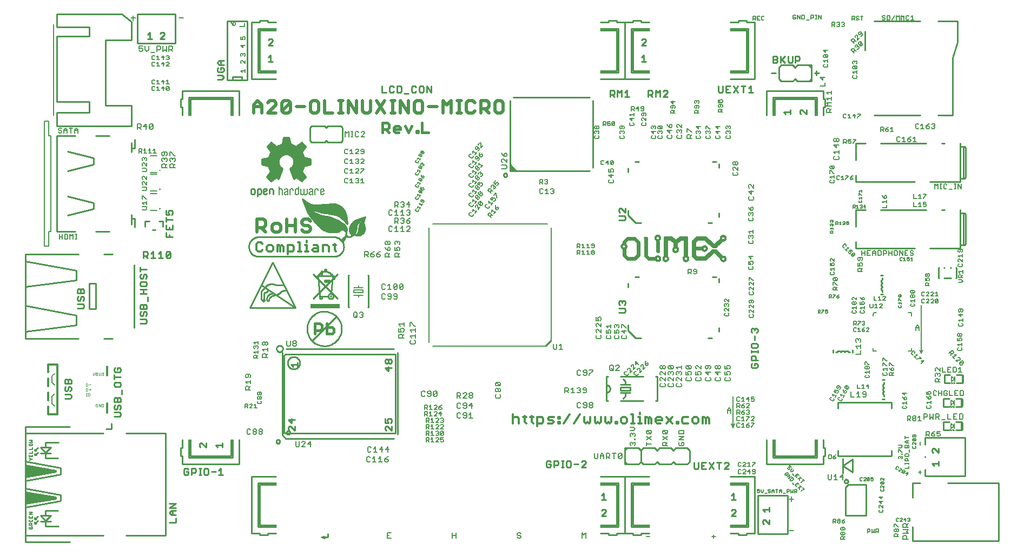
<source format=gbr>
G75*
G70*
%OFA0B0*%
%FSLAX24Y24*%
%IPPOS*%
%LPD*%
%AMOC8*
5,1,8,0,0,1.08239X$1,22.5*
%
%ADD10C,0.0190*%
%ADD11C,0.0150*%
%ADD12C,0.0140*%
%ADD13C,0.0080*%
%ADD14C,0.0100*%
%ADD15C,0.0060*%
%ADD16C,0.0070*%
%ADD17C,0.0160*%
%ADD18R,0.1800X0.0300*%
%ADD19C,0.0200*%
%ADD20C,0.0240*%
%ADD21C,0.0120*%
%ADD22C,0.0220*%
%ADD23C,0.0260*%
%ADD24C,0.0050*%
%ADD25C,0.0040*%
D10*
X017872Y033705D02*
X017872Y034212D01*
X018125Y034466D01*
X018379Y034212D01*
X018379Y033705D01*
X018747Y033705D02*
X019254Y034212D01*
X019254Y034339D01*
X019127Y034466D01*
X018873Y034466D01*
X018747Y034339D01*
X018379Y034086D02*
X017872Y034086D01*
X018747Y033705D02*
X019254Y033705D01*
X019621Y033832D02*
X020128Y034339D01*
X020128Y033832D01*
X020002Y033705D01*
X019748Y033705D01*
X019621Y033832D01*
X019621Y034339D01*
X019748Y034466D01*
X020002Y034466D01*
X020128Y034339D01*
X020496Y034086D02*
X021003Y034086D01*
X021371Y034339D02*
X021371Y033832D01*
X021498Y033705D01*
X021751Y033705D01*
X021878Y033832D01*
X021878Y034339D01*
X021751Y034466D01*
X021498Y034466D01*
X021371Y034339D01*
X022246Y034466D02*
X022246Y033705D01*
X022753Y033705D01*
X023120Y033705D02*
X023374Y033705D01*
X023247Y033705D02*
X023247Y034466D01*
X023120Y034466D02*
X023374Y034466D01*
X023703Y034466D02*
X024211Y033705D01*
X024211Y034466D01*
X024578Y034466D02*
X024578Y033832D01*
X024705Y033705D01*
X024958Y033705D01*
X025085Y033832D01*
X025085Y034466D01*
X025453Y034466D02*
X025960Y033705D01*
X026328Y033705D02*
X026581Y033705D01*
X026454Y033705D02*
X026454Y034466D01*
X026328Y034466D02*
X026581Y034466D01*
X026911Y034466D02*
X027418Y033705D01*
X027418Y034466D01*
X027785Y034339D02*
X027785Y033832D01*
X027912Y033705D01*
X028166Y033705D01*
X028293Y033832D01*
X028293Y034339D01*
X028166Y034466D01*
X027912Y034466D01*
X027785Y034339D01*
X026911Y034466D02*
X026911Y033705D01*
X025960Y034466D02*
X025453Y033705D01*
X023703Y033705D02*
X023703Y034466D01*
X028660Y034086D02*
X029167Y034086D01*
X029535Y034466D02*
X029535Y033705D01*
X030042Y033705D02*
X030042Y034466D01*
X029788Y034212D01*
X029535Y034466D01*
X030410Y034466D02*
X030663Y034466D01*
X030536Y034466D02*
X030536Y033705D01*
X030410Y033705D02*
X030663Y033705D01*
X030993Y033832D02*
X031120Y033705D01*
X031373Y033705D01*
X031500Y033832D01*
X031868Y033705D02*
X031868Y034466D01*
X032248Y034466D01*
X032375Y034339D01*
X032375Y034086D01*
X032248Y033959D01*
X031868Y033959D01*
X032121Y033959D02*
X032375Y033705D01*
X032742Y033832D02*
X032869Y033705D01*
X033123Y033705D01*
X033249Y033832D01*
X033249Y034339D01*
X033123Y034466D01*
X032869Y034466D01*
X032742Y034339D01*
X032742Y033832D01*
X031500Y034339D02*
X031373Y034466D01*
X031120Y034466D01*
X030993Y034339D01*
X030993Y033832D01*
D11*
X028658Y032485D02*
X028251Y032485D01*
X028251Y033096D01*
X028003Y032587D02*
X027901Y032587D01*
X027901Y032485D01*
X028003Y032485D01*
X028003Y032587D01*
X027608Y032892D02*
X027405Y032485D01*
X027201Y032892D01*
X026909Y032790D02*
X026909Y032689D01*
X026502Y032689D01*
X026502Y032790D02*
X026603Y032892D01*
X026807Y032892D01*
X026909Y032790D01*
X026807Y032485D02*
X026603Y032485D01*
X026502Y032587D01*
X026502Y032790D01*
X026209Y032790D02*
X026107Y032689D01*
X025802Y032689D01*
X026005Y032689D02*
X026209Y032485D01*
X026209Y032790D02*
X026209Y032994D01*
X026107Y033096D01*
X025802Y033096D01*
X025802Y032485D01*
D12*
X021148Y025834D02*
X021148Y025741D01*
X021148Y025554D02*
X021148Y025180D01*
X021055Y025180D02*
X021242Y025180D01*
X021484Y025274D02*
X021578Y025367D01*
X021858Y025367D01*
X021858Y025460D02*
X021858Y025180D01*
X021578Y025180D01*
X021484Y025274D01*
X021578Y025554D02*
X021765Y025554D01*
X021858Y025460D01*
X022129Y025554D02*
X022409Y025554D01*
X022503Y025460D01*
X022503Y025180D01*
X022129Y025180D02*
X022129Y025554D01*
X022773Y025554D02*
X022960Y025554D01*
X022867Y025647D02*
X022867Y025274D01*
X022960Y025180D01*
X021148Y025554D02*
X021055Y025554D01*
X020718Y025741D02*
X020718Y025180D01*
X020625Y025180D02*
X020812Y025180D01*
X020354Y025274D02*
X020261Y025180D01*
X019981Y025180D01*
X019981Y024993D02*
X019981Y025554D01*
X020261Y025554D01*
X020354Y025460D01*
X020354Y025274D01*
X020625Y025741D02*
X020718Y025741D01*
X019710Y025460D02*
X019710Y025180D01*
X019523Y025180D02*
X019523Y025460D01*
X019616Y025554D01*
X019710Y025460D01*
X019523Y025460D02*
X019429Y025554D01*
X019336Y025554D01*
X019336Y025180D01*
X019065Y025274D02*
X018972Y025180D01*
X018785Y025180D01*
X018691Y025274D01*
X018691Y025460D01*
X018785Y025554D01*
X018972Y025554D01*
X019065Y025460D01*
X019065Y025274D01*
X018421Y025274D02*
X018327Y025180D01*
X018140Y025180D01*
X018047Y025274D01*
X018047Y025647D01*
X018140Y025741D01*
X018327Y025741D01*
X018421Y025647D01*
X033847Y015141D02*
X033847Y014580D01*
X033847Y014860D02*
X033940Y014954D01*
X034127Y014954D01*
X034221Y014860D01*
X034221Y014580D01*
X034585Y014674D02*
X034585Y015047D01*
X034678Y014954D02*
X034491Y014954D01*
X034585Y014674D02*
X034678Y014580D01*
X035015Y014674D02*
X035108Y014580D01*
X035015Y014674D02*
X035015Y015047D01*
X035108Y014954D02*
X034921Y014954D01*
X035351Y014954D02*
X035631Y014954D01*
X035724Y014860D01*
X035724Y014674D01*
X035631Y014580D01*
X035351Y014580D01*
X035351Y014393D02*
X035351Y014954D01*
X035995Y014860D02*
X036089Y014954D01*
X036369Y014954D01*
X036276Y014767D02*
X036089Y014767D01*
X035995Y014860D01*
X035995Y014580D02*
X036276Y014580D01*
X036369Y014674D01*
X036276Y014767D01*
X036640Y014674D02*
X036640Y014580D01*
X036733Y014580D01*
X036733Y014674D01*
X036640Y014674D01*
X036640Y014860D02*
X036640Y014954D01*
X036733Y014954D01*
X036733Y014860D01*
X036640Y014860D01*
X036962Y014580D02*
X037336Y015141D01*
X037607Y014580D02*
X037980Y015141D01*
X038251Y014954D02*
X038251Y014674D01*
X038345Y014580D01*
X038438Y014674D01*
X038531Y014580D01*
X038625Y014674D01*
X038625Y014954D01*
X038896Y014954D02*
X038896Y014674D01*
X038989Y014580D01*
X039083Y014674D01*
X039176Y014580D01*
X039269Y014674D01*
X039269Y014954D01*
X039540Y014954D02*
X039540Y014674D01*
X039634Y014580D01*
X039727Y014674D01*
X039820Y014580D01*
X039914Y014674D01*
X039914Y014954D01*
X040185Y014674D02*
X040278Y014674D01*
X040278Y014580D01*
X040185Y014580D01*
X040185Y014674D01*
X040507Y014674D02*
X040600Y014580D01*
X040787Y014580D01*
X040881Y014674D01*
X040881Y014860D01*
X040787Y014954D01*
X040600Y014954D01*
X040507Y014860D01*
X040507Y014674D01*
X041152Y014580D02*
X041338Y014580D01*
X041245Y014580D02*
X041245Y015141D01*
X041152Y015141D01*
X041581Y014954D02*
X041675Y014954D01*
X041675Y014580D01*
X041768Y014580D02*
X041581Y014580D01*
X042011Y014580D02*
X042011Y014954D01*
X042104Y014954D01*
X042198Y014860D01*
X042291Y014954D01*
X042385Y014860D01*
X042385Y014580D01*
X042198Y014580D02*
X042198Y014860D01*
X042655Y014860D02*
X042749Y014954D01*
X042936Y014954D01*
X043029Y014860D01*
X043029Y014767D01*
X042655Y014767D01*
X042655Y014674D02*
X042655Y014860D01*
X042655Y014674D02*
X042749Y014580D01*
X042936Y014580D01*
X043300Y014580D02*
X043674Y014954D01*
X043300Y014954D02*
X043674Y014580D01*
X043944Y014580D02*
X044038Y014580D01*
X044038Y014674D01*
X043944Y014674D01*
X043944Y014580D01*
X044267Y014674D02*
X044360Y014580D01*
X044640Y014580D01*
X044911Y014674D02*
X045005Y014580D01*
X045191Y014580D01*
X045285Y014674D01*
X045285Y014860D01*
X045191Y014954D01*
X045005Y014954D01*
X044911Y014860D01*
X044911Y014674D01*
X044640Y014954D02*
X044360Y014954D01*
X044267Y014860D01*
X044267Y014674D01*
X045556Y014580D02*
X045556Y014954D01*
X045649Y014954D01*
X045743Y014860D01*
X045836Y014954D01*
X045929Y014860D01*
X045929Y014580D01*
X045743Y014580D02*
X045743Y014860D01*
X041675Y015141D02*
X041675Y015234D01*
X042644Y024725D02*
X042646Y024749D01*
X042652Y024772D01*
X042662Y024793D01*
X042675Y024813D01*
X042692Y024830D01*
X042711Y024844D01*
X042732Y024855D01*
X042755Y024862D01*
X042778Y024865D01*
X042802Y024864D01*
X042825Y024859D01*
X042847Y024850D01*
X042867Y024838D01*
X042885Y024822D01*
X042900Y024803D01*
X042912Y024783D01*
X042919Y024760D01*
X042923Y024737D01*
X042923Y024713D01*
X042919Y024690D01*
X042912Y024667D01*
X042900Y024647D01*
X042885Y024628D01*
X042867Y024612D01*
X042847Y024600D01*
X042825Y024591D01*
X042802Y024586D01*
X042778Y024585D01*
X042755Y024588D01*
X042732Y024595D01*
X042711Y024606D01*
X042692Y024620D01*
X042675Y024637D01*
X042662Y024657D01*
X042652Y024678D01*
X042646Y024701D01*
X042644Y024725D01*
X043127Y024720D02*
X043129Y024744D01*
X043135Y024767D01*
X043145Y024788D01*
X043158Y024808D01*
X043175Y024825D01*
X043194Y024839D01*
X043215Y024850D01*
X043238Y024857D01*
X043261Y024860D01*
X043285Y024859D01*
X043308Y024854D01*
X043330Y024845D01*
X043350Y024833D01*
X043368Y024817D01*
X043383Y024798D01*
X043395Y024778D01*
X043402Y024755D01*
X043406Y024732D01*
X043406Y024708D01*
X043402Y024685D01*
X043395Y024662D01*
X043383Y024642D01*
X043368Y024623D01*
X043350Y024607D01*
X043330Y024595D01*
X043308Y024586D01*
X043285Y024581D01*
X043261Y024580D01*
X043238Y024583D01*
X043215Y024590D01*
X043194Y024601D01*
X043175Y024615D01*
X043158Y024632D01*
X043145Y024652D01*
X043135Y024673D01*
X043129Y024696D01*
X043127Y024720D01*
X043736Y025280D02*
X043738Y025304D01*
X043744Y025327D01*
X043754Y025349D01*
X043767Y025369D01*
X043784Y025386D01*
X043803Y025400D01*
X043824Y025411D01*
X043847Y025418D01*
X043871Y025421D01*
X043895Y025420D01*
X043918Y025415D01*
X043940Y025406D01*
X043961Y025393D01*
X043979Y025378D01*
X043994Y025359D01*
X044005Y025338D01*
X044013Y025316D01*
X044017Y025292D01*
X044017Y025268D01*
X044013Y025244D01*
X044005Y025222D01*
X043994Y025201D01*
X043979Y025182D01*
X043961Y025167D01*
X043940Y025154D01*
X043918Y025145D01*
X043895Y025140D01*
X043871Y025139D01*
X043847Y025142D01*
X043824Y025149D01*
X043803Y025160D01*
X043784Y025174D01*
X043767Y025191D01*
X043754Y025211D01*
X043744Y025233D01*
X043738Y025256D01*
X043736Y025280D01*
X043207Y025910D02*
X043207Y026020D01*
X042637Y025995D02*
X042639Y026019D01*
X042645Y026042D01*
X042655Y026063D01*
X042668Y026083D01*
X042685Y026100D01*
X042704Y026114D01*
X042725Y026125D01*
X042748Y026132D01*
X042771Y026135D01*
X042795Y026134D01*
X042818Y026129D01*
X042840Y026120D01*
X042860Y026108D01*
X042878Y026092D01*
X042893Y026073D01*
X042905Y026053D01*
X042912Y026030D01*
X042916Y026007D01*
X042916Y025983D01*
X042912Y025960D01*
X042905Y025937D01*
X042893Y025917D01*
X042878Y025898D01*
X042860Y025882D01*
X042840Y025870D01*
X042818Y025861D01*
X042795Y025856D01*
X042771Y025855D01*
X042748Y025858D01*
X042725Y025865D01*
X042704Y025876D01*
X042685Y025890D01*
X042668Y025907D01*
X042655Y025927D01*
X042645Y025948D01*
X042639Y025971D01*
X042637Y025995D01*
X044577Y025960D02*
X044577Y026030D01*
X045526Y025350D02*
X045528Y025374D01*
X045534Y025397D01*
X045544Y025418D01*
X045558Y025437D01*
X045575Y025454D01*
X045594Y025468D01*
X045615Y025478D01*
X045638Y025484D01*
X045662Y025486D01*
X045686Y025484D01*
X045709Y025478D01*
X045730Y025468D01*
X045749Y025454D01*
X045766Y025437D01*
X045780Y025418D01*
X045790Y025397D01*
X045796Y025374D01*
X045798Y025350D01*
X045796Y025326D01*
X045790Y025303D01*
X045780Y025282D01*
X045766Y025263D01*
X045749Y025246D01*
X045730Y025232D01*
X045709Y025222D01*
X045686Y025216D01*
X045662Y025214D01*
X045638Y025216D01*
X045615Y025222D01*
X045594Y025232D01*
X045575Y025246D01*
X045558Y025263D01*
X045544Y025282D01*
X045534Y025303D01*
X045528Y025326D01*
X045526Y025350D01*
X044375Y024720D02*
X044377Y024744D01*
X044383Y024767D01*
X044393Y024789D01*
X044407Y024809D01*
X044423Y024827D01*
X044443Y024841D01*
X044464Y024852D01*
X044487Y024859D01*
X044511Y024862D01*
X044535Y024861D01*
X044559Y024856D01*
X044581Y024847D01*
X044601Y024834D01*
X044620Y024818D01*
X044635Y024800D01*
X044646Y024778D01*
X044654Y024756D01*
X044658Y024732D01*
X044658Y024708D01*
X044654Y024684D01*
X044646Y024662D01*
X044635Y024640D01*
X044620Y024622D01*
X044601Y024606D01*
X044581Y024593D01*
X044559Y024584D01*
X044535Y024579D01*
X044511Y024578D01*
X044487Y024581D01*
X044464Y024588D01*
X044443Y024599D01*
X044423Y024613D01*
X044407Y024631D01*
X044393Y024651D01*
X044383Y024673D01*
X044377Y024696D01*
X044375Y024720D01*
X046682Y024715D02*
X046684Y024738D01*
X046690Y024761D01*
X046700Y024783D01*
X046714Y024802D01*
X046730Y024818D01*
X046749Y024832D01*
X046771Y024842D01*
X046794Y024848D01*
X046817Y024850D01*
X046840Y024848D01*
X046863Y024842D01*
X046884Y024832D01*
X046904Y024818D01*
X046920Y024802D01*
X046934Y024783D01*
X046944Y024761D01*
X046950Y024738D01*
X046952Y024715D01*
X046950Y024692D01*
X046944Y024669D01*
X046934Y024648D01*
X046920Y024628D01*
X046904Y024612D01*
X046885Y024598D01*
X046863Y024588D01*
X046840Y024582D01*
X046817Y024580D01*
X046794Y024582D01*
X046771Y024588D01*
X046749Y024598D01*
X046730Y024612D01*
X046714Y024628D01*
X046700Y024647D01*
X046690Y024669D01*
X046684Y024692D01*
X046682Y024715D01*
X046674Y025985D02*
X046676Y026009D01*
X046682Y026032D01*
X046692Y026054D01*
X046706Y026074D01*
X046723Y026091D01*
X046743Y026105D01*
X046765Y026115D01*
X046788Y026121D01*
X046812Y026123D01*
X046836Y026121D01*
X046859Y026115D01*
X046881Y026105D01*
X046901Y026091D01*
X046918Y026074D01*
X046932Y026054D01*
X046942Y026032D01*
X046948Y026009D01*
X046950Y025985D01*
X046948Y025961D01*
X046942Y025938D01*
X046932Y025916D01*
X046918Y025896D01*
X046901Y025879D01*
X046881Y025865D01*
X046859Y025855D01*
X046836Y025849D01*
X046812Y025847D01*
X046788Y025849D01*
X046765Y025855D01*
X046743Y025865D01*
X046723Y025879D01*
X046706Y025896D01*
X046692Y025916D01*
X046682Y025938D01*
X046676Y025961D01*
X046674Y025985D01*
D13*
X048420Y028345D02*
X048634Y028345D01*
X048687Y028399D01*
X048687Y028505D01*
X048634Y028559D01*
X048527Y028714D02*
X048527Y028927D01*
X048687Y028874D02*
X048367Y028874D01*
X048527Y028714D01*
X048420Y028559D02*
X048367Y028505D01*
X048367Y028399D01*
X048420Y028345D01*
X048420Y029082D02*
X048367Y029135D01*
X048367Y029242D01*
X048420Y029295D01*
X048473Y029295D01*
X048687Y029082D01*
X048687Y029295D01*
X044887Y032150D02*
X044567Y032150D01*
X044567Y032310D01*
X044620Y032364D01*
X044727Y032364D01*
X044780Y032310D01*
X044780Y032150D01*
X044780Y032257D02*
X044887Y032364D01*
X044887Y032519D02*
X044834Y032519D01*
X044620Y032732D01*
X044567Y032732D01*
X044567Y032519D01*
X052767Y035360D02*
X053087Y035360D01*
X053087Y035574D01*
X052927Y035729D02*
X052927Y035942D01*
X053087Y035889D02*
X052767Y035889D01*
X052927Y035729D01*
X053167Y034962D02*
X053487Y034962D01*
X053487Y034855D02*
X053487Y035069D01*
X053273Y034855D02*
X053167Y034962D01*
X053167Y034594D02*
X053487Y034594D01*
X053487Y034700D02*
X053487Y034487D01*
X053487Y034332D02*
X053167Y034332D01*
X053273Y034225D01*
X053167Y034119D01*
X053487Y034119D01*
X053487Y033964D02*
X053380Y033857D01*
X053380Y033910D02*
X053380Y033750D01*
X053487Y033750D02*
X053167Y033750D01*
X053167Y033910D01*
X053220Y033964D01*
X053327Y033964D01*
X053380Y033910D01*
X053273Y034487D02*
X053167Y034594D01*
X053670Y032145D02*
X053723Y032145D01*
X053777Y032092D01*
X053777Y031985D01*
X053723Y031932D01*
X053670Y031932D01*
X053617Y031985D01*
X053617Y032092D01*
X053670Y032145D01*
X053777Y032092D02*
X053830Y032145D01*
X053884Y032145D01*
X053937Y032092D01*
X053937Y031985D01*
X053884Y031932D01*
X053830Y031932D01*
X053777Y031985D01*
X053777Y031777D02*
X053777Y031564D01*
X053617Y031724D01*
X053937Y031724D01*
X053937Y031409D02*
X053937Y031195D01*
X053937Y031302D02*
X053617Y031302D01*
X053723Y031195D01*
X053670Y031041D02*
X053617Y030987D01*
X053617Y030880D01*
X053670Y030827D01*
X053884Y030827D01*
X053937Y030880D01*
X053937Y030987D01*
X053884Y031041D01*
X058997Y021860D02*
X058997Y018930D01*
X059002Y018910D02*
X059102Y019085D01*
X059002Y018910D02*
X058897Y019090D01*
X058408Y019029D02*
X058221Y019029D01*
X058408Y019029D02*
X058408Y019216D01*
X058667Y020300D02*
X058667Y020514D01*
X058774Y020620D01*
X058880Y020514D01*
X058880Y020300D01*
X058880Y020460D02*
X058667Y020460D01*
X058408Y021204D02*
X058408Y021391D01*
X058221Y021391D01*
X056233Y021391D02*
X056125Y021391D01*
X056046Y021313D01*
X056046Y021204D01*
X055234Y019795D02*
X055180Y019795D01*
X055127Y019742D01*
X055127Y019689D01*
X055127Y019742D02*
X055073Y019795D01*
X055020Y019795D01*
X054967Y019742D01*
X054967Y019635D01*
X055020Y019582D01*
X055234Y019582D02*
X055287Y019635D01*
X055287Y019742D01*
X055234Y019795D01*
X055287Y019427D02*
X055287Y019214D01*
X055287Y019320D02*
X054967Y019320D01*
X055073Y019214D01*
X055287Y019059D02*
X055287Y018845D01*
X054967Y018845D01*
X056046Y019029D02*
X056046Y019216D01*
X056046Y019029D02*
X056233Y019029D01*
X055564Y016520D02*
X055457Y016520D01*
X055404Y016467D01*
X055404Y016414D01*
X055457Y016360D01*
X055617Y016360D01*
X055617Y016254D02*
X055617Y016467D01*
X055564Y016520D01*
X055617Y016254D02*
X055564Y016200D01*
X055457Y016200D01*
X055404Y016254D01*
X055249Y016200D02*
X055035Y016200D01*
X055142Y016200D02*
X055142Y016520D01*
X055035Y016414D01*
X054880Y016200D02*
X054667Y016200D01*
X054667Y016520D01*
X059167Y015170D02*
X059167Y014850D01*
X059167Y014957D02*
X059327Y014957D01*
X059380Y015010D01*
X059380Y015117D01*
X059327Y015170D01*
X059167Y015170D01*
X059535Y015170D02*
X059535Y014850D01*
X059642Y014957D01*
X059749Y014850D01*
X059749Y015170D01*
X059904Y015170D02*
X060064Y015170D01*
X060117Y015117D01*
X060117Y015010D01*
X060064Y014957D01*
X059904Y014957D01*
X060010Y014957D02*
X060117Y014850D01*
X060272Y014797D02*
X060485Y014797D01*
X060640Y014850D02*
X060854Y014850D01*
X061008Y014850D02*
X061008Y015170D01*
X061222Y015170D01*
X061377Y015170D02*
X061537Y015170D01*
X061590Y015117D01*
X061590Y014904D01*
X061537Y014850D01*
X061377Y014850D01*
X061377Y015170D01*
X061115Y015010D02*
X061008Y015010D01*
X061008Y014850D02*
X061222Y014850D01*
X061027Y014560D02*
X061027Y014410D01*
X060827Y014560D01*
X060827Y014260D01*
X061027Y014410D01*
X061027Y014260D01*
X060640Y014850D02*
X060640Y015170D01*
X060827Y015710D02*
X060827Y016010D01*
X061027Y015860D01*
X060827Y015710D01*
X061027Y015710D02*
X061027Y015860D01*
X061027Y016010D01*
X059904Y015170D02*
X059904Y014850D01*
X060877Y017160D02*
X060877Y017460D01*
X061077Y017310D01*
X060877Y017160D01*
X061077Y017160D02*
X061077Y017310D01*
X061077Y017460D01*
X054164Y011420D02*
X054004Y011260D01*
X054217Y011260D01*
X054164Y011100D02*
X054164Y011420D01*
X053742Y011420D02*
X053742Y011100D01*
X053635Y011100D02*
X053849Y011100D01*
X053635Y011314D02*
X053742Y011420D01*
X053480Y011420D02*
X053480Y011154D01*
X053427Y011100D01*
X053320Y011100D01*
X053267Y011154D01*
X053267Y011420D01*
X057887Y008337D02*
X057940Y008390D01*
X058047Y008390D01*
X058100Y008337D01*
X058100Y008177D01*
X058100Y008284D02*
X058207Y008390D01*
X058207Y008177D02*
X057887Y008177D01*
X057887Y008337D01*
X057887Y008022D02*
X058207Y008022D01*
X058100Y007915D01*
X058207Y007809D01*
X057887Y007809D01*
X057940Y007654D02*
X058047Y007654D01*
X058100Y007600D01*
X058100Y007440D01*
X058207Y007440D02*
X057887Y007440D01*
X057887Y007600D01*
X057940Y007654D01*
X047417Y014285D02*
X047517Y014560D01*
X047312Y014565D02*
X047417Y014285D01*
X047417Y014305D02*
X047417Y016220D01*
X047174Y015520D02*
X047280Y015414D01*
X047280Y015200D01*
X047280Y015360D02*
X047067Y015360D01*
X047067Y015414D02*
X047174Y015520D01*
X047067Y015414D02*
X047067Y015200D01*
X044387Y014097D02*
X044387Y013937D01*
X044067Y013937D01*
X044067Y014097D01*
X044120Y014150D01*
X044334Y014150D01*
X044387Y014097D01*
X044387Y013782D02*
X044067Y013782D01*
X044067Y013569D02*
X044387Y013782D01*
X044387Y013569D02*
X044067Y013569D01*
X044120Y013414D02*
X044067Y013360D01*
X044067Y013254D01*
X044120Y013200D01*
X044334Y013200D01*
X044387Y013254D01*
X044387Y013360D01*
X044334Y013414D01*
X044227Y013414D01*
X044227Y013307D01*
X043387Y013414D02*
X043280Y013307D01*
X043280Y013360D02*
X043280Y013200D01*
X043387Y013200D02*
X043067Y013200D01*
X043067Y013360D01*
X043120Y013414D01*
X043227Y013414D01*
X043280Y013360D01*
X043387Y013569D02*
X043067Y013782D01*
X043120Y013937D02*
X043067Y013990D01*
X043067Y014097D01*
X043120Y014150D01*
X043334Y013937D01*
X043387Y013990D01*
X043387Y014097D01*
X043334Y014150D01*
X043120Y014150D01*
X043120Y013937D02*
X043334Y013937D01*
X043387Y013782D02*
X043067Y013569D01*
X042387Y013569D02*
X042067Y013782D01*
X042120Y013937D02*
X042067Y013990D01*
X042067Y014097D01*
X042120Y014150D01*
X042334Y013937D01*
X042387Y013990D01*
X042387Y014097D01*
X042334Y014150D01*
X042120Y014150D01*
X042120Y013937D02*
X042334Y013937D01*
X042387Y013782D02*
X042067Y013569D01*
X042067Y013414D02*
X042067Y013200D01*
X042067Y013307D02*
X042387Y013307D01*
X041387Y013254D02*
X041334Y013200D01*
X041387Y013254D02*
X041387Y013360D01*
X041334Y013414D01*
X041280Y013414D01*
X041227Y013360D01*
X041227Y013307D01*
X041227Y013360D02*
X041173Y013414D01*
X041120Y013414D01*
X041067Y013360D01*
X041067Y013254D01*
X041120Y013200D01*
X041334Y013569D02*
X041334Y013622D01*
X041387Y013622D01*
X041387Y013569D01*
X041334Y013569D01*
X041334Y013753D02*
X041387Y013806D01*
X041387Y013913D01*
X041334Y013966D01*
X041280Y013966D01*
X041227Y013913D01*
X041227Y013859D01*
X041227Y013913D02*
X041173Y013966D01*
X041120Y013966D01*
X041067Y013913D01*
X041067Y013806D01*
X041120Y013753D01*
X041067Y014121D02*
X041280Y014121D01*
X041387Y014228D01*
X041280Y014334D01*
X041067Y014334D01*
X040509Y012720D02*
X040562Y012667D01*
X040349Y012454D01*
X040402Y012400D01*
X040509Y012400D01*
X040562Y012454D01*
X040562Y012667D01*
X040509Y012720D02*
X040402Y012720D01*
X040349Y012667D01*
X040349Y012454D01*
X040087Y012400D02*
X040087Y012720D01*
X039980Y012720D02*
X040194Y012720D01*
X039826Y012667D02*
X039826Y012560D01*
X039772Y012507D01*
X039612Y012507D01*
X039719Y012507D02*
X039826Y012400D01*
X039612Y012400D02*
X039612Y012720D01*
X039772Y012720D01*
X039826Y012667D01*
X039457Y012614D02*
X039457Y012400D01*
X039457Y012560D02*
X039244Y012560D01*
X039244Y012614D02*
X039350Y012720D01*
X039457Y012614D01*
X039244Y012614D02*
X039244Y012400D01*
X039089Y012454D02*
X039089Y012720D01*
X038875Y012720D02*
X038875Y012454D01*
X038929Y012400D01*
X039036Y012400D01*
X039089Y012454D01*
X038709Y015550D02*
X038602Y015550D01*
X038549Y015604D01*
X038549Y015657D01*
X038602Y015710D01*
X038709Y015710D01*
X038762Y015657D01*
X038762Y015604D01*
X038709Y015550D01*
X038709Y015710D02*
X038762Y015764D01*
X038762Y015817D01*
X038709Y015870D01*
X038602Y015870D01*
X038549Y015817D01*
X038549Y015764D01*
X038602Y015710D01*
X038394Y015710D02*
X038234Y015710D01*
X038180Y015764D01*
X038180Y015817D01*
X038234Y015870D01*
X038340Y015870D01*
X038394Y015817D01*
X038394Y015604D01*
X038340Y015550D01*
X038234Y015550D01*
X038180Y015604D01*
X038026Y015604D02*
X037972Y015550D01*
X037865Y015550D01*
X037812Y015604D01*
X037812Y015817D01*
X037865Y015870D01*
X037972Y015870D01*
X038026Y015817D01*
X037955Y016464D02*
X037849Y016464D01*
X037795Y016517D01*
X037902Y016624D02*
X037955Y016624D01*
X038009Y016571D01*
X038009Y016517D01*
X037955Y016464D01*
X037955Y016624D02*
X038009Y016678D01*
X038009Y016731D01*
X037955Y016784D01*
X037849Y016784D01*
X037795Y016731D01*
X037534Y016784D02*
X037534Y016464D01*
X037640Y016464D02*
X037427Y016464D01*
X037272Y016464D02*
X037165Y016571D01*
X037219Y016571D02*
X037059Y016571D01*
X037059Y016464D02*
X037059Y016784D01*
X037219Y016784D01*
X037272Y016731D01*
X037272Y016624D01*
X037219Y016571D01*
X037427Y016678D02*
X037534Y016784D01*
X038164Y016731D02*
X038164Y016678D01*
X038217Y016624D01*
X038377Y016624D01*
X038377Y016517D02*
X038377Y016731D01*
X038324Y016784D01*
X038217Y016784D01*
X038164Y016731D01*
X038164Y016517D02*
X038217Y016464D01*
X038324Y016464D01*
X038377Y016517D01*
X038340Y017550D02*
X038394Y017604D01*
X038394Y017817D01*
X038340Y017870D01*
X038234Y017870D01*
X038180Y017817D01*
X038180Y017764D01*
X038234Y017710D01*
X038394Y017710D01*
X038340Y017550D02*
X038234Y017550D01*
X038180Y017604D01*
X038026Y017604D02*
X037972Y017550D01*
X037865Y017550D01*
X037812Y017604D01*
X037812Y017817D01*
X037865Y017870D01*
X037972Y017870D01*
X038026Y017817D01*
X038549Y017870D02*
X038762Y017870D01*
X038762Y017817D01*
X038549Y017604D01*
X038549Y017550D01*
X039817Y017904D02*
X039817Y018117D01*
X039870Y018170D01*
X039977Y018170D01*
X040030Y018117D01*
X040030Y017904D01*
X039977Y017850D01*
X039870Y017850D01*
X039817Y017904D01*
X039924Y017957D02*
X040030Y017850D01*
X040185Y017850D02*
X040399Y018064D01*
X040399Y018117D01*
X040345Y018170D01*
X040239Y018170D01*
X040185Y018117D01*
X040185Y017850D02*
X040399Y017850D01*
X042917Y017724D02*
X042917Y017617D01*
X042970Y017564D01*
X042970Y017409D02*
X042917Y017355D01*
X042917Y017249D01*
X042970Y017195D01*
X042970Y017041D02*
X042917Y016987D01*
X042917Y016880D01*
X042970Y016827D01*
X043184Y016827D01*
X043237Y016880D01*
X043237Y016987D01*
X043184Y017041D01*
X043237Y017195D02*
X043023Y017409D01*
X042970Y017409D01*
X043237Y017409D02*
X043237Y017195D01*
X043417Y017249D02*
X043470Y017195D01*
X043417Y017249D02*
X043417Y017355D01*
X043470Y017409D01*
X043523Y017409D01*
X043737Y017195D01*
X043737Y017409D01*
X043684Y017564D02*
X043737Y017617D01*
X043737Y017724D01*
X043684Y017777D01*
X043630Y017777D01*
X043577Y017724D01*
X043577Y017670D01*
X043577Y017724D02*
X043523Y017777D01*
X043470Y017777D01*
X043417Y017724D01*
X043417Y017617D01*
X043470Y017564D01*
X043237Y017564D02*
X043023Y017777D01*
X042970Y017777D01*
X042917Y017724D01*
X042970Y017932D02*
X043023Y017932D01*
X043077Y017985D01*
X043077Y018092D01*
X043130Y018145D01*
X043184Y018145D01*
X043237Y018092D01*
X043237Y017985D01*
X043184Y017932D01*
X043130Y017932D01*
X043077Y017985D01*
X043077Y018092D02*
X043023Y018145D01*
X042970Y018145D01*
X042917Y018092D01*
X042917Y017985D01*
X042970Y017932D01*
X043237Y017777D02*
X043237Y017564D01*
X043470Y017932D02*
X043417Y017985D01*
X043417Y018092D01*
X043470Y018145D01*
X043684Y017932D01*
X043737Y017985D01*
X043737Y018092D01*
X043684Y018145D01*
X043470Y018145D01*
X043470Y017932D02*
X043684Y017932D01*
X043917Y018039D02*
X044237Y018039D01*
X044237Y018145D02*
X044237Y017932D01*
X044184Y017777D02*
X044237Y017724D01*
X044237Y017617D01*
X044184Y017564D01*
X044077Y017670D02*
X044077Y017724D01*
X044130Y017777D01*
X044184Y017777D01*
X044077Y017724D02*
X044023Y017777D01*
X043970Y017777D01*
X043917Y017724D01*
X043917Y017617D01*
X043970Y017564D01*
X043970Y017409D02*
X043917Y017355D01*
X043917Y017249D01*
X043970Y017195D01*
X043970Y017041D02*
X043917Y016987D01*
X043917Y016880D01*
X043970Y016827D01*
X044184Y016827D01*
X044237Y016880D01*
X044237Y016987D01*
X044184Y017041D01*
X044237Y017195D02*
X044023Y017409D01*
X043970Y017409D01*
X044237Y017409D02*
X044237Y017195D01*
X044517Y017249D02*
X044570Y017195D01*
X044784Y017195D01*
X044837Y017249D01*
X044837Y017355D01*
X044784Y017409D01*
X044784Y017564D02*
X044837Y017617D01*
X044837Y017724D01*
X044784Y017777D01*
X044677Y017777D01*
X044623Y017724D01*
X044623Y017670D01*
X044677Y017564D01*
X044517Y017564D01*
X044517Y017777D01*
X044570Y017932D02*
X044517Y017985D01*
X044517Y018092D01*
X044570Y018145D01*
X044784Y017932D01*
X044837Y017985D01*
X044837Y018092D01*
X044784Y018145D01*
X044570Y018145D01*
X044570Y017932D02*
X044784Y017932D01*
X045117Y017985D02*
X045170Y017932D01*
X045117Y017985D02*
X045117Y018092D01*
X045170Y018145D01*
X045223Y018145D01*
X045437Y017932D01*
X045437Y018145D01*
X045717Y018092D02*
X045717Y017985D01*
X045770Y017932D01*
X045823Y017932D01*
X045877Y017985D01*
X045877Y018145D01*
X045984Y018145D02*
X045770Y018145D01*
X045717Y018092D01*
X045984Y018145D02*
X046037Y018092D01*
X046037Y017985D01*
X045984Y017932D01*
X045877Y017777D02*
X045877Y017564D01*
X045717Y017724D01*
X046037Y017724D01*
X046317Y017724D02*
X046477Y017564D01*
X046477Y017777D01*
X046530Y017932D02*
X046477Y017985D01*
X046477Y018092D01*
X046530Y018145D01*
X046584Y018145D01*
X046637Y018092D01*
X046637Y017985D01*
X046584Y017932D01*
X046530Y017932D01*
X046477Y017985D02*
X046423Y017932D01*
X046370Y017932D01*
X046317Y017985D01*
X046317Y018092D01*
X046370Y018145D01*
X046423Y018145D01*
X046477Y018092D01*
X046637Y017724D02*
X046317Y017724D01*
X046370Y017409D02*
X046317Y017355D01*
X046317Y017249D01*
X046370Y017195D01*
X046584Y017195D01*
X046637Y017249D01*
X046637Y017355D01*
X046584Y017409D01*
X046917Y017355D02*
X046917Y017249D01*
X046970Y017195D01*
X047184Y017195D01*
X047237Y017249D01*
X047237Y017355D01*
X047184Y017409D01*
X047184Y017564D02*
X047237Y017617D01*
X047237Y017724D01*
X047184Y017777D01*
X047077Y017777D01*
X047023Y017724D01*
X047023Y017670D01*
X047077Y017564D01*
X046917Y017564D01*
X046917Y017777D01*
X046917Y017932D02*
X047077Y017932D01*
X047023Y018039D01*
X047023Y018092D01*
X047077Y018145D01*
X047184Y018145D01*
X047237Y018092D01*
X047237Y017985D01*
X047184Y017932D01*
X046917Y017932D02*
X046917Y018145D01*
X046970Y017409D02*
X046917Y017355D01*
X046037Y017355D02*
X045984Y017409D01*
X046037Y017355D02*
X046037Y017249D01*
X045984Y017195D01*
X045770Y017195D01*
X045717Y017249D01*
X045717Y017355D01*
X045770Y017409D01*
X045437Y017355D02*
X045384Y017409D01*
X045437Y017355D02*
X045437Y017249D01*
X045384Y017195D01*
X045170Y017195D01*
X045117Y017249D01*
X045117Y017355D01*
X045170Y017409D01*
X045117Y017564D02*
X045277Y017564D01*
X045223Y017670D01*
X045223Y017724D01*
X045277Y017777D01*
X045384Y017777D01*
X045437Y017724D01*
X045437Y017617D01*
X045384Y017564D01*
X045117Y017564D02*
X045117Y017777D01*
X044570Y017409D02*
X044517Y017355D01*
X044517Y017249D01*
X044023Y017932D02*
X043917Y018039D01*
X043684Y017041D02*
X043737Y016987D01*
X043737Y016880D01*
X043684Y016827D01*
X043470Y016827D01*
X043417Y016880D01*
X043417Y016987D01*
X043470Y017041D01*
X039287Y019854D02*
X039234Y019800D01*
X039020Y019800D01*
X038967Y019854D01*
X038967Y019960D01*
X039020Y020014D01*
X039020Y020169D02*
X038967Y020222D01*
X038967Y020329D01*
X039020Y020382D01*
X039073Y020382D01*
X039287Y020169D01*
X039287Y020382D01*
X039287Y020537D02*
X039073Y020750D01*
X039020Y020750D01*
X038967Y020697D01*
X038967Y020590D01*
X039020Y020537D01*
X039287Y020537D02*
X039287Y020750D01*
X039234Y020905D02*
X039287Y020959D01*
X039287Y021065D01*
X039234Y021119D01*
X039127Y021119D01*
X039073Y021065D01*
X039073Y021012D01*
X039127Y020905D01*
X038967Y020905D01*
X038967Y021119D01*
X039234Y020014D02*
X039287Y019960D01*
X039287Y019854D01*
X036923Y019138D02*
X036710Y019138D01*
X036816Y019138D02*
X036816Y019458D01*
X036710Y019352D01*
X036555Y019458D02*
X036555Y019192D01*
X036501Y019138D01*
X036395Y019138D01*
X036341Y019192D01*
X036341Y019458D01*
X036223Y019635D02*
X035908Y019320D01*
X035829Y019320D01*
X036223Y019713D01*
X036223Y019635D01*
X036223Y019713D02*
X036223Y026643D01*
X035987Y026879D02*
X028900Y026879D01*
X028664Y026643D02*
X028664Y019556D01*
X028900Y019320D02*
X035829Y019320D01*
X033087Y017047D02*
X033087Y016940D01*
X033034Y016887D01*
X032820Y017100D01*
X033034Y017100D01*
X033087Y017047D01*
X033034Y016887D02*
X032820Y016887D01*
X032767Y016940D01*
X032767Y017047D01*
X032820Y017100D01*
X032820Y016732D02*
X032873Y016732D01*
X032927Y016679D01*
X032927Y016572D01*
X032873Y016519D01*
X032820Y016519D01*
X032767Y016572D01*
X032767Y016679D01*
X032820Y016732D01*
X032927Y016679D02*
X032980Y016732D01*
X033034Y016732D01*
X033087Y016679D01*
X033087Y016572D01*
X033034Y016519D01*
X032980Y016519D01*
X032927Y016572D01*
X033034Y016364D02*
X033087Y016310D01*
X033087Y016204D01*
X033034Y016150D01*
X032820Y016150D01*
X032767Y016204D01*
X032767Y016310D01*
X032820Y016364D01*
X031362Y016364D02*
X031309Y016310D01*
X031202Y016310D01*
X031149Y016364D01*
X031149Y016417D01*
X031202Y016470D01*
X031309Y016470D01*
X031362Y016417D01*
X031362Y016364D01*
X031309Y016310D02*
X031362Y016257D01*
X031362Y016204D01*
X031309Y016150D01*
X031202Y016150D01*
X031149Y016204D01*
X031149Y016257D01*
X031202Y016310D01*
X030994Y016364D02*
X030994Y016417D01*
X030940Y016470D01*
X030834Y016470D01*
X030780Y016417D01*
X030626Y016417D02*
X030626Y016310D01*
X030572Y016257D01*
X030412Y016257D01*
X030519Y016257D02*
X030626Y016150D01*
X030780Y016150D02*
X030994Y016364D01*
X030994Y016150D02*
X030780Y016150D01*
X030626Y016417D02*
X030572Y016470D01*
X030412Y016470D01*
X030412Y016150D01*
X030465Y015820D02*
X030412Y015767D01*
X030412Y015554D01*
X030465Y015500D01*
X030572Y015500D01*
X030626Y015554D01*
X030780Y015554D02*
X030834Y015500D01*
X030940Y015500D01*
X030994Y015554D01*
X030994Y015767D01*
X030940Y015820D01*
X030834Y015820D01*
X030780Y015767D01*
X030780Y015714D01*
X030834Y015660D01*
X030994Y015660D01*
X031149Y015660D02*
X031362Y015660D01*
X031309Y015500D02*
X031309Y015820D01*
X031149Y015660D01*
X031255Y015220D02*
X031255Y014900D01*
X031149Y014900D02*
X031362Y014900D01*
X031149Y015114D02*
X031255Y015220D01*
X030994Y015167D02*
X030940Y015220D01*
X030834Y015220D01*
X030780Y015167D01*
X030780Y015114D01*
X030834Y015060D01*
X030994Y015060D01*
X030994Y014954D02*
X030994Y015167D01*
X030994Y014954D02*
X030940Y014900D01*
X030834Y014900D01*
X030780Y014954D01*
X030626Y014954D02*
X030572Y014900D01*
X030465Y014900D01*
X030412Y014954D01*
X030412Y015167D01*
X030465Y015220D01*
X030572Y015220D01*
X030626Y015167D01*
X030626Y015767D02*
X030572Y015820D01*
X030465Y015820D01*
X029167Y016304D02*
X029114Y016250D01*
X029007Y016250D01*
X028954Y016304D01*
X029167Y016517D01*
X029167Y016304D01*
X029167Y016517D02*
X029114Y016570D01*
X029007Y016570D01*
X028954Y016517D01*
X028954Y016304D01*
X028799Y016304D02*
X028799Y016517D01*
X028745Y016570D01*
X028639Y016570D01*
X028585Y016517D01*
X028585Y016464D01*
X028639Y016410D01*
X028799Y016410D01*
X028799Y016304D02*
X028745Y016250D01*
X028639Y016250D01*
X028585Y016304D01*
X028430Y016304D02*
X028377Y016250D01*
X028270Y016250D01*
X028217Y016304D01*
X028217Y016517D01*
X028270Y016570D01*
X028377Y016570D01*
X028430Y016517D01*
X027784Y019477D02*
X027837Y019530D01*
X027837Y019637D01*
X027784Y019691D01*
X027837Y019845D02*
X027837Y020059D01*
X027837Y019952D02*
X027517Y019952D01*
X027623Y019845D01*
X027570Y019691D02*
X027517Y019637D01*
X027517Y019530D01*
X027570Y019477D01*
X027784Y019477D01*
X027837Y020214D02*
X027837Y020427D01*
X027837Y020320D02*
X027517Y020320D01*
X027623Y020214D01*
X027517Y020582D02*
X027517Y020795D01*
X027570Y020795D01*
X027784Y020582D01*
X027837Y020582D01*
X027137Y020582D02*
X027137Y020795D01*
X027137Y020689D02*
X026817Y020689D01*
X026923Y020582D01*
X026977Y020427D02*
X027084Y020427D01*
X027137Y020374D01*
X027137Y020267D01*
X027084Y020214D01*
X026977Y020214D02*
X026923Y020320D01*
X026923Y020374D01*
X026977Y020427D01*
X026817Y020427D02*
X026817Y020214D01*
X026977Y020214D01*
X026977Y020059D02*
X027030Y020005D01*
X027030Y019845D01*
X027137Y019845D02*
X026817Y019845D01*
X026817Y020005D01*
X026870Y020059D01*
X026977Y020059D01*
X027030Y019952D02*
X027137Y020059D01*
X024612Y021154D02*
X024612Y021207D01*
X024559Y021260D01*
X024505Y021260D01*
X024559Y021260D02*
X024612Y021314D01*
X024612Y021367D01*
X024559Y021420D01*
X024452Y021420D01*
X024399Y021367D01*
X024244Y021367D02*
X024244Y021154D01*
X024190Y021100D01*
X024084Y021100D01*
X024030Y021154D01*
X024030Y021367D01*
X024084Y021420D01*
X024190Y021420D01*
X024244Y021367D01*
X024137Y021207D02*
X024244Y021100D01*
X024399Y021154D02*
X024452Y021100D01*
X024559Y021100D01*
X024612Y021154D01*
X024327Y022356D02*
X024327Y022484D01*
X024051Y022484D01*
X024051Y022631D02*
X024603Y022631D01*
X024603Y022789D01*
X024051Y022789D01*
X024051Y022631D01*
X024051Y022937D02*
X024327Y022937D01*
X024603Y022937D01*
X024327Y022937D02*
X024327Y023055D01*
X024327Y022484D02*
X024603Y022484D01*
X025767Y022517D02*
X025820Y022570D01*
X025927Y022570D01*
X025980Y022517D01*
X026135Y022517D02*
X026135Y022464D01*
X026189Y022410D01*
X026349Y022410D01*
X026349Y022304D02*
X026349Y022517D01*
X026295Y022570D01*
X026189Y022570D01*
X026135Y022517D01*
X026135Y022304D02*
X026189Y022250D01*
X026295Y022250D01*
X026349Y022304D01*
X026504Y022304D02*
X026557Y022250D01*
X026664Y022250D01*
X026717Y022304D01*
X026717Y022517D01*
X026664Y022570D01*
X026557Y022570D01*
X026504Y022517D01*
X026504Y022464D01*
X026557Y022410D01*
X026717Y022410D01*
X026664Y022850D02*
X026557Y022850D01*
X026504Y022904D01*
X026717Y023117D01*
X026717Y022904D01*
X026664Y022850D01*
X026504Y022904D02*
X026504Y023117D01*
X026557Y023170D01*
X026664Y023170D01*
X026717Y023117D01*
X026872Y023117D02*
X026925Y023170D01*
X027032Y023170D01*
X027085Y023117D01*
X026872Y022904D01*
X026925Y022850D01*
X027032Y022850D01*
X027085Y022904D01*
X027085Y023117D01*
X026872Y023117D02*
X026872Y022904D01*
X026349Y022850D02*
X026135Y022850D01*
X026242Y022850D02*
X026242Y023170D01*
X026135Y023064D01*
X025980Y023117D02*
X025927Y023170D01*
X025820Y023170D01*
X025767Y023117D01*
X025767Y022904D01*
X025820Y022850D01*
X025927Y022850D01*
X025980Y022904D01*
X025767Y022517D02*
X025767Y022304D01*
X025820Y022250D01*
X025927Y022250D01*
X025980Y022304D01*
X025967Y024850D02*
X025967Y025010D01*
X026020Y025064D01*
X026127Y025064D01*
X026180Y025010D01*
X026180Y024850D01*
X026287Y024850D02*
X025967Y024850D01*
X026180Y024957D02*
X026287Y025064D01*
X026234Y025219D02*
X026287Y025272D01*
X026287Y025379D01*
X026234Y025432D01*
X026180Y025432D01*
X026127Y025379D01*
X026127Y025219D01*
X026234Y025219D01*
X026127Y025219D02*
X026020Y025325D01*
X025967Y025432D01*
X026020Y025587D02*
X026073Y025587D01*
X026127Y025640D01*
X026127Y025747D01*
X026180Y025800D01*
X026234Y025800D01*
X026287Y025747D01*
X026287Y025640D01*
X026234Y025587D01*
X026180Y025587D01*
X026127Y025640D01*
X026127Y025747D02*
X026073Y025800D01*
X026020Y025800D01*
X025967Y025747D01*
X025967Y025640D01*
X026020Y025587D01*
X025667Y025170D02*
X025560Y025117D01*
X025454Y025010D01*
X025614Y025010D01*
X025667Y024957D01*
X025667Y024904D01*
X025614Y024850D01*
X025507Y024850D01*
X025454Y024904D01*
X025454Y025010D01*
X025299Y024957D02*
X025245Y025010D01*
X025085Y025010D01*
X025085Y024904D01*
X025139Y024850D01*
X025245Y024850D01*
X025299Y024904D01*
X025299Y024957D01*
X025192Y025117D02*
X025085Y025010D01*
X025192Y025117D02*
X025299Y025170D01*
X024930Y025117D02*
X024930Y025010D01*
X024877Y024957D01*
X024717Y024957D01*
X024824Y024957D02*
X024930Y024850D01*
X024717Y024850D02*
X024717Y025170D01*
X024877Y025170D01*
X024930Y025117D01*
X026567Y025219D02*
X026727Y025219D01*
X026673Y025325D01*
X026673Y025379D01*
X026727Y025432D01*
X026834Y025432D01*
X026887Y025379D01*
X026887Y025272D01*
X026834Y025219D01*
X026887Y025064D02*
X026780Y024957D01*
X026780Y025010D02*
X026780Y024850D01*
X026887Y024850D02*
X026567Y024850D01*
X026567Y025010D01*
X026620Y025064D01*
X026727Y025064D01*
X026780Y025010D01*
X026567Y025219D02*
X026567Y025432D01*
X026620Y025587D02*
X026567Y025640D01*
X026567Y025747D01*
X026620Y025800D01*
X026673Y025800D01*
X026727Y025747D01*
X026780Y025800D01*
X026834Y025800D01*
X026887Y025747D01*
X026887Y025640D01*
X026834Y025587D01*
X026727Y025694D02*
X026727Y025747D01*
X026776Y026400D02*
X026562Y026400D01*
X026669Y026400D02*
X026669Y026720D01*
X026562Y026614D01*
X026407Y026667D02*
X026354Y026720D01*
X026247Y026720D01*
X026194Y026667D01*
X026194Y026454D01*
X026247Y026400D01*
X026354Y026400D01*
X026407Y026454D01*
X026562Y026900D02*
X026562Y027220D01*
X026722Y027220D01*
X026776Y027167D01*
X026776Y027060D01*
X026722Y027007D01*
X026562Y027007D01*
X026669Y027007D02*
X026776Y026900D01*
X026930Y026954D02*
X026984Y026900D01*
X027090Y026900D01*
X027144Y026954D01*
X027144Y027007D01*
X027090Y027060D01*
X027037Y027060D01*
X027090Y027060D02*
X027144Y027114D01*
X027144Y027167D01*
X027090Y027220D01*
X026984Y027220D01*
X026930Y027167D01*
X026930Y027400D02*
X027144Y027400D01*
X027037Y027400D02*
X027037Y027720D01*
X026930Y027614D01*
X026776Y027400D02*
X026562Y027400D01*
X026669Y027400D02*
X026669Y027720D01*
X026562Y027614D01*
X026407Y027667D02*
X026354Y027720D01*
X026247Y027720D01*
X026194Y027667D01*
X026194Y027454D01*
X026247Y027400D01*
X026354Y027400D01*
X026407Y027454D01*
X026562Y027900D02*
X026562Y028220D01*
X026722Y028220D01*
X026776Y028167D01*
X026776Y028060D01*
X026722Y028007D01*
X026562Y028007D01*
X026669Y028007D02*
X026776Y027900D01*
X026930Y027954D02*
X026984Y027900D01*
X027090Y027900D01*
X027144Y027954D01*
X027144Y028007D01*
X027090Y028060D01*
X027037Y028060D01*
X027090Y028060D02*
X027144Y028114D01*
X027144Y028167D01*
X027090Y028220D01*
X026984Y028220D01*
X026930Y028167D01*
X027299Y028060D02*
X027512Y028060D01*
X027459Y027900D02*
X027459Y028220D01*
X027299Y028060D01*
X027352Y027720D02*
X027459Y027720D01*
X027512Y027667D01*
X027512Y027614D01*
X027459Y027560D01*
X027512Y027507D01*
X027512Y027454D01*
X027459Y027400D01*
X027352Y027400D01*
X027299Y027454D01*
X027405Y027560D02*
X027459Y027560D01*
X027299Y027667D02*
X027352Y027720D01*
X027512Y027220D02*
X027405Y027167D01*
X027299Y027060D01*
X027459Y027060D01*
X027512Y027007D01*
X027512Y026954D01*
X027459Y026900D01*
X027352Y026900D01*
X027299Y026954D01*
X027299Y027060D01*
X027352Y026720D02*
X027299Y026667D01*
X027352Y026720D02*
X027459Y026720D01*
X027512Y026667D01*
X027512Y026614D01*
X027299Y026400D01*
X027512Y026400D01*
X027144Y026400D02*
X026930Y026400D01*
X027037Y026400D02*
X027037Y026720D01*
X026930Y026614D01*
X033156Y030284D02*
X033423Y030284D01*
X033476Y030337D01*
X033476Y030444D01*
X033423Y030498D01*
X033156Y030498D01*
X033209Y030652D02*
X033156Y030706D01*
X033156Y030813D01*
X033209Y030866D01*
X033263Y030866D01*
X033476Y030652D01*
X033476Y030866D01*
X033423Y031021D02*
X033476Y031074D01*
X033476Y031181D01*
X033423Y031234D01*
X033370Y031234D01*
X033316Y031181D01*
X033316Y031021D01*
X033423Y031021D01*
X033316Y031021D02*
X033209Y031127D01*
X033156Y031234D01*
X024713Y032250D02*
X024499Y032250D01*
X024713Y032464D01*
X024713Y032517D01*
X024659Y032570D01*
X024552Y032570D01*
X024499Y032517D01*
X024344Y032517D02*
X024291Y032570D01*
X024184Y032570D01*
X024131Y032517D01*
X024131Y032304D01*
X024184Y032250D01*
X024291Y032250D01*
X024344Y032304D01*
X023992Y032250D02*
X023885Y032250D01*
X023939Y032250D02*
X023939Y032570D01*
X023992Y032570D02*
X023885Y032570D01*
X023730Y032570D02*
X023730Y032250D01*
X023517Y032250D02*
X023517Y032570D01*
X023624Y032464D01*
X023730Y032570D01*
X017326Y039028D02*
X017006Y039028D01*
X017326Y039028D02*
X017326Y039242D01*
X012872Y037767D02*
X012872Y037660D01*
X012819Y037607D01*
X012658Y037607D01*
X012658Y037500D02*
X012658Y037820D01*
X012819Y037820D01*
X012872Y037767D01*
X012765Y037607D02*
X012872Y037500D01*
X012504Y037500D02*
X012504Y037820D01*
X012290Y037820D02*
X012290Y037500D01*
X012397Y037607D01*
X012504Y037500D01*
X012135Y037660D02*
X012082Y037607D01*
X011922Y037607D01*
X011922Y037500D02*
X011922Y037820D01*
X012082Y037820D01*
X012135Y037767D01*
X012135Y037660D01*
X011767Y037447D02*
X011554Y037447D01*
X011399Y037607D02*
X011399Y037820D01*
X011399Y037607D02*
X011292Y037500D01*
X011185Y037607D01*
X011185Y037820D01*
X011030Y037820D02*
X010817Y037820D01*
X010817Y037660D01*
X010924Y037714D01*
X010977Y037714D01*
X011030Y037660D01*
X011030Y037554D01*
X010977Y037500D01*
X010870Y037500D01*
X010817Y037554D01*
X005527Y039160D02*
X005527Y033560D01*
X005227Y033210D02*
X004977Y033210D01*
X004977Y025510D01*
X005227Y025510D01*
X005227Y026410D01*
X005377Y026410D01*
X005377Y032310D01*
X005227Y032310D01*
X005227Y033210D01*
X010717Y033020D02*
X010717Y032700D01*
X010717Y032807D02*
X010877Y032807D01*
X010930Y032860D01*
X010930Y032967D01*
X010877Y033020D01*
X010717Y033020D01*
X010824Y032807D02*
X010930Y032700D01*
X011085Y032860D02*
X011299Y032860D01*
X011245Y032700D02*
X011245Y033020D01*
X011085Y032860D01*
X011454Y032754D02*
X011667Y032967D01*
X011667Y032754D01*
X011614Y032700D01*
X011507Y032700D01*
X011454Y032754D01*
X011454Y032967D01*
X011507Y033020D01*
X011614Y033020D01*
X011667Y032967D01*
X012270Y031295D02*
X012217Y031242D01*
X012217Y031135D01*
X012270Y031082D01*
X012323Y031082D01*
X012377Y031135D01*
X012377Y031295D01*
X012484Y031295D02*
X012270Y031295D01*
X012484Y031295D02*
X012537Y031242D01*
X012537Y031135D01*
X012484Y031082D01*
X012484Y030927D02*
X012537Y030874D01*
X012537Y030767D01*
X012484Y030714D01*
X012377Y030820D02*
X012377Y030874D01*
X012430Y030927D01*
X012484Y030927D01*
X012377Y030874D02*
X012323Y030927D01*
X012270Y030927D01*
X012217Y030874D01*
X012217Y030767D01*
X012270Y030714D01*
X012270Y030559D02*
X012377Y030559D01*
X012430Y030505D01*
X012430Y030345D01*
X012537Y030345D02*
X012217Y030345D01*
X012217Y030505D01*
X012270Y030559D01*
X012430Y030452D02*
X012537Y030559D01*
X012717Y030505D02*
X012770Y030559D01*
X012877Y030559D01*
X012930Y030505D01*
X012930Y030345D01*
X013037Y030345D02*
X012717Y030345D01*
X012717Y030505D01*
X012770Y030714D02*
X012717Y030767D01*
X012717Y030874D01*
X012770Y030927D01*
X012823Y030927D01*
X012877Y030874D01*
X012930Y030927D01*
X012984Y030927D01*
X013037Y030874D01*
X013037Y030767D01*
X012984Y030714D01*
X012877Y030820D02*
X012877Y030874D01*
X012984Y031082D02*
X012770Y031295D01*
X012717Y031295D01*
X012717Y031082D01*
X012984Y031082D02*
X013037Y031082D01*
X013037Y030559D02*
X012930Y030452D01*
X012090Y030167D02*
X012092Y030173D01*
X012097Y030177D01*
X012103Y030177D01*
X012108Y030173D01*
X012110Y030167D01*
X012108Y030161D01*
X012103Y030157D01*
X012097Y030157D01*
X012092Y030161D01*
X012090Y030167D01*
X011894Y030039D02*
X011500Y030039D01*
X011500Y029932D02*
X011894Y029932D01*
X012090Y029017D02*
X012092Y029023D01*
X012097Y029027D01*
X012103Y029027D01*
X012108Y029023D01*
X012110Y029017D01*
X012108Y029011D01*
X012103Y029007D01*
X012097Y029007D01*
X012092Y029011D01*
X012090Y029017D01*
X011894Y028889D02*
X011500Y028889D01*
X011500Y028732D02*
X011894Y028732D01*
X012090Y027817D02*
X012092Y027823D01*
X012097Y027827D01*
X012103Y027827D01*
X012108Y027823D01*
X012110Y027817D01*
X012108Y027811D01*
X012103Y027807D01*
X012097Y027807D01*
X012092Y027811D01*
X012090Y027817D01*
X011894Y027689D02*
X011500Y027689D01*
X011500Y031082D02*
X011894Y031082D01*
X018470Y019600D02*
X018523Y019600D01*
X018577Y019547D01*
X018577Y019440D01*
X018523Y019387D01*
X018470Y019387D01*
X018417Y019440D01*
X018417Y019547D01*
X018470Y019600D01*
X018577Y019547D02*
X018630Y019600D01*
X018684Y019600D01*
X018737Y019547D01*
X018737Y019440D01*
X018684Y019387D01*
X018630Y019387D01*
X018577Y019440D01*
X018737Y019232D02*
X018737Y019019D01*
X018737Y019125D02*
X018417Y019125D01*
X018523Y019019D01*
X018470Y018864D02*
X018577Y018864D01*
X018630Y018810D01*
X018630Y018650D01*
X018737Y018650D02*
X018417Y018650D01*
X018417Y018810D01*
X018470Y018864D01*
X018630Y018757D02*
X018737Y018864D01*
X019917Y019404D02*
X019970Y019350D01*
X020077Y019350D01*
X020130Y019404D01*
X020130Y019670D01*
X020285Y019617D02*
X020285Y019564D01*
X020339Y019510D01*
X020445Y019510D01*
X020499Y019457D01*
X020499Y019404D01*
X020445Y019350D01*
X020339Y019350D01*
X020285Y019404D01*
X020285Y019457D01*
X020339Y019510D01*
X020445Y019510D02*
X020499Y019564D01*
X020499Y019617D01*
X020445Y019670D01*
X020339Y019670D01*
X020285Y019617D01*
X019917Y019670D02*
X019917Y019404D01*
X017687Y017547D02*
X017634Y017600D01*
X017420Y017600D01*
X017367Y017547D01*
X017367Y017440D01*
X017420Y017387D01*
X017473Y017387D01*
X017527Y017440D01*
X017527Y017600D01*
X017687Y017547D02*
X017687Y017440D01*
X017634Y017387D01*
X017687Y017232D02*
X017687Y017019D01*
X017687Y017125D02*
X017367Y017125D01*
X017473Y017019D01*
X017420Y016864D02*
X017527Y016864D01*
X017580Y016810D01*
X017580Y016650D01*
X017687Y016650D02*
X017367Y016650D01*
X017367Y016810D01*
X017420Y016864D01*
X017580Y016757D02*
X017687Y016864D01*
X017622Y014220D02*
X017515Y014220D01*
X017462Y014167D01*
X017462Y013954D01*
X017515Y013900D01*
X017622Y013900D01*
X017676Y013954D01*
X017830Y013954D02*
X017830Y014007D01*
X017884Y014060D01*
X017990Y014060D01*
X018044Y014007D01*
X018044Y013954D01*
X017990Y013900D01*
X017884Y013900D01*
X017830Y013954D01*
X017884Y014060D02*
X017830Y014114D01*
X017830Y014167D01*
X017884Y014220D01*
X017990Y014220D01*
X018044Y014167D01*
X018044Y014114D01*
X017990Y014060D01*
X018199Y014007D02*
X018252Y014060D01*
X018359Y014060D01*
X018412Y014007D01*
X018412Y013954D01*
X018359Y013900D01*
X018252Y013900D01*
X018199Y013954D01*
X018199Y014007D01*
X018252Y014060D02*
X018199Y014114D01*
X018199Y014167D01*
X018252Y014220D01*
X018359Y014220D01*
X018412Y014167D01*
X018412Y014114D01*
X018359Y014060D01*
X017676Y014167D02*
X017622Y014220D01*
X020467Y013470D02*
X020467Y013204D01*
X020520Y013150D01*
X020627Y013150D01*
X020680Y013204D01*
X020680Y013470D01*
X020835Y013417D02*
X020889Y013470D01*
X020995Y013470D01*
X021049Y013417D01*
X021049Y013364D01*
X020835Y013150D01*
X021049Y013150D01*
X021204Y013310D02*
X021417Y013310D01*
X021364Y013150D02*
X021364Y013470D01*
X021204Y013310D01*
X024894Y013067D02*
X024894Y012854D01*
X024947Y012800D01*
X025054Y012800D01*
X025107Y012854D01*
X025262Y012800D02*
X025476Y012800D01*
X025369Y012800D02*
X025369Y013120D01*
X025262Y013014D01*
X025107Y013067D02*
X025054Y013120D01*
X024947Y013120D01*
X024894Y013067D01*
X024897Y012520D02*
X024844Y012467D01*
X024844Y012254D01*
X024897Y012200D01*
X025004Y012200D01*
X025057Y012254D01*
X025212Y012200D02*
X025426Y012200D01*
X025319Y012200D02*
X025319Y012520D01*
X025212Y012414D01*
X025057Y012467D02*
X025004Y012520D01*
X024897Y012520D01*
X025580Y012414D02*
X025687Y012520D01*
X025687Y012200D01*
X025580Y012200D02*
X025794Y012200D01*
X025949Y012254D02*
X026002Y012200D01*
X026109Y012200D01*
X026162Y012254D01*
X026162Y012307D01*
X026109Y012360D01*
X025949Y012360D01*
X025949Y012254D01*
X025949Y012360D02*
X026055Y012467D01*
X026162Y012520D01*
X026159Y012800D02*
X026159Y013120D01*
X025999Y012960D01*
X026212Y012960D01*
X025844Y012960D02*
X025630Y012960D01*
X025790Y013120D01*
X025790Y012800D01*
X026117Y007820D02*
X026117Y007500D01*
X026330Y007500D01*
X026224Y007660D02*
X026117Y007660D01*
X026117Y007820D02*
X026330Y007820D01*
X030117Y007820D02*
X030117Y007500D01*
X030117Y007660D02*
X030330Y007660D01*
X030330Y007820D02*
X030330Y007500D01*
X034117Y007554D02*
X034170Y007500D01*
X034277Y007500D01*
X034330Y007554D01*
X034330Y007607D01*
X034277Y007660D01*
X034170Y007660D01*
X034117Y007714D01*
X034117Y007767D01*
X034170Y007820D01*
X034277Y007820D01*
X034330Y007767D01*
X038117Y007820D02*
X038117Y007500D01*
X038330Y007500D02*
X038330Y007820D01*
X038224Y007714D01*
X038117Y007820D01*
X042067Y007610D02*
X042280Y007610D01*
X046117Y007610D02*
X046330Y007610D01*
X046224Y007504D02*
X046224Y007717D01*
D14*
X006552Y007267D02*
X003796Y007267D01*
X003796Y007661D01*
X003796Y013960D01*
X003796Y014354D01*
X006552Y014354D01*
X005854Y013409D02*
X005056Y013409D01*
X005056Y013133D01*
X005371Y013094D02*
X004741Y013094D01*
X005056Y012779D01*
X005371Y013094D01*
X005371Y012739D02*
X004741Y012739D01*
X004584Y012779D02*
X004387Y012621D01*
X004466Y012621D01*
X004387Y012621D02*
X004387Y012700D01*
X004387Y012897D02*
X004466Y012897D01*
X004387Y012897D02*
X004387Y012976D01*
X004387Y012897D02*
X004584Y013054D01*
X005056Y012700D02*
X005056Y012424D01*
X005819Y012424D01*
X005962Y011834D02*
X005962Y011440D01*
X003796Y011046D01*
X003796Y011283D02*
X003796Y011991D01*
X005686Y011676D01*
X005686Y011598D01*
X003796Y011283D01*
X003796Y011367D02*
X004302Y011367D01*
X003796Y011466D02*
X004893Y011466D01*
X005177Y011761D02*
X003796Y011761D01*
X003796Y011663D02*
X005686Y011663D01*
X005484Y011564D02*
X003796Y011564D01*
X003796Y011860D02*
X004586Y011860D01*
X003995Y011958D02*
X003796Y011958D01*
X003796Y012228D02*
X005962Y011834D01*
X005962Y010180D02*
X003796Y010574D01*
X003796Y010338D02*
X003796Y009629D01*
X005686Y009944D01*
X005686Y010023D01*
X003796Y010338D01*
X003796Y010283D02*
X004125Y010283D01*
X003796Y010184D02*
X004716Y010184D01*
X004763Y009790D02*
X003796Y009790D01*
X003796Y009692D02*
X004172Y009692D01*
X003796Y009889D02*
X005354Y009889D01*
X005308Y010086D02*
X003796Y010086D01*
X003796Y009987D02*
X005686Y009987D01*
X005962Y010180D02*
X005962Y009787D01*
X003796Y009393D01*
X004387Y008763D02*
X004387Y008684D01*
X004466Y008684D01*
X004387Y008684D02*
X004584Y008842D01*
X004741Y008894D02*
X005056Y008579D01*
X005371Y008894D01*
X004741Y008894D01*
X005056Y008933D02*
X005056Y009209D01*
X005819Y009209D01*
X005371Y008539D02*
X004741Y008539D01*
X004584Y008566D02*
X004387Y008409D01*
X004466Y008409D01*
X004387Y008409D02*
X004387Y008487D01*
X005056Y008500D02*
X005056Y008224D01*
X005854Y008224D01*
X003796Y007661D02*
X008619Y007661D01*
X009997Y007661D02*
X012458Y007661D01*
X012458Y013960D01*
X009997Y013960D01*
X009097Y014250D02*
X008777Y014250D01*
X009097Y014250D02*
X009097Y014560D01*
X009277Y014988D02*
X009610Y014988D01*
X009677Y015054D01*
X009677Y015188D01*
X009610Y015254D01*
X009277Y015254D01*
X009343Y015448D02*
X009277Y015515D01*
X009277Y015648D01*
X009343Y015715D01*
X009477Y015648D02*
X009544Y015715D01*
X009610Y015715D01*
X009677Y015648D01*
X009677Y015515D01*
X009610Y015448D01*
X009477Y015515D02*
X009477Y015648D01*
X009477Y015515D02*
X009410Y015448D01*
X009343Y015448D01*
X009277Y015908D02*
X009277Y016108D01*
X009343Y016175D01*
X009410Y016175D01*
X009477Y016108D01*
X009477Y015908D01*
X009677Y015908D02*
X009677Y016108D01*
X009610Y016175D01*
X009544Y016175D01*
X009477Y016108D01*
X009677Y015908D02*
X009277Y015908D01*
X009744Y016369D02*
X009744Y016635D01*
X009610Y016829D02*
X009677Y016896D01*
X009677Y017029D01*
X009610Y017096D01*
X009343Y017096D01*
X009277Y017029D01*
X009277Y016896D01*
X009343Y016829D01*
X009610Y016829D01*
X009277Y017289D02*
X009277Y017556D01*
X009277Y017423D02*
X009677Y017423D01*
X009610Y017750D02*
X009677Y017816D01*
X009677Y017950D01*
X009610Y018017D01*
X009477Y018017D01*
X009477Y017883D01*
X009343Y017750D02*
X009610Y017750D01*
X009343Y017750D02*
X009277Y017816D01*
X009277Y017950D01*
X009343Y018017D01*
X009163Y019812D02*
X008651Y019812D01*
X010502Y020481D02*
X010502Y024339D01*
X010877Y024216D02*
X010877Y023950D01*
X010877Y024083D02*
X011277Y024083D01*
X011210Y023756D02*
X011277Y023689D01*
X011277Y023556D01*
X011210Y023489D01*
X011077Y023556D02*
X011077Y023689D01*
X011144Y023756D01*
X011210Y023756D01*
X011077Y023556D02*
X011010Y023489D01*
X010943Y023489D01*
X010877Y023556D01*
X010877Y023689D01*
X010943Y023756D01*
X010943Y023296D02*
X010877Y023229D01*
X010877Y023096D01*
X010943Y023029D01*
X011210Y023029D01*
X011277Y023096D01*
X011277Y023229D01*
X011210Y023296D01*
X010943Y023296D01*
X010877Y022835D02*
X011277Y022835D01*
X011077Y022835D02*
X011077Y022569D01*
X011277Y022569D02*
X010877Y022569D01*
X011344Y022375D02*
X011344Y022108D01*
X011210Y021915D02*
X011277Y021848D01*
X011277Y021648D01*
X010877Y021648D01*
X010877Y021848D01*
X010943Y021915D01*
X011010Y021915D01*
X011077Y021848D01*
X011077Y021648D01*
X011077Y021848D02*
X011144Y021915D01*
X011210Y021915D01*
X011210Y021454D02*
X011277Y021388D01*
X011277Y021254D01*
X011210Y021187D01*
X011077Y021254D02*
X011077Y021388D01*
X011144Y021454D01*
X011210Y021454D01*
X011077Y021254D02*
X011010Y021187D01*
X010943Y021187D01*
X010877Y021254D01*
X010877Y021388D01*
X010943Y021454D01*
X010877Y020994D02*
X011210Y020994D01*
X011277Y020927D01*
X011277Y020794D01*
X011210Y020727D01*
X010877Y020727D01*
X008140Y021623D02*
X008140Y023198D01*
X007746Y023198D01*
X007746Y021623D01*
X008140Y021623D01*
X007408Y021736D02*
X007408Y021870D01*
X007342Y021937D01*
X007008Y021937D01*
X007075Y022130D02*
X007142Y022130D01*
X007208Y022197D01*
X007208Y022330D01*
X007275Y022397D01*
X007342Y022397D01*
X007408Y022330D01*
X007408Y022197D01*
X007342Y022130D01*
X007075Y022130D02*
X007008Y022197D01*
X007008Y022330D01*
X007075Y022397D01*
X007008Y022590D02*
X007008Y022791D01*
X007075Y022857D01*
X007142Y022857D01*
X007208Y022791D01*
X007208Y022590D01*
X007408Y022590D02*
X007008Y022590D01*
X007208Y022791D02*
X007275Y022857D01*
X007342Y022857D01*
X007408Y022791D01*
X007408Y022590D01*
X006958Y023394D02*
X003809Y023001D01*
X003809Y019812D01*
X007077Y019812D01*
X006958Y020639D02*
X003809Y020245D01*
X003809Y021820D02*
X006958Y021229D01*
X006958Y020639D01*
X007008Y021670D02*
X007342Y021670D01*
X007408Y021736D01*
X006958Y023394D02*
X006958Y023985D01*
X003809Y024576D01*
X003809Y023001D01*
X003809Y024576D02*
X003809Y025009D01*
X007077Y025009D01*
X006887Y026407D02*
X005741Y026407D01*
X005741Y032313D01*
X006887Y032313D01*
X006426Y031329D02*
X008001Y030935D01*
X008001Y030541D01*
X006426Y030148D01*
X006426Y028573D02*
X008001Y028179D01*
X008001Y027785D01*
X006426Y027392D01*
X008147Y026407D02*
X008993Y026407D01*
X010332Y026841D02*
X010332Y027195D01*
X010529Y027195D01*
X010529Y026654D01*
X010332Y027195D02*
X010332Y027431D01*
X011167Y027020D02*
X011427Y027020D01*
X011167Y027020D02*
X011167Y026710D01*
X011647Y026500D02*
X011807Y026500D01*
X012287Y026710D02*
X012287Y027020D01*
X012027Y027020D01*
X012477Y026989D02*
X012477Y027256D01*
X012477Y027123D02*
X012877Y027123D01*
X012877Y026796D02*
X012877Y026529D01*
X012477Y026529D01*
X012477Y026796D01*
X012677Y026662D02*
X012677Y026529D01*
X012477Y026336D02*
X012477Y026069D01*
X012877Y026069D01*
X012677Y026069D02*
X012677Y026202D01*
X012677Y027450D02*
X012610Y027583D01*
X012610Y027650D01*
X012677Y027717D01*
X012810Y027717D01*
X012877Y027650D01*
X012877Y027516D01*
X012810Y027450D01*
X012677Y027450D02*
X012477Y027450D01*
X012477Y027717D01*
X012533Y025161D02*
X012667Y025161D01*
X012733Y025094D01*
X012466Y024827D01*
X012533Y024760D01*
X012667Y024760D01*
X012733Y024827D01*
X012733Y025094D01*
X012533Y025161D02*
X012466Y025094D01*
X012466Y024827D01*
X012273Y024760D02*
X012006Y024760D01*
X012140Y024760D02*
X012140Y025161D01*
X012006Y025027D01*
X011813Y024760D02*
X011546Y024760D01*
X011679Y024760D02*
X011679Y025161D01*
X011546Y025027D01*
X011352Y024960D02*
X011286Y024894D01*
X011085Y024894D01*
X011085Y024760D02*
X011085Y025161D01*
X011286Y025161D01*
X011352Y025094D01*
X011352Y024960D01*
X011219Y024894D02*
X011352Y024760D01*
X009163Y025009D02*
X008651Y025009D01*
X017627Y021710D02*
X020427Y021710D01*
X018327Y023085D01*
X018552Y022936D02*
X018532Y022906D01*
X018510Y022879D01*
X018484Y022853D01*
X018457Y022831D01*
X018427Y022811D01*
X018427Y022810D02*
X018409Y022799D01*
X018392Y022784D01*
X018378Y022767D01*
X018367Y022748D01*
X018359Y022728D01*
X018354Y022707D01*
X018352Y022685D01*
X018352Y022260D01*
X018477Y022210D02*
X018502Y022210D01*
X018502Y022610D01*
X018352Y022260D02*
X018354Y022237D01*
X018359Y022214D01*
X018368Y022192D01*
X018381Y022172D01*
X018396Y022154D01*
X018414Y022139D01*
X018434Y022126D01*
X018456Y022117D01*
X018479Y022112D01*
X018502Y022110D01*
X018512Y022112D01*
X018520Y022117D01*
X018525Y022125D01*
X018527Y022135D01*
X018527Y022185D01*
X018525Y022195D01*
X018520Y022203D01*
X018512Y022208D01*
X018502Y022210D01*
X018477Y022210D02*
X018464Y022208D01*
X018452Y022203D01*
X018442Y022195D01*
X018434Y022185D01*
X018429Y022173D01*
X018427Y022160D01*
X018727Y022135D02*
X018787Y022135D01*
X018727Y022135D02*
X018710Y022143D01*
X018696Y022154D01*
X018685Y022168D01*
X018677Y022185D01*
X018669Y022205D01*
X018664Y022226D01*
X018662Y022248D01*
X018664Y022270D01*
X018669Y022291D01*
X018677Y022311D01*
X018552Y022936D02*
X018579Y022971D01*
X018608Y023004D01*
X018640Y023034D01*
X018674Y023062D01*
X018710Y023087D01*
X018749Y023109D01*
X018789Y023127D01*
X018830Y023143D01*
X018873Y023154D01*
X018916Y023162D01*
X018960Y023167D01*
X019004Y023168D01*
X019048Y023165D01*
X019092Y023159D01*
X019135Y023149D01*
X019177Y023135D01*
X019262Y023110D02*
X019727Y023110D01*
X019027Y024510D01*
X017627Y021710D01*
X018802Y022136D02*
X018805Y022172D01*
X018813Y022207D01*
X018825Y022241D01*
X018840Y022274D01*
X018858Y022305D01*
X018880Y022334D01*
X018904Y022360D01*
X018932Y022384D01*
X018961Y022405D01*
X018993Y022422D01*
X019027Y022436D01*
X019052Y022610D02*
X019008Y022599D01*
X018965Y022584D01*
X018924Y022565D01*
X018884Y022543D01*
X018847Y022518D01*
X018811Y022490D01*
X018778Y022459D01*
X018748Y022425D01*
X018721Y022389D01*
X018697Y022350D01*
X018676Y022310D01*
X019577Y022686D02*
X019597Y022705D01*
X019619Y022722D01*
X019643Y022736D01*
X019668Y022747D01*
X019695Y022755D01*
X019722Y022760D01*
X019749Y022762D01*
X019777Y022761D01*
X019777Y022760D02*
X019902Y022760D01*
X019727Y023110D01*
X019902Y022760D02*
X020427Y021710D01*
X019202Y022485D02*
X019143Y022470D01*
X019085Y022454D01*
X019027Y022435D01*
X019252Y022510D02*
X019294Y022517D01*
X019335Y022527D01*
X019374Y022540D01*
X019413Y022557D01*
X019450Y022577D01*
X019485Y022600D01*
X019518Y022626D01*
X019549Y022654D01*
X019577Y022685D01*
X019262Y023111D02*
X019244Y023110D01*
X019226Y023112D01*
X019209Y023118D01*
X019192Y023125D01*
X019177Y023136D01*
X018777Y022785D02*
X018755Y022755D01*
X018730Y022727D01*
X018703Y022702D01*
X018674Y022679D01*
X018642Y022659D01*
X018609Y022642D01*
X018575Y022628D01*
X018539Y022618D01*
X018502Y022610D01*
X018177Y024860D02*
X022827Y024860D01*
X022874Y024862D01*
X022921Y024867D01*
X022967Y024877D01*
X023012Y024889D01*
X023057Y024906D01*
X023099Y024925D01*
X023140Y024948D01*
X023180Y024975D01*
X023217Y025004D01*
X023251Y025036D01*
X023283Y025070D01*
X023312Y025107D01*
X023339Y025147D01*
X023362Y025188D01*
X023381Y025230D01*
X023398Y025275D01*
X023410Y025320D01*
X023420Y025366D01*
X023425Y025413D01*
X023427Y025460D01*
X023327Y025810D02*
X023527Y026110D01*
X023577Y026160D02*
X023618Y026119D01*
X023471Y026054D02*
X023277Y025860D01*
X023327Y025860D02*
X023400Y025933D01*
X023468Y026468D02*
X023449Y026486D01*
X023427Y026500D01*
X023404Y026512D01*
X023379Y026520D01*
X023353Y026525D01*
X023327Y026527D01*
X023301Y026525D01*
X023275Y026520D01*
X023250Y026512D01*
X023227Y026500D01*
X023205Y026486D01*
X023186Y026468D01*
X023186Y026469D02*
X023165Y026448D01*
X023577Y026360D02*
X023591Y026393D01*
X023602Y026427D01*
X023609Y026462D01*
X023612Y026498D01*
X023611Y026534D01*
X023607Y026570D01*
X023598Y026604D01*
X023587Y026638D01*
X023571Y026671D01*
X023552Y026701D01*
X023530Y026729D01*
X023531Y026729D02*
X023464Y026803D01*
X023627Y026860D02*
X023626Y026861D01*
X023627Y026861D02*
X023627Y027010D01*
X023603Y027278D02*
X023546Y027514D01*
X023210Y027284D02*
X023207Y027285D01*
X023545Y027514D02*
X023523Y027569D01*
X023498Y027623D01*
X023470Y027674D01*
X023438Y027724D01*
X023403Y027772D01*
X023364Y027817D01*
X023323Y027859D01*
X023279Y027899D01*
X023233Y027936D01*
X023184Y027969D01*
X023133Y028000D01*
X023081Y028027D01*
X023026Y028050D01*
X022970Y028069D01*
X022913Y028085D01*
X022856Y028098D01*
X022797Y028106D01*
X022738Y028110D01*
X021892Y028033D01*
X021973Y027598D02*
X021427Y027760D01*
X021537Y027624D01*
X021218Y027578D02*
X020877Y028410D01*
X021217Y028167D01*
X021027Y028210D02*
X021427Y027960D01*
X021217Y028167D02*
X021267Y028136D01*
X021319Y028108D01*
X021372Y028084D01*
X021428Y028063D01*
X021484Y028046D01*
X021541Y028033D01*
X021599Y028024D01*
X021658Y028018D01*
X021717Y028016D01*
X021776Y028018D01*
X021834Y028024D01*
X021893Y028033D01*
X022503Y027513D02*
X022708Y027484D01*
X022014Y026624D02*
X022061Y026584D01*
X022110Y026547D01*
X022161Y026513D01*
X022215Y026482D01*
X022270Y026454D01*
X022327Y026430D01*
X022385Y026409D01*
X022444Y026392D01*
X022504Y026378D01*
X022565Y026368D01*
X022627Y026362D01*
X022688Y026359D01*
X022750Y026360D01*
X022953Y026360D01*
X023400Y025933D02*
X023432Y025968D01*
X023462Y026005D01*
X023488Y026044D01*
X023511Y026086D01*
X023531Y026129D01*
X023547Y026173D01*
X023560Y026219D01*
X023570Y026266D01*
X023575Y026313D01*
X023577Y026360D01*
X023586Y026378D01*
X023577Y026360D02*
X023468Y026469D01*
X024035Y026198D02*
X024066Y026234D01*
X024094Y026272D01*
X024119Y026312D01*
X024141Y026354D01*
X024159Y026398D01*
X024174Y026443D01*
X024185Y026489D01*
X024192Y026535D01*
X024196Y026583D01*
X024197Y026630D01*
X024197Y026634D01*
X024177Y026610D02*
X023827Y026610D01*
X023827Y026560D02*
X023877Y026560D01*
X023877Y026510D01*
X024127Y026510D01*
X024127Y026460D02*
X023827Y026460D01*
X023827Y026560D01*
X024150Y026163D02*
X024183Y026189D01*
X024214Y026217D01*
X024242Y026248D01*
X024268Y026282D01*
X024290Y026318D01*
X024310Y026355D01*
X024326Y026394D01*
X024338Y026434D01*
X024347Y026475D01*
X024347Y026476D02*
X024357Y026630D01*
X024377Y026610D02*
X024677Y026610D01*
X024677Y026560D02*
X024377Y026560D01*
X024162Y027089D02*
X024118Y027069D01*
X024076Y027044D01*
X024036Y027017D01*
X023999Y026986D01*
X023964Y026952D01*
X023932Y026916D01*
X023903Y026877D01*
X023877Y026836D01*
X023856Y026799D01*
X023877Y026810D02*
X024227Y026810D01*
X024227Y026860D02*
X023927Y026860D01*
X023977Y026910D02*
X024277Y026910D01*
X024277Y026960D02*
X024027Y026960D01*
X024127Y027010D02*
X024327Y027010D01*
X024327Y027110D02*
X024627Y027110D01*
X024674Y027098D02*
X024727Y027310D01*
X024327Y027160D01*
X024162Y027089D01*
X024177Y027060D02*
X024527Y027060D01*
X024527Y026860D01*
X024577Y026860D02*
X024577Y027060D01*
X024527Y027060D01*
X024577Y027060D02*
X024627Y027060D01*
X024677Y027160D02*
X024427Y027160D01*
X024477Y027210D02*
X024677Y027210D01*
X024627Y026860D02*
X024427Y026860D01*
X024427Y026810D02*
X024627Y026810D01*
X024627Y026760D02*
X024377Y026760D01*
X024377Y026710D02*
X024677Y026710D01*
X024677Y026660D02*
X024377Y026660D01*
X024699Y026730D02*
X024711Y026695D01*
X024720Y026659D01*
X024725Y026622D01*
X024727Y026585D01*
X024196Y026634D02*
X024201Y026681D01*
X024210Y026726D01*
X024222Y026771D01*
X024237Y026815D01*
X024256Y026857D01*
X024278Y026898D01*
X024303Y026937D01*
X024332Y026974D01*
X024363Y027009D01*
X024396Y027041D01*
X024177Y026760D02*
X023877Y026760D01*
X023877Y026710D02*
X024177Y026710D01*
X024177Y026660D02*
X023827Y026660D01*
X023877Y026560D02*
X023927Y026560D01*
X024077Y026560D01*
X024077Y026360D01*
X024077Y026310D02*
X023877Y026310D01*
X023877Y026260D01*
X023877Y026310D02*
X023877Y026360D01*
X024127Y026360D01*
X024127Y026410D02*
X023827Y026410D01*
X023827Y026452D02*
X023827Y026460D01*
X023877Y026510D02*
X023877Y026360D01*
X023927Y026160D02*
X023953Y026162D01*
X023979Y026168D01*
X024004Y026178D01*
X024026Y026192D01*
X024046Y026209D01*
X024046Y026210D02*
X024036Y026199D01*
X023977Y026210D02*
X024177Y026560D01*
X024077Y026560D01*
X023827Y026452D02*
X023829Y026419D01*
X023834Y026385D01*
X023842Y026353D01*
X023853Y026322D01*
X023867Y026291D01*
X023884Y026263D01*
X023904Y026236D01*
X023927Y026211D01*
X023933Y026160D02*
X023927Y026160D01*
X023811Y026326D01*
X023760Y026060D02*
X023734Y026062D01*
X023708Y026067D01*
X023683Y026075D01*
X023660Y026087D01*
X023638Y026101D01*
X023619Y026119D01*
X023760Y026060D02*
X023781Y026061D01*
X023802Y026066D01*
X023822Y026072D01*
X023841Y026082D01*
X023859Y026093D01*
X023875Y026107D01*
X023874Y026108D02*
X023927Y026160D01*
X023927Y026310D02*
X023927Y026560D01*
X023777Y026501D02*
X023778Y026465D01*
X023782Y026430D01*
X023789Y026394D01*
X023799Y026360D01*
X023811Y026326D01*
X023577Y026310D02*
X023577Y026293D01*
X023577Y026310D02*
X023575Y026275D01*
X023570Y026239D01*
X023561Y026205D01*
X023549Y026171D01*
X023534Y026139D01*
X023516Y026109D01*
X023495Y026080D01*
X023471Y026054D01*
X023377Y025810D02*
X023410Y025846D01*
X023441Y025884D01*
X023469Y025924D01*
X023493Y025966D01*
X023515Y026009D01*
X023534Y026054D01*
X023549Y026101D01*
X023561Y026148D01*
X023570Y026196D01*
X023575Y026244D01*
X023577Y026293D01*
X024147Y026160D02*
X024287Y026160D01*
X024227Y026210D02*
X024427Y026210D01*
X024527Y026260D02*
X024277Y026260D01*
X024327Y026310D02*
X024577Y026310D01*
X024603Y026287D02*
X024594Y026278D01*
X024627Y026360D02*
X024327Y026360D01*
X024347Y026410D02*
X024677Y026410D01*
X024677Y026460D02*
X024377Y026460D01*
X023777Y026501D02*
X023779Y026545D01*
X023784Y026590D01*
X023792Y026633D01*
X023803Y026676D01*
X023818Y026718D01*
X023835Y026759D01*
X023856Y026799D01*
X024365Y026170D02*
X024407Y026179D01*
X024448Y026192D01*
X024487Y026208D01*
X024525Y026228D01*
X024561Y026251D01*
X024594Y026278D01*
X024677Y026510D02*
X024377Y026510D01*
X024366Y026170D02*
X024340Y026164D01*
X024313Y026161D01*
X024287Y026160D01*
X024603Y026287D02*
X024628Y026314D01*
X024651Y026343D01*
X024670Y026374D01*
X024687Y026407D01*
X024702Y026441D01*
X024713Y026476D01*
X024721Y026512D01*
X024725Y026548D01*
X024727Y026585D01*
X024359Y026613D02*
X024363Y026665D01*
X024371Y026717D01*
X024383Y026768D01*
X024398Y026818D01*
X024418Y026867D01*
X024441Y026914D01*
X024468Y026959D01*
X024498Y027002D01*
X024674Y027098D02*
X024664Y027053D01*
X024658Y027006D01*
X024656Y026959D01*
X024657Y026912D01*
X024662Y026866D01*
X024671Y026820D01*
X024683Y026774D01*
X024699Y026730D01*
X023165Y026448D02*
X023140Y026425D01*
X023113Y026406D01*
X023083Y026390D01*
X023052Y026377D01*
X023020Y026368D01*
X022987Y026362D01*
X022953Y026360D01*
X022827Y026060D02*
X018177Y026060D01*
X017577Y025460D02*
X017579Y025413D01*
X017584Y025366D01*
X017594Y025320D01*
X017606Y025275D01*
X017623Y025230D01*
X017642Y025188D01*
X017665Y025147D01*
X017692Y025107D01*
X017721Y025070D01*
X017753Y025036D01*
X017787Y025004D01*
X017824Y024975D01*
X017864Y024948D01*
X017905Y024925D01*
X017947Y024906D01*
X017992Y024889D01*
X018037Y024877D01*
X018083Y024867D01*
X018130Y024862D01*
X018177Y024860D01*
X017577Y025460D02*
X017579Y025507D01*
X017584Y025554D01*
X017594Y025600D01*
X017606Y025645D01*
X017623Y025690D01*
X017642Y025732D01*
X017665Y025773D01*
X017692Y025813D01*
X017721Y025850D01*
X017753Y025884D01*
X017787Y025916D01*
X017824Y025945D01*
X017864Y025972D01*
X017905Y025995D01*
X017947Y026014D01*
X017992Y026031D01*
X018037Y026043D01*
X018083Y026053D01*
X018130Y026058D01*
X018177Y026060D01*
X021999Y026638D02*
X022013Y026624D01*
X023627Y027010D02*
X023626Y027078D01*
X023622Y027145D01*
X023615Y027212D01*
X023603Y027278D01*
X022457Y027304D02*
X022336Y027328D01*
X022707Y027483D02*
X022782Y027465D01*
X022856Y027444D01*
X022929Y027419D01*
X023001Y027390D01*
X023071Y027359D01*
X023139Y027324D01*
X023206Y027285D01*
X023209Y027283D02*
X023277Y027232D01*
X023342Y027177D01*
X023404Y027119D01*
X023464Y027058D01*
X023520Y026995D01*
X023574Y026929D01*
X023625Y026861D01*
X022827Y026060D02*
X022874Y026058D01*
X022921Y026053D01*
X022967Y026043D01*
X023012Y026031D01*
X023057Y026014D01*
X023099Y025995D01*
X023140Y025972D01*
X023180Y025945D01*
X023217Y025916D01*
X023251Y025884D01*
X023283Y025850D01*
X023312Y025813D01*
X023339Y025773D01*
X023362Y025732D01*
X023381Y025690D01*
X023398Y025645D01*
X023410Y025600D01*
X023420Y025554D01*
X023425Y025507D01*
X023427Y025460D01*
X023464Y026803D02*
X023397Y026860D01*
X023328Y026914D01*
X023257Y026965D01*
X023184Y027013D01*
X023109Y027058D01*
X023032Y027100D01*
X022954Y027139D01*
X022874Y027174D01*
X022793Y027207D01*
X022711Y027236D01*
X022627Y027262D01*
X022543Y027285D01*
X022457Y027304D01*
X022336Y027327D02*
X022251Y027340D01*
X022167Y027357D01*
X022083Y027377D01*
X022001Y027401D01*
X021920Y027429D01*
X021840Y027461D01*
X021761Y027496D01*
X021685Y027535D01*
X021610Y027577D01*
X021537Y027623D01*
X020827Y029510D02*
X020507Y029730D01*
X020357Y029640D01*
X020107Y030270D01*
X020177Y030250D02*
X020377Y029730D01*
X020497Y029790D01*
X020797Y029600D01*
X020827Y029580D01*
X021007Y029780D01*
X020777Y030110D01*
X020947Y030490D01*
X021337Y030570D01*
X021337Y030850D01*
X020917Y030940D01*
X020777Y031330D01*
X021017Y031640D01*
X020837Y031830D01*
X020467Y031570D01*
X020097Y031760D01*
X020007Y032180D01*
X019747Y032170D01*
X019667Y031770D01*
X019337Y031610D01*
X019277Y031570D01*
X019057Y031740D01*
X018947Y031840D01*
X018917Y031830D01*
X018757Y031650D01*
X018987Y031300D01*
X018847Y030920D01*
X018447Y030830D01*
X018447Y030560D01*
X018797Y030480D01*
X018967Y030100D01*
X018757Y029750D01*
X018947Y029590D01*
X019257Y029790D01*
X019367Y029720D01*
X019577Y030260D01*
X019377Y030500D01*
X019327Y030810D01*
X019487Y031090D01*
X019817Y031250D01*
X020127Y031190D01*
X020317Y031030D01*
X020407Y030780D01*
X021337Y030780D01*
X021337Y030681D02*
X020407Y030681D01*
X020407Y030583D02*
X021337Y030583D01*
X021387Y030520D02*
X020987Y030450D01*
X020847Y030090D01*
X021077Y029760D01*
X020827Y029510D01*
X020842Y029597D02*
X020801Y029597D01*
X020931Y029696D02*
X020646Y029696D01*
X020352Y029795D02*
X020997Y029795D01*
X020928Y029893D02*
X020314Y029893D01*
X020276Y029992D02*
X020860Y029992D01*
X020791Y030090D02*
X020238Y030090D01*
X020201Y030189D02*
X020812Y030189D01*
X020856Y030287D02*
X020233Y030287D01*
X020267Y030310D02*
X020177Y030250D01*
X020267Y030310D02*
X020407Y030580D01*
X020407Y030780D01*
X020372Y030879D02*
X021205Y030879D01*
X021387Y030880D02*
X021387Y030520D01*
X021387Y030880D02*
X020977Y030960D01*
X020837Y031300D01*
X021077Y031640D01*
X020827Y031890D01*
X020467Y031650D01*
X020137Y031790D01*
X020057Y032210D01*
X019707Y032210D01*
X019627Y031790D01*
X019287Y031650D01*
X018937Y031890D01*
X018697Y031640D01*
X018927Y031300D01*
X018787Y030950D01*
X018377Y030880D01*
X018377Y030520D01*
X018777Y030450D01*
X018917Y030090D01*
X018687Y029760D01*
X018947Y029510D01*
X019267Y029730D01*
X019407Y029640D01*
X019657Y030270D01*
X019554Y030287D02*
X018883Y030287D01*
X018927Y030189D02*
X019549Y030189D01*
X019511Y030090D02*
X018961Y030090D01*
X018902Y029992D02*
X019472Y029992D01*
X019434Y029893D02*
X018843Y029893D01*
X018784Y029795D02*
X019396Y029795D01*
X019111Y029696D02*
X018821Y029696D01*
X018938Y029597D02*
X018958Y029597D01*
X018938Y029040D02*
X018966Y029040D01*
X019036Y029011D02*
X019038Y029010D01*
X019067Y028939D02*
X019067Y028702D01*
X018837Y028742D02*
X018837Y028939D01*
X018866Y029010D02*
X018868Y029011D01*
X018867Y029011D02*
X018882Y029023D01*
X018900Y029032D01*
X018918Y029038D01*
X018938Y029040D01*
X018866Y029010D02*
X018854Y028995D01*
X018845Y028977D01*
X018839Y028959D01*
X018837Y028939D01*
X018966Y029040D02*
X018986Y029038D01*
X019004Y029032D01*
X019022Y029023D01*
X019037Y029011D01*
X019038Y029010D02*
X019050Y028995D01*
X019059Y028977D01*
X019065Y028959D01*
X019067Y028939D01*
X018687Y028950D02*
X018476Y028820D01*
X018467Y028802D02*
X018467Y028939D01*
X018496Y029010D02*
X018498Y029011D01*
X018568Y029040D02*
X018596Y029040D01*
X018666Y029011D02*
X018668Y029010D01*
X018676Y028999D01*
X018682Y028986D01*
X018686Y028973D01*
X018687Y028959D01*
X018667Y029011D02*
X018652Y029023D01*
X018634Y029032D01*
X018616Y029038D01*
X018596Y029040D01*
X018568Y029040D02*
X018548Y029038D01*
X018530Y029032D01*
X018512Y029023D01*
X018497Y029011D01*
X018496Y029010D02*
X018484Y028995D01*
X018475Y028977D01*
X018469Y028959D01*
X018467Y028939D01*
X018327Y028939D02*
X018327Y028802D01*
X018298Y028731D02*
X018296Y028730D01*
X018226Y028700D02*
X018198Y028700D01*
X018128Y028730D02*
X018126Y028731D01*
X018097Y028802D02*
X018097Y028939D01*
X018097Y028940D02*
X018097Y028560D01*
X017908Y028731D02*
X017906Y028730D01*
X017836Y028700D02*
X017808Y028700D01*
X017738Y028730D02*
X017736Y028731D01*
X017707Y028802D02*
X017707Y028939D01*
X017736Y029010D02*
X017738Y029011D01*
X017808Y029040D02*
X017836Y029040D01*
X017906Y029011D02*
X017908Y029010D01*
X017937Y028939D02*
X017937Y028802D01*
X017935Y028782D01*
X017929Y028764D01*
X017920Y028746D01*
X017908Y028731D01*
X017907Y028729D02*
X017892Y028717D01*
X017874Y028708D01*
X017856Y028702D01*
X017836Y028700D01*
X017808Y028700D02*
X017788Y028702D01*
X017770Y028708D01*
X017752Y028717D01*
X017737Y028729D01*
X017736Y028731D02*
X017724Y028746D01*
X017715Y028764D01*
X017709Y028782D01*
X017707Y028802D01*
X017707Y028939D02*
X017709Y028959D01*
X017715Y028977D01*
X017724Y028995D01*
X017736Y029010D01*
X017737Y029011D02*
X017752Y029023D01*
X017770Y029032D01*
X017788Y029038D01*
X017808Y029040D01*
X017836Y029040D02*
X017856Y029038D01*
X017874Y029032D01*
X017892Y029023D01*
X017907Y029011D01*
X017908Y029010D02*
X017920Y028995D01*
X017929Y028977D01*
X017935Y028959D01*
X017937Y028939D01*
X018126Y029010D02*
X018128Y029011D01*
X018198Y029040D02*
X018226Y029040D01*
X018296Y029011D02*
X018298Y029010D01*
X018310Y028995D01*
X018319Y028977D01*
X018325Y028959D01*
X018327Y028939D01*
X018297Y029011D02*
X018282Y029023D01*
X018264Y029032D01*
X018246Y029038D01*
X018226Y029040D01*
X018198Y029040D02*
X018178Y029038D01*
X018160Y029032D01*
X018142Y029023D01*
X018127Y029011D01*
X018126Y029010D02*
X018114Y028995D01*
X018105Y028977D01*
X018099Y028959D01*
X018097Y028939D01*
X018097Y028802D02*
X018099Y028782D01*
X018105Y028764D01*
X018114Y028746D01*
X018126Y028731D01*
X018127Y028729D02*
X018142Y028717D01*
X018160Y028708D01*
X018178Y028702D01*
X018198Y028700D01*
X018226Y028700D02*
X018246Y028702D01*
X018264Y028708D01*
X018282Y028717D01*
X018297Y028729D01*
X018298Y028731D02*
X018310Y028746D01*
X018319Y028764D01*
X018325Y028782D01*
X018327Y028802D01*
X018496Y028731D02*
X018498Y028730D01*
X018568Y028700D02*
X018596Y028700D01*
X018666Y028730D02*
X018668Y028731D01*
X018676Y028742D01*
X018682Y028755D01*
X018686Y028768D01*
X018687Y028782D01*
X018667Y028729D02*
X018652Y028717D01*
X018634Y028708D01*
X018616Y028702D01*
X018596Y028700D01*
X018568Y028700D02*
X018548Y028702D01*
X018530Y028708D01*
X018512Y028717D01*
X018497Y028729D01*
X018496Y028731D02*
X018484Y028746D01*
X018475Y028764D01*
X018469Y028782D01*
X018467Y028802D01*
X018839Y030386D02*
X019472Y030386D01*
X019390Y030484D02*
X018779Y030484D01*
X018447Y030583D02*
X019364Y030583D01*
X019348Y030681D02*
X018447Y030681D01*
X018447Y030780D02*
X019332Y030780D01*
X019366Y030879D02*
X018662Y030879D01*
X018868Y030977D02*
X019422Y030977D01*
X019479Y031076D02*
X018904Y031076D01*
X018941Y031174D02*
X019660Y031174D01*
X020146Y031174D02*
X020833Y031174D01*
X020868Y031076D02*
X020263Y031076D01*
X020336Y030977D02*
X020904Y030977D01*
X020798Y031273D02*
X018977Y031273D01*
X018940Y031371D02*
X020809Y031371D01*
X020885Y031470D02*
X018875Y031470D01*
X018811Y031568D02*
X020961Y031568D01*
X020992Y031667D02*
X020604Y031667D01*
X020745Y031765D02*
X020898Y031765D01*
X021327Y032010D02*
X021427Y031910D01*
X022227Y031910D01*
X022327Y032010D01*
X022427Y031910D01*
X023227Y031910D01*
X023327Y032010D01*
X023327Y032810D01*
X023227Y032910D01*
X022427Y032910D01*
X022327Y032810D01*
X022227Y032910D01*
X021427Y032910D01*
X021327Y032810D01*
X021327Y032010D01*
X020279Y031667D02*
X019454Y031667D01*
X019657Y031765D02*
X020096Y031765D01*
X020075Y031864D02*
X019686Y031864D01*
X019705Y031963D02*
X020054Y031963D01*
X020032Y032061D02*
X019725Y032061D01*
X019745Y032160D02*
X020011Y032160D01*
X019152Y031667D02*
X018772Y031667D01*
X018859Y031765D02*
X019029Y031765D01*
X019647Y030270D02*
X019609Y030292D01*
X019574Y030318D01*
X019542Y030348D01*
X019512Y030379D01*
X019485Y030414D01*
X019461Y030451D01*
X019441Y030490D01*
X019425Y030530D01*
X019412Y030572D01*
X019403Y030615D01*
X019398Y030658D01*
X019397Y030702D01*
X019400Y030745D01*
X019407Y030789D01*
X019418Y030831D01*
X019432Y030872D01*
X019451Y030912D01*
X019473Y030950D01*
X019498Y030985D01*
X019526Y031019D01*
X019557Y031049D01*
X019591Y031077D01*
X019628Y031101D01*
X019666Y031122D01*
X019706Y031139D01*
X019747Y031153D01*
X019790Y031163D01*
X019833Y031169D01*
X019877Y031171D01*
X019921Y031169D01*
X019964Y031163D01*
X020007Y031153D01*
X020048Y031139D01*
X020088Y031122D01*
X020126Y031101D01*
X020163Y031077D01*
X020197Y031049D01*
X020228Y031019D01*
X020256Y030985D01*
X020281Y030950D01*
X020303Y030912D01*
X020322Y030872D01*
X020336Y030831D01*
X020347Y030789D01*
X020354Y030745D01*
X020357Y030702D01*
X020356Y030658D01*
X020351Y030615D01*
X020342Y030572D01*
X020329Y030530D01*
X020313Y030490D01*
X020293Y030451D01*
X020269Y030414D01*
X020242Y030379D01*
X020212Y030348D01*
X020180Y030318D01*
X020145Y030292D01*
X020107Y030270D01*
X020306Y030386D02*
X020900Y030386D01*
X020944Y030484D02*
X020357Y030484D01*
X021973Y027598D02*
X022060Y027576D01*
X022148Y027558D01*
X022236Y027542D01*
X022325Y027529D01*
X022414Y027519D01*
X022503Y027512D01*
X021999Y026638D02*
X021908Y026720D01*
X021819Y026805D01*
X021733Y026893D01*
X021651Y026983D01*
X021571Y027076D01*
X021494Y027172D01*
X021420Y027270D01*
X021349Y027370D01*
X021282Y027473D01*
X021218Y027578D01*
X022227Y024060D02*
X022327Y024060D01*
X022327Y023960D01*
X022227Y023960D01*
X022227Y024060D01*
X022077Y023960D02*
X022077Y023660D01*
X022727Y023660D01*
X022657Y022570D01*
X022469Y022410D02*
X022471Y022435D01*
X022477Y022460D01*
X022487Y022483D01*
X022501Y022505D01*
X022518Y022524D01*
X022537Y022540D01*
X022559Y022553D01*
X022583Y022562D01*
X022608Y022567D01*
X022633Y022568D01*
X022659Y022565D01*
X022683Y022558D01*
X022706Y022547D01*
X022727Y022532D01*
X022745Y022515D01*
X022761Y022494D01*
X022772Y022472D01*
X022780Y022448D01*
X022784Y022423D01*
X022784Y022397D01*
X022780Y022372D01*
X022772Y022348D01*
X022761Y022326D01*
X022745Y022305D01*
X022727Y022288D01*
X022706Y022273D01*
X022683Y022262D01*
X022659Y022255D01*
X022633Y022252D01*
X022608Y022253D01*
X022583Y022258D01*
X022559Y022267D01*
X022537Y022280D01*
X022518Y022296D01*
X022501Y022315D01*
X022487Y022337D01*
X022477Y022360D01*
X022471Y022385D01*
X022469Y022410D01*
X022467Y022410D02*
X022077Y022410D01*
X022077Y022260D01*
X021927Y022260D01*
X021927Y022410D01*
X021827Y023660D01*
X022027Y023660D01*
X022027Y023960D01*
X022077Y023960D01*
X022077Y023660D02*
X022027Y023660D01*
X021827Y023660D02*
X021777Y023660D01*
X021527Y023760D02*
X023027Y022260D01*
X022617Y022410D02*
X022619Y022416D01*
X022624Y022420D01*
X022630Y022420D01*
X022635Y022416D01*
X022637Y022410D01*
X022635Y022404D01*
X022630Y022400D01*
X022624Y022400D01*
X022619Y022404D01*
X022617Y022410D01*
X022077Y022410D02*
X021927Y022410D01*
X021527Y022260D02*
X022727Y023460D01*
X023027Y023760D01*
X022827Y023610D02*
X022827Y023460D01*
X022727Y023460D01*
X022827Y023610D02*
X022777Y023660D01*
X022727Y023660D01*
X022627Y023710D02*
X022629Y023724D01*
X022635Y023737D01*
X022644Y023748D01*
X022656Y023755D01*
X022670Y023759D01*
X022684Y023759D01*
X022698Y023755D01*
X022710Y023748D01*
X022719Y023737D01*
X022725Y023724D01*
X022727Y023710D01*
X022725Y023696D01*
X022719Y023683D01*
X022710Y023672D01*
X022698Y023665D01*
X022684Y023661D01*
X022670Y023661D01*
X022656Y023665D01*
X022644Y023672D01*
X022635Y023683D01*
X022629Y023696D01*
X022627Y023710D01*
X022527Y023410D02*
X022227Y023410D01*
X022227Y023310D01*
X022527Y023310D01*
X022527Y023410D01*
X022727Y023660D02*
X022705Y023699D01*
X022680Y023736D01*
X022652Y023770D01*
X022621Y023802D01*
X022587Y023831D01*
X022551Y023857D01*
X022512Y023879D01*
X022472Y023899D01*
X022430Y023914D01*
X022387Y023926D01*
X022344Y023934D01*
X022299Y023938D01*
X022255Y023938D01*
X022210Y023934D01*
X022167Y023926D01*
X022124Y023914D01*
X022082Y023899D01*
X022042Y023879D01*
X022003Y023857D01*
X021967Y023831D01*
X021933Y023802D01*
X021902Y023770D01*
X021874Y023736D01*
X021849Y023699D01*
X021827Y023660D01*
X023697Y023694D02*
X023756Y023694D01*
X023697Y023694D02*
X023697Y021726D01*
X023756Y021726D01*
X024898Y021726D02*
X024957Y021726D01*
X024957Y023694D01*
X024898Y023694D01*
X022975Y021158D02*
X021479Y019662D01*
X021164Y020410D02*
X021168Y020507D01*
X021182Y020603D01*
X021203Y020697D01*
X021234Y020789D01*
X021272Y020877D01*
X021319Y020962D01*
X021373Y021043D01*
X021434Y021118D01*
X021501Y021187D01*
X021575Y021250D01*
X021654Y021305D01*
X021738Y021354D01*
X021826Y021394D01*
X021917Y021427D01*
X022011Y021451D01*
X022106Y021466D01*
X022203Y021473D01*
X022300Y021471D01*
X022396Y021460D01*
X022490Y021440D01*
X022583Y021412D01*
X022673Y021375D01*
X022758Y021331D01*
X022840Y021278D01*
X022916Y021219D01*
X022987Y021153D01*
X023052Y021081D01*
X023109Y021003D01*
X023159Y020920D01*
X023202Y020834D01*
X023236Y020743D01*
X023263Y020650D01*
X023280Y020555D01*
X023289Y020458D01*
X023289Y020362D01*
X023280Y020265D01*
X023263Y020170D01*
X023236Y020077D01*
X023202Y019986D01*
X023159Y019900D01*
X023109Y019817D01*
X023052Y019739D01*
X022987Y019667D01*
X022916Y019601D01*
X022840Y019542D01*
X022759Y019489D01*
X022673Y019445D01*
X022583Y019408D01*
X022490Y019380D01*
X022396Y019360D01*
X022300Y019349D01*
X022203Y019347D01*
X022106Y019354D01*
X022011Y019369D01*
X021917Y019393D01*
X021826Y019426D01*
X021738Y019466D01*
X021654Y019515D01*
X021575Y019570D01*
X021501Y019633D01*
X021434Y019702D01*
X021373Y019777D01*
X021319Y019858D01*
X021272Y019943D01*
X021234Y020031D01*
X021203Y020123D01*
X021182Y020217D01*
X021168Y020313D01*
X021164Y020410D01*
X019884Y019162D02*
X026499Y019162D01*
X026600Y018849D02*
X026600Y013971D01*
X019752Y013971D01*
X019752Y018769D01*
X019832Y018849D01*
X026600Y018849D01*
X026735Y018926D02*
X026735Y013887D01*
X026499Y013650D02*
X019856Y013650D01*
X019648Y013858D01*
X019648Y018926D01*
X019280Y019179D02*
X019282Y019207D01*
X019288Y019235D01*
X019298Y019261D01*
X019311Y019286D01*
X019328Y019308D01*
X019348Y019328D01*
X019370Y019345D01*
X019395Y019358D01*
X019421Y019368D01*
X019449Y019374D01*
X019477Y019376D01*
X019505Y019374D01*
X019533Y019368D01*
X019559Y019358D01*
X019584Y019345D01*
X019606Y019328D01*
X019626Y019308D01*
X019643Y019286D01*
X019656Y019261D01*
X019666Y019235D01*
X019672Y019207D01*
X019674Y019179D01*
X019672Y019151D01*
X019666Y019123D01*
X019656Y019097D01*
X019643Y019072D01*
X019626Y019050D01*
X019606Y019030D01*
X019584Y019013D01*
X019559Y019000D01*
X019533Y018990D01*
X019505Y018984D01*
X019477Y018982D01*
X019449Y018984D01*
X019421Y018990D01*
X019395Y019000D01*
X019370Y019013D01*
X019348Y019030D01*
X019328Y019050D01*
X019311Y019072D01*
X019298Y019097D01*
X019288Y019123D01*
X019282Y019151D01*
X019280Y019179D01*
X020164Y018193D02*
X020564Y018193D01*
X020564Y018326D02*
X020564Y018059D01*
X020297Y018059D02*
X020164Y018193D01*
X019969Y018300D02*
X019971Y018339D01*
X019977Y018378D01*
X019987Y018415D01*
X020001Y018452D01*
X020019Y018486D01*
X020040Y018519D01*
X020065Y018550D01*
X020092Y018577D01*
X020123Y018602D01*
X020155Y018623D01*
X020190Y018641D01*
X020227Y018655D01*
X020264Y018665D01*
X020303Y018671D01*
X020342Y018673D01*
X020381Y018671D01*
X020420Y018665D01*
X020457Y018655D01*
X020494Y018641D01*
X020528Y018623D01*
X020561Y018602D01*
X020592Y018577D01*
X020619Y018550D01*
X020644Y018519D01*
X020665Y018487D01*
X020683Y018452D01*
X020697Y018415D01*
X020707Y018378D01*
X020713Y018339D01*
X020715Y018300D01*
X020713Y018261D01*
X020707Y018222D01*
X020697Y018185D01*
X020683Y018148D01*
X020665Y018114D01*
X020644Y018081D01*
X020619Y018050D01*
X020592Y018023D01*
X020561Y017998D01*
X020529Y017977D01*
X020494Y017959D01*
X020457Y017945D01*
X020420Y017935D01*
X020381Y017929D01*
X020342Y017927D01*
X020303Y017929D01*
X020264Y017935D01*
X020227Y017945D01*
X020190Y017959D01*
X020156Y017977D01*
X020123Y017998D01*
X020092Y018023D01*
X020065Y018050D01*
X020040Y018081D01*
X020019Y018113D01*
X020001Y018148D01*
X019987Y018185D01*
X019977Y018222D01*
X019971Y018261D01*
X019969Y018300D01*
X020226Y014862D02*
X020226Y014595D01*
X020026Y014795D01*
X020426Y014795D01*
X020426Y014401D02*
X020426Y014134D01*
X020159Y014401D01*
X020093Y014401D01*
X020026Y014335D01*
X020026Y014201D01*
X020093Y014134D01*
X019891Y014005D02*
X019893Y014026D01*
X019899Y014047D01*
X019909Y014066D01*
X019922Y014082D01*
X019938Y014096D01*
X019956Y014107D01*
X019977Y014114D01*
X019998Y014117D01*
X020019Y014116D01*
X020040Y014111D01*
X020059Y014102D01*
X020076Y014090D01*
X020091Y014074D01*
X020103Y014056D01*
X020110Y014037D01*
X020114Y014016D01*
X020114Y013994D01*
X020110Y013973D01*
X020103Y013954D01*
X020091Y013936D01*
X020076Y013920D01*
X020059Y013908D01*
X020040Y013899D01*
X020019Y013894D01*
X019998Y013893D01*
X019977Y013896D01*
X019956Y013903D01*
X019938Y013914D01*
X019922Y013928D01*
X019909Y013944D01*
X019899Y013963D01*
X019893Y013984D01*
X019891Y014005D01*
X019261Y013454D02*
X019263Y013475D01*
X019269Y013496D01*
X019279Y013515D01*
X019292Y013531D01*
X019308Y013545D01*
X019326Y013556D01*
X019347Y013563D01*
X019368Y013566D01*
X019389Y013565D01*
X019410Y013560D01*
X019429Y013551D01*
X019446Y013539D01*
X019461Y013523D01*
X019473Y013505D01*
X019480Y013486D01*
X019484Y013465D01*
X019484Y013443D01*
X019480Y013422D01*
X019473Y013403D01*
X019461Y013385D01*
X019446Y013369D01*
X019429Y013357D01*
X019410Y013348D01*
X019389Y013343D01*
X019368Y013342D01*
X019347Y013345D01*
X019326Y013352D01*
X019308Y013363D01*
X019292Y013377D01*
X019279Y013393D01*
X019269Y013412D01*
X019263Y013433D01*
X019261Y013454D01*
X016977Y013560D02*
X016977Y012060D01*
X013477Y012060D01*
X013477Y012560D01*
X013377Y012560D01*
X013377Y013060D01*
X013477Y013060D01*
X013477Y013560D01*
X013877Y013560D02*
X013877Y012460D01*
X016577Y012460D01*
X016577Y013560D01*
X016477Y013560D02*
X016477Y012560D01*
X013977Y012560D01*
X013977Y013560D01*
X014527Y013310D02*
X014527Y013177D01*
X014593Y013110D01*
X014527Y013310D02*
X014593Y013377D01*
X014660Y013377D01*
X014927Y013110D01*
X014927Y013377D01*
X015527Y013244D02*
X015927Y013244D01*
X015927Y013377D02*
X015927Y013110D01*
X015660Y013110D02*
X015527Y013244D01*
X015859Y011811D02*
X015859Y011410D01*
X015992Y011410D02*
X015725Y011410D01*
X015725Y011677D02*
X015859Y011811D01*
X015532Y011610D02*
X015265Y011610D01*
X015071Y011477D02*
X015071Y011744D01*
X015005Y011811D01*
X014871Y011811D01*
X014805Y011744D01*
X014805Y011477D01*
X014871Y011410D01*
X015005Y011410D01*
X015071Y011477D01*
X014631Y011410D02*
X014498Y011410D01*
X014564Y011410D02*
X014564Y011811D01*
X014498Y011811D02*
X014631Y011811D01*
X014304Y011744D02*
X014304Y011610D01*
X014237Y011544D01*
X014037Y011544D01*
X014037Y011410D02*
X014037Y011811D01*
X014237Y011811D01*
X014304Y011744D01*
X013844Y011744D02*
X013777Y011811D01*
X013644Y011811D01*
X013577Y011744D01*
X013577Y011477D01*
X013644Y011410D01*
X013777Y011410D01*
X013844Y011477D01*
X013844Y011610D01*
X013710Y011610D01*
X013077Y009648D02*
X012677Y009648D01*
X012677Y009381D02*
X013077Y009648D01*
X013077Y009381D02*
X012677Y009381D01*
X012810Y009187D02*
X013077Y009187D01*
X012877Y009187D02*
X012877Y008921D01*
X012810Y008921D02*
X012677Y009054D01*
X012810Y009187D01*
X012810Y008921D02*
X013077Y008921D01*
X013077Y008727D02*
X013077Y008460D01*
X012677Y008460D01*
X017727Y007810D02*
X017727Y011310D01*
X019227Y011310D01*
X019227Y010910D02*
X018127Y010910D01*
X018127Y008210D01*
X019227Y008210D01*
X019227Y008310D02*
X018227Y008310D01*
X018227Y010810D01*
X019227Y010810D01*
X019227Y007810D02*
X018727Y007810D01*
X018727Y007710D01*
X018227Y007710D01*
X018227Y007810D01*
X017727Y007810D01*
X022027Y007560D02*
X022227Y007510D01*
X022227Y007610D01*
X022027Y007560D01*
X022427Y007560D01*
X022427Y007760D01*
X026057Y014134D02*
X025990Y014201D01*
X025990Y014335D01*
X026057Y014401D01*
X026124Y014401D01*
X026391Y014134D01*
X026391Y014401D01*
X026324Y014595D02*
X026391Y014661D01*
X026391Y014795D01*
X026324Y014862D01*
X026191Y014862D01*
X026124Y014795D01*
X026124Y014728D01*
X026191Y014595D01*
X025990Y014595D01*
X025990Y014862D01*
X026191Y017796D02*
X026191Y018063D01*
X026257Y018256D02*
X026191Y018323D01*
X026191Y018456D01*
X026257Y018523D01*
X026324Y018523D01*
X026391Y018456D01*
X026391Y018323D01*
X026324Y018256D01*
X026257Y018256D01*
X026191Y018323D02*
X026124Y018256D01*
X026057Y018256D01*
X025990Y018323D01*
X025990Y018456D01*
X026057Y018523D01*
X026124Y018523D01*
X026191Y018456D01*
X026391Y017996D02*
X025990Y017996D01*
X026191Y017796D01*
X035918Y012194D02*
X035918Y011927D01*
X035985Y011860D01*
X036118Y011860D01*
X036185Y011927D01*
X036185Y012060D01*
X036051Y012060D01*
X035918Y012194D02*
X035985Y012261D01*
X036118Y012261D01*
X036185Y012194D01*
X036378Y012261D02*
X036579Y012261D01*
X036645Y012194D01*
X036645Y012060D01*
X036579Y011994D01*
X036378Y011994D01*
X036378Y011860D02*
X036378Y012261D01*
X036839Y012261D02*
X036972Y012261D01*
X036905Y012261D02*
X036905Y011860D01*
X036839Y011860D02*
X036972Y011860D01*
X037146Y011927D02*
X037212Y011860D01*
X037346Y011860D01*
X037413Y011927D01*
X037413Y012194D01*
X037346Y012261D01*
X037212Y012261D01*
X037146Y012194D01*
X037146Y011927D01*
X037606Y012060D02*
X037873Y012060D01*
X038066Y012194D02*
X038133Y012261D01*
X038267Y012261D01*
X038333Y012194D01*
X038333Y012127D01*
X038066Y011860D01*
X038333Y011860D01*
X039227Y011310D02*
X040727Y011310D01*
X040727Y007810D01*
X040227Y007810D01*
X040227Y007710D01*
X039727Y007710D01*
X039727Y007810D01*
X039227Y007810D01*
X039227Y008210D02*
X040327Y008210D01*
X040327Y010910D01*
X039227Y010910D01*
X039227Y010810D02*
X040227Y010810D01*
X040227Y008310D01*
X039227Y008310D01*
X039317Y008860D02*
X039583Y009127D01*
X039583Y009194D01*
X039517Y009261D01*
X039383Y009261D01*
X039317Y009194D01*
X039317Y008860D02*
X039583Y008860D01*
X039583Y009860D02*
X039317Y009860D01*
X039450Y009860D02*
X039450Y010261D01*
X039317Y010127D01*
X040727Y011310D02*
X040727Y007810D01*
X041227Y007810D01*
X041227Y007710D01*
X041727Y007710D01*
X041727Y007810D01*
X042227Y007810D01*
X042227Y008210D02*
X041127Y008210D01*
X041127Y010910D01*
X042227Y010910D01*
X042227Y010810D02*
X041227Y010810D01*
X041227Y008310D01*
X042227Y008310D01*
X042227Y011310D02*
X040727Y011310D01*
X040727Y012060D02*
X040877Y012060D01*
X041577Y012060D01*
X041727Y012210D01*
X041727Y012910D01*
X041877Y013060D01*
X042577Y013060D01*
X042727Y012910D01*
X042877Y013060D01*
X043577Y013060D01*
X043727Y012910D01*
X043877Y013060D01*
X044577Y013060D01*
X044727Y012910D01*
X044727Y012210D01*
X044577Y012060D01*
X043877Y012060D01*
X043727Y012210D01*
X043577Y012060D01*
X042877Y012060D01*
X042727Y012210D01*
X042577Y012060D01*
X041877Y012060D01*
X041727Y012210D01*
X041727Y012910D02*
X041577Y013060D01*
X040877Y013060D01*
X040727Y013060D01*
X040727Y012910D01*
X040877Y013060D01*
X040727Y012910D02*
X040727Y012210D01*
X040727Y012060D01*
X040727Y012210D02*
X040877Y012060D01*
X045025Y012161D02*
X045025Y011827D01*
X045092Y011760D01*
X045225Y011760D01*
X045292Y011827D01*
X045292Y012161D01*
X045485Y012161D02*
X045485Y011760D01*
X045752Y011760D01*
X045946Y011760D02*
X046213Y012161D01*
X046406Y012161D02*
X046673Y012161D01*
X046539Y012161D02*
X046539Y011760D01*
X046213Y011760D02*
X045946Y012161D01*
X045752Y012161D02*
X045485Y012161D01*
X045485Y011960D02*
X045619Y011960D01*
X046866Y012094D02*
X046933Y012161D01*
X047067Y012161D01*
X047133Y012094D01*
X047133Y012027D01*
X046866Y011760D01*
X047133Y011760D01*
X047227Y011310D02*
X048727Y011310D01*
X048727Y007810D01*
X048227Y007810D01*
X048227Y007710D01*
X047727Y007710D01*
X047727Y007810D01*
X047227Y007810D01*
X047227Y008210D02*
X048327Y008210D01*
X048327Y010910D01*
X047227Y010910D01*
X047227Y010810D02*
X048227Y010810D01*
X048227Y008310D01*
X047227Y008310D01*
X047317Y008860D02*
X047583Y009127D01*
X047583Y009194D01*
X047517Y009261D01*
X047383Y009261D01*
X047317Y009194D01*
X047317Y008860D02*
X047583Y008860D01*
X047583Y009860D02*
X047317Y009860D01*
X047450Y009860D02*
X047450Y010261D01*
X047317Y010127D01*
X048955Y010141D02*
X050766Y010141D01*
X050766Y007779D01*
X048955Y007779D01*
X048955Y010141D01*
X049241Y009274D02*
X049641Y009274D01*
X049641Y009407D02*
X049641Y009140D01*
X049374Y009140D02*
X049241Y009274D01*
X049308Y008620D02*
X049241Y008553D01*
X049241Y008420D01*
X049308Y008353D01*
X049308Y008620D02*
X049374Y008620D01*
X049641Y008353D01*
X049641Y008620D01*
X054344Y008915D02*
X054344Y010626D01*
X054523Y010805D01*
X055610Y010805D01*
X055610Y008915D01*
X054344Y008915D01*
X054268Y011002D02*
X054270Y011024D01*
X054276Y011045D01*
X054286Y011064D01*
X054299Y011081D01*
X054315Y011096D01*
X054333Y011108D01*
X054354Y011115D01*
X054375Y011119D01*
X054397Y011119D01*
X054418Y011115D01*
X054439Y011108D01*
X054457Y011096D01*
X054473Y011081D01*
X054486Y011064D01*
X054496Y011045D01*
X054502Y011024D01*
X054504Y011002D01*
X054502Y010980D01*
X054496Y010959D01*
X054486Y010940D01*
X054473Y010923D01*
X054457Y010908D01*
X054439Y010896D01*
X054418Y010889D01*
X054397Y010885D01*
X054375Y010885D01*
X054354Y010889D01*
X054333Y010896D01*
X054315Y010908D01*
X054299Y010923D01*
X054286Y010940D01*
X054276Y010959D01*
X054270Y010980D01*
X054268Y011002D01*
X054177Y011510D02*
X054177Y012410D01*
X053873Y012557D02*
X057180Y012557D01*
X057180Y012911D01*
X059227Y013278D02*
X059227Y013691D01*
X061707Y013691D01*
X061707Y011329D01*
X059227Y011329D01*
X059227Y011743D01*
X059662Y012103D02*
X060063Y012103D01*
X060063Y011970D02*
X060063Y012237D01*
X059796Y011970D02*
X059662Y012103D01*
X059227Y012491D02*
X059227Y012530D01*
X059662Y012824D02*
X059729Y012757D01*
X059662Y012824D02*
X059662Y012957D01*
X059729Y013024D01*
X059796Y013024D01*
X060063Y012757D01*
X060063Y013024D01*
X060377Y014160D02*
X060727Y014160D01*
X060377Y014160D02*
X060377Y014660D01*
X060727Y014660D01*
X061127Y014660D02*
X061477Y014660D01*
X061477Y014160D01*
X061527Y014210D01*
X061527Y014610D01*
X061477Y014660D01*
X061477Y014160D02*
X061127Y014160D01*
X061127Y015610D02*
X061477Y015610D01*
X061477Y016110D01*
X061127Y016110D01*
X061477Y016110D02*
X061527Y016060D01*
X061527Y015660D01*
X061477Y015610D01*
X060727Y015610D02*
X060377Y015610D01*
X060377Y016110D01*
X060727Y016110D01*
X060777Y017060D02*
X060427Y017060D01*
X060427Y017560D01*
X060777Y017560D01*
X061177Y017560D02*
X061527Y017560D01*
X061527Y017060D01*
X061577Y017110D01*
X061577Y017510D01*
X061527Y017560D01*
X061527Y017060D02*
X061177Y017060D01*
X057180Y015864D02*
X057180Y015509D01*
X057180Y015864D02*
X053873Y015864D01*
X053873Y015509D01*
X056598Y016070D02*
X056756Y016070D01*
X056716Y016227D02*
X056716Y016306D01*
X056661Y016362D01*
X056638Y016417D02*
X056638Y016431D01*
X056661Y016486D02*
X056716Y016542D01*
X056661Y016598D01*
X056638Y016653D02*
X056638Y016667D01*
X056661Y016723D02*
X056716Y016778D01*
X056661Y016834D01*
X056638Y016890D02*
X056638Y016903D01*
X056661Y016959D02*
X056716Y017015D01*
X056716Y017093D01*
X056756Y017251D02*
X056598Y017251D01*
X056660Y016959D02*
X056650Y016947D01*
X056643Y016933D01*
X056639Y016918D01*
X056637Y016903D01*
X056637Y016890D02*
X056639Y016875D01*
X056643Y016860D01*
X056650Y016846D01*
X056660Y016834D01*
X056660Y016723D02*
X056650Y016711D01*
X056643Y016697D01*
X056639Y016682D01*
X056637Y016667D01*
X056637Y016653D02*
X056639Y016638D01*
X056643Y016623D01*
X056650Y016609D01*
X056660Y016597D01*
X056660Y016487D02*
X056650Y016475D01*
X056643Y016461D01*
X056639Y016446D01*
X056637Y016431D01*
X056637Y016417D02*
X056639Y016402D01*
X056643Y016387D01*
X056650Y016373D01*
X056660Y016361D01*
X054767Y018931D02*
X054767Y019089D01*
X054610Y018971D02*
X054531Y018971D01*
X054476Y019027D01*
X054420Y019050D02*
X054406Y019050D01*
X054351Y019027D02*
X054295Y018971D01*
X054239Y019027D01*
X054184Y019050D02*
X054170Y019050D01*
X054114Y019027D02*
X054059Y018971D01*
X054003Y019027D01*
X053947Y019050D02*
X053934Y019050D01*
X053878Y019027D02*
X053823Y018971D01*
X053744Y018971D01*
X053586Y018931D02*
X053586Y019089D01*
X053878Y019027D02*
X053890Y019037D01*
X053904Y019044D01*
X053919Y019048D01*
X053934Y019050D01*
X053947Y019050D02*
X053962Y019048D01*
X053977Y019044D01*
X053991Y019037D01*
X054003Y019027D01*
X054114Y019027D02*
X054126Y019037D01*
X054140Y019044D01*
X054155Y019048D01*
X054170Y019050D01*
X054184Y019050D02*
X054199Y019048D01*
X054214Y019044D01*
X054228Y019037D01*
X054240Y019027D01*
X054350Y019027D02*
X054362Y019037D01*
X054376Y019044D01*
X054391Y019048D01*
X054406Y019050D01*
X054420Y019050D02*
X054435Y019048D01*
X054450Y019044D01*
X054464Y019037D01*
X054476Y019027D01*
X056498Y022520D02*
X056656Y022520D01*
X056616Y022677D02*
X056616Y022756D01*
X056561Y022812D01*
X056538Y022867D02*
X056538Y022881D01*
X056561Y022936D02*
X056616Y022992D01*
X056561Y023048D01*
X056538Y023103D02*
X056538Y023117D01*
X056561Y023173D02*
X056616Y023228D01*
X056561Y023284D01*
X056538Y023340D02*
X056538Y023353D01*
X056561Y023409D02*
X056616Y023465D01*
X056616Y023543D01*
X056656Y023701D02*
X056498Y023701D01*
X056560Y023409D02*
X056550Y023397D01*
X056543Y023383D01*
X056539Y023368D01*
X056537Y023353D01*
X056537Y023340D02*
X056539Y023325D01*
X056543Y023310D01*
X056550Y023296D01*
X056560Y023284D01*
X056560Y023173D02*
X056550Y023161D01*
X056543Y023147D01*
X056539Y023132D01*
X056537Y023117D01*
X056537Y023103D02*
X056539Y023088D01*
X056543Y023073D01*
X056550Y023059D01*
X056560Y023047D01*
X056560Y022937D02*
X056550Y022925D01*
X056543Y022911D01*
X056539Y022896D01*
X056537Y022881D01*
X056537Y022867D02*
X056539Y022852D01*
X056543Y022837D01*
X056550Y022823D01*
X056560Y022811D01*
X060067Y023541D02*
X060104Y023541D01*
X060067Y023541D02*
X060067Y024179D01*
X060104Y024179D01*
X060421Y024179D02*
X060459Y024179D01*
X060795Y024179D02*
X060833Y024179D01*
X061150Y024179D02*
X061187Y024179D01*
X061187Y023541D01*
X061150Y023541D01*
X060833Y023541D02*
X060421Y023541D01*
X059552Y025368D02*
X061403Y025368D01*
X061403Y027573D01*
X061403Y027533D02*
X061599Y027533D01*
X061599Y025565D01*
X061403Y025565D01*
X061403Y025368D01*
X061599Y025565D02*
X061678Y025565D01*
X061757Y025644D01*
X061757Y027455D01*
X061678Y027533D01*
X061599Y027533D01*
X061403Y027533D02*
X061403Y027730D01*
X060458Y027730D02*
X060261Y027730D01*
X059316Y027730D02*
X056521Y027730D01*
X055576Y027730D02*
X054985Y027730D01*
X054985Y026707D01*
X054985Y025762D02*
X054985Y025368D01*
X058607Y025368D01*
X058607Y029468D02*
X054985Y029468D01*
X054985Y029862D01*
X054985Y030807D02*
X054985Y031830D01*
X055576Y031830D01*
X056521Y031830D02*
X059316Y031830D01*
X060261Y031830D02*
X060458Y031830D01*
X061403Y031830D02*
X061403Y031633D01*
X061599Y031633D01*
X061599Y029665D01*
X061403Y029665D01*
X061403Y029468D01*
X061403Y031673D01*
X061599Y031633D02*
X061678Y031633D01*
X061757Y031555D01*
X061757Y029744D01*
X061678Y029665D01*
X061599Y029665D01*
X061403Y029468D02*
X059552Y029468D01*
X060054Y033566D02*
X060960Y033566D01*
X060960Y037109D01*
X061236Y038054D01*
X061236Y039353D01*
X060054Y039353D01*
X058952Y039353D02*
X056117Y039353D01*
X055527Y038723D02*
X055527Y037581D01*
X052694Y036160D02*
X052427Y036160D01*
X052560Y036294D02*
X052560Y036027D01*
X052227Y035810D02*
X052227Y035660D01*
X052077Y035660D01*
X051377Y035660D01*
X051227Y035810D01*
X051077Y035660D01*
X050377Y035660D01*
X050227Y035810D01*
X050227Y036510D01*
X050377Y036660D01*
X051077Y036660D01*
X051227Y036510D01*
X051377Y036660D01*
X052077Y036660D01*
X052227Y036660D01*
X052227Y036510D01*
X052077Y036660D01*
X052227Y036510D02*
X052227Y035810D01*
X052077Y035660D01*
X052977Y035060D02*
X049477Y035060D01*
X049477Y033560D01*
X049877Y033560D02*
X049877Y034660D01*
X052577Y034660D01*
X052577Y033560D01*
X052477Y033560D02*
X052477Y034560D01*
X049977Y034560D01*
X049977Y033560D01*
X050527Y033783D02*
X050927Y033783D01*
X050927Y033650D02*
X050927Y033917D01*
X050660Y033650D02*
X050527Y033783D01*
X051527Y033850D02*
X051527Y033717D01*
X051593Y033650D01*
X051527Y033850D02*
X051593Y033917D01*
X051660Y033917D01*
X051927Y033650D01*
X051927Y033917D01*
X052977Y034060D02*
X052977Y033560D01*
X052977Y034060D02*
X053077Y034060D01*
X053077Y034560D01*
X052977Y034560D01*
X052977Y035060D01*
X051458Y036944D02*
X051258Y036944D01*
X051258Y036810D02*
X051258Y037211D01*
X051458Y037211D01*
X051525Y037144D01*
X051525Y037010D01*
X051458Y036944D01*
X051065Y036877D02*
X051065Y037211D01*
X050798Y037211D02*
X050798Y036877D01*
X050864Y036810D01*
X050998Y036810D01*
X051065Y036877D01*
X050604Y036810D02*
X050404Y037010D01*
X050337Y036944D02*
X050604Y037211D01*
X050337Y037211D02*
X050337Y036810D01*
X050144Y036877D02*
X050077Y036810D01*
X049877Y036810D01*
X049877Y037211D01*
X050077Y037211D01*
X050144Y037144D01*
X050144Y037077D01*
X050077Y037010D01*
X049877Y037010D01*
X050077Y037010D02*
X050144Y036944D01*
X050144Y036877D01*
X050033Y036160D02*
X049767Y036160D01*
X048727Y035810D02*
X048727Y039310D01*
X048227Y039310D01*
X048227Y039410D01*
X047727Y039410D01*
X047727Y039310D01*
X047227Y039310D01*
X047227Y038910D02*
X048327Y038910D01*
X048327Y036210D01*
X047227Y036210D01*
X047227Y036310D02*
X048227Y036310D01*
X048227Y038810D01*
X047227Y038810D01*
X047227Y035810D02*
X048727Y035810D01*
X048500Y035361D02*
X048500Y034960D01*
X048633Y034960D02*
X048366Y034960D01*
X048366Y035227D02*
X048500Y035361D01*
X048173Y035361D02*
X047906Y035361D01*
X048039Y035361D02*
X048039Y034960D01*
X047713Y034960D02*
X047446Y035361D01*
X047252Y035361D02*
X046985Y035361D01*
X046985Y034960D01*
X047252Y034960D01*
X047446Y034960D02*
X047713Y035361D01*
X047119Y035160D02*
X046985Y035160D01*
X046792Y035027D02*
X046792Y035361D01*
X046525Y035361D02*
X046525Y035027D01*
X046592Y034960D01*
X046725Y034960D01*
X046792Y035027D01*
X043365Y035044D02*
X043298Y035111D01*
X043164Y035111D01*
X043098Y035044D01*
X042904Y035111D02*
X042904Y034710D01*
X043098Y034710D02*
X043365Y034977D01*
X043365Y035044D01*
X043365Y034710D02*
X043098Y034710D01*
X042771Y034977D02*
X042904Y035111D01*
X042771Y034977D02*
X042637Y035111D01*
X042637Y034710D01*
X042444Y034710D02*
X042310Y034844D01*
X042377Y034844D02*
X042177Y034844D01*
X042177Y034710D02*
X042177Y035111D01*
X042377Y035111D01*
X042444Y035044D01*
X042444Y034910D01*
X042377Y034844D01*
X042227Y035810D02*
X040727Y035810D01*
X040727Y039310D01*
X041227Y039310D01*
X041227Y039410D01*
X041727Y039410D01*
X041727Y039310D01*
X042227Y039310D01*
X042227Y038910D02*
X041127Y038910D01*
X041127Y036210D01*
X042227Y036210D01*
X042227Y036310D02*
X041227Y036310D01*
X041227Y038810D01*
X042227Y038810D01*
X041977Y038261D02*
X041844Y038261D01*
X041777Y038194D01*
X041977Y038261D02*
X042044Y038194D01*
X042044Y038127D01*
X041777Y037860D01*
X042044Y037860D01*
X041910Y037261D02*
X041910Y036860D01*
X041777Y036860D02*
X042044Y036860D01*
X041777Y037127D02*
X041910Y037261D01*
X040327Y036210D02*
X040327Y038910D01*
X039227Y038910D01*
X039227Y038810D02*
X040227Y038810D01*
X040227Y036310D01*
X039227Y036310D01*
X039227Y036210D02*
X040327Y036210D01*
X040727Y035810D02*
X040727Y039310D01*
X040227Y039310D01*
X040227Y039410D01*
X039727Y039410D01*
X039727Y039310D01*
X039227Y039310D01*
X039227Y035810D02*
X040727Y035810D01*
X040881Y035111D02*
X040881Y034710D01*
X040748Y034710D02*
X041015Y034710D01*
X040748Y034977D02*
X040881Y035111D01*
X040554Y035111D02*
X040554Y034710D01*
X040287Y034710D02*
X040287Y035111D01*
X040421Y034977D01*
X040554Y035111D01*
X040094Y035044D02*
X040094Y034910D01*
X040027Y034844D01*
X039827Y034844D01*
X039960Y034844D02*
X040094Y034710D01*
X039827Y034710D02*
X039827Y035111D01*
X040027Y035111D01*
X040094Y035044D01*
X038782Y034477D02*
X038782Y030343D01*
X038585Y030146D02*
X034058Y030146D01*
X033664Y030540D01*
X033664Y030442D01*
X033959Y030146D01*
X034058Y030146D01*
X033959Y030146D02*
X033861Y030146D01*
X033664Y030343D01*
X033664Y030245D01*
X033762Y030146D01*
X033861Y030146D01*
X033762Y030146D02*
X033664Y030146D01*
X033664Y030245D01*
X033664Y030343D02*
X033664Y030442D01*
X033664Y030540D02*
X033664Y034477D01*
X033861Y034674D02*
X038585Y034674D01*
X041380Y030698D02*
X041617Y030698D01*
X040947Y030304D02*
X040947Y030068D01*
X040777Y027837D02*
X040777Y027571D01*
X040510Y027837D01*
X040443Y027837D01*
X040377Y027771D01*
X040377Y027637D01*
X040443Y027571D01*
X040377Y027377D02*
X040710Y027377D01*
X040777Y027310D01*
X040777Y027177D01*
X040710Y027110D01*
X040377Y027110D01*
X040947Y027391D02*
X041420Y026918D01*
X041735Y026918D01*
X040947Y027391D02*
X040947Y027706D01*
X041957Y026040D02*
X041957Y026010D01*
X041957Y026040D02*
X042097Y026040D01*
X042097Y026010D01*
X042727Y025150D02*
X042727Y025120D01*
X042847Y025120D01*
X042847Y025150D01*
X041617Y023611D02*
X041380Y023611D01*
X040947Y023217D02*
X040947Y022981D01*
X040710Y022137D02*
X040777Y022071D01*
X040777Y021937D01*
X040710Y021871D01*
X040577Y022004D02*
X040577Y022071D01*
X040644Y022137D01*
X040710Y022137D01*
X040577Y022071D02*
X040510Y022137D01*
X040443Y022137D01*
X040377Y022071D01*
X040377Y021937D01*
X040443Y021871D01*
X040377Y021677D02*
X040710Y021677D01*
X040777Y021610D01*
X040777Y021477D01*
X040710Y021410D01*
X040377Y021410D01*
X040947Y020619D02*
X040947Y020304D01*
X041420Y019831D01*
X041735Y019831D01*
X045869Y019831D02*
X046105Y019831D01*
X046538Y020225D02*
X046538Y020461D01*
X048527Y020359D02*
X048527Y020225D01*
X048593Y020159D01*
X048727Y020292D02*
X048727Y020359D01*
X048794Y020425D01*
X048860Y020425D01*
X048927Y020359D01*
X048927Y020225D01*
X048860Y020159D01*
X048727Y019965D02*
X048727Y019698D01*
X048860Y019505D02*
X048593Y019505D01*
X048527Y019438D01*
X048527Y019305D01*
X048593Y019238D01*
X048860Y019238D01*
X048927Y019305D01*
X048927Y019438D01*
X048860Y019505D01*
X048927Y019064D02*
X048927Y018931D01*
X048927Y018998D02*
X048527Y018998D01*
X048527Y019064D02*
X048527Y018931D01*
X048593Y018737D02*
X048727Y018737D01*
X048794Y018671D01*
X048794Y018471D01*
X048927Y018471D02*
X048527Y018471D01*
X048527Y018671D01*
X048593Y018737D01*
X048593Y018277D02*
X048527Y018210D01*
X048527Y018077D01*
X048593Y018010D01*
X048860Y018010D01*
X048927Y018077D01*
X048927Y018210D01*
X048860Y018277D01*
X048727Y018277D01*
X048727Y018144D01*
X048727Y020359D02*
X048660Y020425D01*
X048593Y020425D01*
X048527Y020359D01*
X046538Y023257D02*
X046538Y023493D01*
X046380Y023611D02*
X046144Y023611D01*
X046105Y026918D02*
X045869Y026918D01*
X046538Y027312D02*
X046538Y027548D01*
X046538Y030343D02*
X046538Y030580D01*
X046380Y030698D02*
X046144Y030698D01*
X056117Y033566D02*
X058952Y033566D01*
X042752Y017458D02*
X042634Y017458D01*
X042752Y017458D02*
X042752Y015962D01*
X042634Y015962D01*
X041886Y015962D02*
X040468Y015962D01*
X040627Y016110D02*
X040777Y016260D01*
X040777Y016460D01*
X041077Y016460D01*
X041077Y016610D02*
X040477Y016610D01*
X040477Y016810D01*
X041077Y016810D01*
X041077Y016610D01*
X040777Y016460D02*
X040477Y016460D01*
X040477Y016960D02*
X040777Y016960D01*
X040777Y017160D01*
X040627Y017310D01*
X040468Y017458D02*
X041886Y017458D01*
X041077Y016960D02*
X040777Y016960D01*
X039720Y017458D02*
X039602Y017458D01*
X039602Y016946D01*
X039602Y016474D01*
X039602Y015962D01*
X039720Y015962D01*
X039602Y016474D02*
X039632Y016476D01*
X039661Y016481D01*
X039689Y016491D01*
X039716Y016503D01*
X039741Y016519D01*
X039764Y016538D01*
X039784Y016560D01*
X039801Y016584D01*
X039816Y016610D01*
X039826Y016637D01*
X039834Y016666D01*
X039838Y016695D01*
X039838Y016725D01*
X039834Y016754D01*
X039826Y016783D01*
X039816Y016810D01*
X039801Y016836D01*
X039784Y016860D01*
X039764Y016882D01*
X039741Y016901D01*
X039716Y016917D01*
X039689Y016929D01*
X039661Y016939D01*
X039632Y016944D01*
X039602Y016946D01*
X049477Y013560D02*
X049477Y012060D01*
X052977Y012060D01*
X052977Y012560D01*
X053077Y012560D01*
X053077Y013060D01*
X052977Y013060D01*
X052977Y013560D01*
X052577Y013560D02*
X052577Y012460D01*
X049877Y012460D01*
X049877Y013560D01*
X049977Y013560D02*
X049977Y012560D01*
X052477Y012560D01*
X052477Y013560D01*
X053873Y012911D02*
X053873Y012557D01*
X054183Y011960D02*
X054774Y011567D01*
X054774Y012354D01*
X054183Y011960D01*
X058477Y010892D02*
X058477Y010010D01*
X058477Y010892D02*
X058927Y010892D01*
X060627Y010892D02*
X063792Y010892D01*
X063792Y007328D01*
X058477Y007328D01*
X058477Y008210D01*
X033266Y029880D02*
X033268Y029901D01*
X033274Y029922D01*
X033284Y029941D01*
X033297Y029957D01*
X033313Y029971D01*
X033331Y029982D01*
X033352Y029989D01*
X033373Y029992D01*
X033394Y029991D01*
X033415Y029986D01*
X033434Y029977D01*
X033451Y029965D01*
X033466Y029949D01*
X033478Y029931D01*
X033485Y029912D01*
X033489Y029891D01*
X033489Y029869D01*
X033485Y029848D01*
X033478Y029829D01*
X033466Y029811D01*
X033451Y029795D01*
X033434Y029783D01*
X033415Y029774D01*
X033394Y029769D01*
X033373Y029768D01*
X033352Y029771D01*
X033331Y029778D01*
X033313Y029789D01*
X033297Y029803D01*
X033284Y029819D01*
X033274Y029838D01*
X033268Y029859D01*
X033266Y029880D01*
X028806Y034960D02*
X028806Y035361D01*
X028539Y035361D02*
X028539Y034960D01*
X028346Y035027D02*
X028346Y035294D01*
X028279Y035361D01*
X028145Y035361D01*
X028079Y035294D01*
X028079Y035027D01*
X028145Y034960D01*
X028279Y034960D01*
X028346Y035027D01*
X028539Y035361D02*
X028806Y034960D01*
X027885Y035027D02*
X027819Y034960D01*
X027685Y034960D01*
X027618Y035027D01*
X027618Y035294D01*
X027685Y035361D01*
X027819Y035361D01*
X027885Y035294D01*
X027425Y034894D02*
X027158Y034894D01*
X026965Y035027D02*
X026965Y035294D01*
X026898Y035361D01*
X026698Y035361D01*
X026698Y034960D01*
X026898Y034960D01*
X026965Y035027D01*
X026504Y035027D02*
X026437Y034960D01*
X026304Y034960D01*
X026237Y035027D01*
X026237Y035294D01*
X026304Y035361D01*
X026437Y035361D01*
X026504Y035294D01*
X026044Y034960D02*
X025777Y034960D01*
X025777Y035361D01*
X019227Y035810D02*
X017727Y035810D01*
X017727Y039310D01*
X018227Y039310D01*
X018227Y039410D01*
X018727Y039410D01*
X018727Y039310D01*
X019227Y039310D01*
X019227Y038910D02*
X018127Y038910D01*
X018127Y036210D01*
X019227Y036210D01*
X019227Y036310D02*
X018227Y036310D01*
X018227Y038810D01*
X019227Y038810D01*
X018977Y038261D02*
X018844Y038261D01*
X018777Y038194D01*
X018977Y038261D02*
X019044Y038194D01*
X019044Y038127D01*
X018777Y037860D01*
X019044Y037860D01*
X018910Y037261D02*
X018910Y036860D01*
X018777Y036860D02*
X019044Y036860D01*
X018777Y037127D02*
X018910Y037261D01*
X017493Y035737D02*
X016233Y035737D01*
X016233Y039383D01*
X017493Y039383D01*
X017493Y035737D01*
X017139Y035749D02*
X017139Y035946D01*
X016588Y035946D01*
X016588Y035749D01*
X016027Y035894D02*
X015894Y036027D01*
X015627Y036027D01*
X015693Y036221D02*
X015960Y036221D01*
X016027Y036287D01*
X016027Y036421D01*
X015960Y036487D01*
X015827Y036487D01*
X015827Y036354D01*
X015693Y036221D02*
X015627Y036287D01*
X015627Y036421D01*
X015693Y036487D01*
X015760Y036681D02*
X015627Y036814D01*
X015760Y036948D01*
X016027Y036948D01*
X015827Y036948D02*
X015827Y036681D01*
X015760Y036681D02*
X016027Y036681D01*
X016027Y035894D02*
X015894Y035760D01*
X015627Y035760D01*
X016977Y035060D02*
X013477Y035060D01*
X013477Y034560D01*
X013377Y034560D01*
X013377Y034060D01*
X013477Y034060D01*
X013477Y033560D01*
X013877Y033560D02*
X013877Y034660D01*
X016577Y034660D01*
X016577Y033560D01*
X016477Y033560D02*
X016477Y034560D01*
X013977Y034560D01*
X013977Y033560D01*
X016977Y033560D02*
X016977Y035060D01*
X013058Y037988D02*
X010696Y037988D01*
X010696Y039799D01*
X013058Y039799D01*
X013058Y037988D01*
X012391Y038274D02*
X012124Y038274D01*
X012391Y038541D01*
X012391Y038608D01*
X012324Y038675D01*
X012190Y038675D01*
X012124Y038608D01*
X011603Y038274D02*
X011336Y038274D01*
X011470Y038274D02*
X011470Y038675D01*
X011336Y038541D01*
X010327Y038186D02*
X010327Y039328D01*
X009736Y039800D01*
X005760Y039800D01*
X005760Y039013D01*
X007729Y039013D01*
X007729Y038422D01*
X005760Y038422D01*
X005760Y034406D01*
X007729Y034406D01*
X007729Y033737D01*
X005760Y033737D01*
X005760Y032910D01*
X010327Y032910D01*
X010327Y034170D01*
X008752Y034170D01*
X008752Y038186D01*
X010327Y038186D01*
X008993Y032313D02*
X008147Y032313D01*
X010332Y031880D02*
X010332Y031526D01*
X010529Y031526D01*
X010529Y032072D01*
X010332Y031526D02*
X010332Y031289D01*
X006560Y017301D02*
X006627Y017234D01*
X006627Y017034D01*
X006227Y017034D01*
X006227Y017234D01*
X006293Y017301D01*
X006360Y017301D01*
X006427Y017234D01*
X006427Y017034D01*
X006427Y017234D02*
X006494Y017301D01*
X006560Y017301D01*
X006560Y016841D02*
X006627Y016774D01*
X006627Y016640D01*
X006560Y016574D01*
X006427Y016640D02*
X006427Y016774D01*
X006494Y016841D01*
X006560Y016841D01*
X006427Y016640D02*
X006360Y016574D01*
X006293Y016574D01*
X006227Y016640D01*
X006227Y016774D01*
X006293Y016841D01*
X006227Y016380D02*
X006560Y016380D01*
X006627Y016314D01*
X006627Y016180D01*
X006560Y016113D01*
X006227Y016113D01*
X008619Y013960D02*
X003796Y013960D01*
D15*
X017357Y015540D02*
X017357Y015780D01*
X017477Y015780D01*
X017517Y015740D01*
X017517Y015660D01*
X017477Y015620D01*
X017357Y015620D01*
X017437Y015620D02*
X017517Y015540D01*
X017633Y015540D02*
X017793Y015700D01*
X017793Y015740D01*
X017753Y015780D01*
X017673Y015780D01*
X017633Y015740D01*
X017633Y015540D02*
X017793Y015540D01*
X017909Y015540D02*
X018069Y015540D01*
X017989Y015540D02*
X017989Y015780D01*
X017909Y015700D01*
X018107Y015830D02*
X018147Y015790D01*
X018307Y015790D01*
X018347Y015830D01*
X018347Y015910D01*
X018307Y015950D01*
X018307Y016066D02*
X018267Y016066D01*
X018227Y016106D01*
X018227Y016187D01*
X018267Y016227D01*
X018307Y016227D01*
X018347Y016187D01*
X018347Y016106D01*
X018307Y016066D01*
X018227Y016106D02*
X018187Y016066D01*
X018147Y016066D01*
X018107Y016106D01*
X018107Y016187D01*
X018147Y016227D01*
X018187Y016227D01*
X018227Y016187D01*
X018187Y016343D02*
X018227Y016383D01*
X018227Y016503D01*
X018307Y016503D02*
X018147Y016503D01*
X018107Y016463D01*
X018107Y016383D01*
X018147Y016343D01*
X018187Y016343D01*
X018307Y016343D02*
X018347Y016383D01*
X018347Y016463D01*
X018307Y016503D01*
X018147Y015950D02*
X018107Y015910D01*
X018107Y015830D01*
X018147Y018590D02*
X017887Y018590D01*
X017887Y018720D01*
X017930Y018764D01*
X018017Y018764D01*
X018060Y018720D01*
X018060Y018590D01*
X018060Y018677D02*
X018147Y018764D01*
X018147Y018885D02*
X018147Y019058D01*
X018147Y018972D02*
X017887Y018972D01*
X017973Y018885D01*
X017930Y019180D02*
X017887Y019223D01*
X017887Y019310D01*
X017930Y019353D01*
X017973Y019353D01*
X018017Y019310D01*
X018060Y019353D01*
X018104Y019353D01*
X018147Y019310D01*
X018147Y019223D01*
X018104Y019180D01*
X018017Y019266D02*
X018017Y019310D01*
X017973Y019474D02*
X017887Y019561D01*
X018147Y019561D01*
X018147Y019474D02*
X018147Y019648D01*
X028407Y015700D02*
X028537Y015700D01*
X028580Y015657D01*
X028580Y015570D01*
X028537Y015527D01*
X028407Y015527D01*
X028494Y015527D02*
X028580Y015440D01*
X028702Y015440D02*
X028875Y015440D01*
X028788Y015440D02*
X028788Y015700D01*
X028702Y015614D01*
X028996Y015657D02*
X029040Y015700D01*
X029126Y015700D01*
X029170Y015657D01*
X029170Y015614D01*
X028996Y015440D01*
X029170Y015440D01*
X029291Y015484D02*
X029334Y015440D01*
X029421Y015440D01*
X029464Y015484D01*
X029464Y015527D01*
X029421Y015570D01*
X029291Y015570D01*
X029291Y015484D01*
X029291Y015570D02*
X029378Y015657D01*
X029464Y015700D01*
X029421Y015300D02*
X029291Y015170D01*
X029464Y015170D01*
X029421Y015040D02*
X029421Y015300D01*
X029170Y015257D02*
X029126Y015300D01*
X029040Y015300D01*
X028996Y015257D01*
X029170Y015257D02*
X029170Y015214D01*
X028996Y015040D01*
X029170Y015040D01*
X029140Y014900D02*
X029096Y014857D01*
X029140Y014900D02*
X029226Y014900D01*
X029270Y014857D01*
X029270Y014814D01*
X029096Y014640D01*
X029270Y014640D01*
X029391Y014684D02*
X029434Y014640D01*
X029521Y014640D01*
X029564Y014684D01*
X029564Y014727D01*
X029521Y014770D01*
X029478Y014770D01*
X029521Y014770D02*
X029564Y014814D01*
X029564Y014857D01*
X029521Y014900D01*
X029434Y014900D01*
X029391Y014857D01*
X029434Y014500D02*
X029391Y014457D01*
X029434Y014500D02*
X029521Y014500D01*
X029564Y014457D01*
X029564Y014414D01*
X029391Y014240D01*
X029564Y014240D01*
X029521Y014100D02*
X029564Y014057D01*
X029391Y013884D01*
X029434Y013840D01*
X029521Y013840D01*
X029564Y013884D01*
X029564Y014057D01*
X029521Y014100D02*
X029434Y014100D01*
X029391Y014057D01*
X029391Y013884D01*
X029270Y013884D02*
X029226Y013840D01*
X029140Y013840D01*
X029096Y013884D01*
X029183Y013970D02*
X029226Y013970D01*
X029270Y013927D01*
X029270Y013884D01*
X029226Y013970D02*
X029270Y014014D01*
X029270Y014057D01*
X029226Y014100D01*
X029140Y014100D01*
X029096Y014057D01*
X029096Y014240D02*
X029270Y014414D01*
X029270Y014457D01*
X029226Y014500D01*
X029140Y014500D01*
X029096Y014457D01*
X028888Y014500D02*
X028888Y014240D01*
X028802Y014240D02*
X028975Y014240D01*
X029096Y014240D02*
X029270Y014240D01*
X028888Y014100D02*
X028888Y013840D01*
X028802Y013840D02*
X028975Y013840D01*
X028888Y013700D02*
X028888Y013440D01*
X028802Y013440D02*
X028975Y013440D01*
X029096Y013440D02*
X029270Y013614D01*
X029270Y013657D01*
X029226Y013700D01*
X029140Y013700D01*
X029096Y013657D01*
X028888Y013700D02*
X028802Y013614D01*
X028680Y013657D02*
X028680Y013570D01*
X028637Y013527D01*
X028507Y013527D01*
X028594Y013527D02*
X028680Y013440D01*
X028507Y013440D02*
X028507Y013700D01*
X028637Y013700D01*
X028680Y013657D01*
X028680Y013840D02*
X028594Y013927D01*
X028637Y013927D02*
X028507Y013927D01*
X028507Y013840D02*
X028507Y014100D01*
X028637Y014100D01*
X028680Y014057D01*
X028680Y013970D01*
X028637Y013927D01*
X028802Y014014D02*
X028888Y014100D01*
X028680Y014240D02*
X028594Y014327D01*
X028637Y014327D02*
X028507Y014327D01*
X028507Y014240D02*
X028507Y014500D01*
X028637Y014500D01*
X028680Y014457D01*
X028680Y014370D01*
X028637Y014327D01*
X028802Y014414D02*
X028888Y014500D01*
X028888Y014640D02*
X028888Y014900D01*
X028802Y014814D01*
X028680Y014857D02*
X028637Y014900D01*
X028507Y014900D01*
X028507Y014640D01*
X028507Y014727D02*
X028637Y014727D01*
X028680Y014770D01*
X028680Y014857D01*
X028594Y014727D02*
X028680Y014640D01*
X028802Y014640D02*
X028975Y014640D01*
X028875Y015040D02*
X028702Y015040D01*
X028788Y015040D02*
X028788Y015300D01*
X028702Y015214D01*
X028580Y015257D02*
X028580Y015170D01*
X028537Y015127D01*
X028407Y015127D01*
X028494Y015127D02*
X028580Y015040D01*
X028407Y015040D02*
X028407Y015300D01*
X028537Y015300D01*
X028580Y015257D01*
X028407Y015440D02*
X028407Y015700D01*
X029391Y013700D02*
X029391Y013570D01*
X029478Y013614D01*
X029521Y013614D01*
X029564Y013570D01*
X029564Y013484D01*
X029521Y013440D01*
X029434Y013440D01*
X029391Y013484D01*
X029270Y013440D02*
X029096Y013440D01*
X029391Y013700D02*
X029564Y013700D01*
X040716Y017646D02*
X040839Y017524D01*
X040900Y017524D01*
X040962Y017585D01*
X040962Y017646D01*
X041078Y017701D02*
X041078Y017947D01*
X041047Y017977D01*
X040986Y017977D01*
X040925Y017916D01*
X040925Y017855D01*
X040839Y017769D02*
X040778Y017769D01*
X040716Y017708D01*
X040716Y017646D01*
X041078Y017701D02*
X041201Y017824D01*
X041286Y017910D02*
X041286Y018155D01*
X041256Y018186D01*
X041194Y018186D01*
X041133Y018124D01*
X041133Y018063D01*
X041286Y017910D02*
X041409Y018032D01*
X041525Y017916D02*
X041525Y017855D01*
X041525Y017916D02*
X041586Y017977D01*
X041647Y017977D01*
X041678Y017947D01*
X041678Y017701D01*
X041801Y017824D01*
X041886Y017910D02*
X041886Y018155D01*
X041856Y018186D01*
X041794Y018186D01*
X041733Y018124D01*
X041733Y018063D01*
X041587Y018210D02*
X041403Y018394D01*
X041403Y018210D01*
X041525Y018332D01*
X042003Y018333D02*
X042003Y018210D01*
X042095Y018302D01*
X042156Y018302D01*
X042187Y018271D01*
X042187Y018210D01*
X042125Y018149D01*
X042064Y018149D01*
X042003Y018210D01*
X042003Y018333D02*
X042033Y018424D01*
X042009Y018032D02*
X041886Y017910D01*
X041562Y017646D02*
X041562Y017585D01*
X041500Y017524D01*
X041439Y017524D01*
X041316Y017646D01*
X041316Y017708D01*
X041378Y017769D01*
X041439Y017769D01*
X046887Y021234D02*
X046930Y021190D01*
X047104Y021190D01*
X047147Y021234D01*
X047147Y021320D01*
X047104Y021364D01*
X047147Y021485D02*
X046973Y021658D01*
X046930Y021658D01*
X046887Y021615D01*
X046887Y021528D01*
X046930Y021485D01*
X046930Y021364D02*
X046887Y021320D01*
X046887Y021234D01*
X047147Y021485D02*
X047147Y021658D01*
X047104Y021780D02*
X047147Y021823D01*
X047147Y021910D01*
X047104Y021953D01*
X047060Y021953D01*
X047017Y021910D01*
X047017Y021866D01*
X047017Y021910D02*
X046973Y021953D01*
X046930Y021953D01*
X046887Y021910D01*
X046887Y021823D01*
X046930Y021780D01*
X046930Y022074D02*
X046887Y022118D01*
X046887Y022204D01*
X046930Y022248D01*
X046973Y022248D01*
X047147Y022074D01*
X047147Y022248D01*
X048407Y022126D02*
X048407Y022039D01*
X048450Y021996D01*
X048493Y021996D01*
X048537Y022039D01*
X048537Y022169D01*
X048624Y022169D02*
X048450Y022169D01*
X048407Y022126D01*
X048624Y022169D02*
X048667Y022126D01*
X048667Y022039D01*
X048624Y021996D01*
X048667Y021874D02*
X048667Y021701D01*
X048493Y021874D01*
X048450Y021874D01*
X048407Y021831D01*
X048407Y021744D01*
X048450Y021701D01*
X048450Y021580D02*
X048407Y021536D01*
X048407Y021450D01*
X048450Y021406D01*
X048450Y021285D02*
X048407Y021242D01*
X048407Y021155D01*
X048450Y021112D01*
X048624Y021112D01*
X048667Y021155D01*
X048667Y021242D01*
X048624Y021285D01*
X048667Y021406D02*
X048493Y021580D01*
X048450Y021580D01*
X048667Y021580D02*
X048667Y021406D01*
X048624Y022512D02*
X048667Y022555D01*
X048667Y022642D01*
X048624Y022685D01*
X048667Y022806D02*
X048493Y022980D01*
X048450Y022980D01*
X048407Y022936D01*
X048407Y022850D01*
X048450Y022806D01*
X048450Y022685D02*
X048407Y022642D01*
X048407Y022555D01*
X048450Y022512D01*
X048624Y022512D01*
X048667Y022806D02*
X048667Y022980D01*
X048667Y023101D02*
X048493Y023274D01*
X048450Y023274D01*
X048407Y023231D01*
X048407Y023144D01*
X048450Y023101D01*
X048667Y023101D02*
X048667Y023274D01*
X048667Y023396D02*
X048624Y023396D01*
X048450Y023569D01*
X048407Y023569D01*
X048407Y023396D01*
X053407Y023780D02*
X053447Y023740D01*
X053607Y023740D01*
X053647Y023780D01*
X053647Y023860D01*
X053607Y023900D01*
X053647Y024016D02*
X053647Y024177D01*
X053647Y024096D02*
X053407Y024096D01*
X053487Y024016D01*
X053447Y023900D02*
X053407Y023860D01*
X053407Y023780D01*
X053630Y023553D02*
X053804Y023380D01*
X053847Y023423D01*
X053847Y023510D01*
X053804Y023553D01*
X053630Y023553D01*
X053587Y023510D01*
X053587Y023423D01*
X053630Y023380D01*
X053804Y023380D01*
X053630Y023258D02*
X053804Y023085D01*
X053847Y023085D01*
X053847Y022964D02*
X053760Y022877D01*
X053760Y022920D02*
X053760Y022790D01*
X053847Y022790D02*
X053587Y022790D01*
X053587Y022920D01*
X053630Y022964D01*
X053717Y022964D01*
X053760Y022920D01*
X053587Y023085D02*
X053587Y023258D01*
X053630Y023258D01*
X053607Y024293D02*
X053647Y024333D01*
X053647Y024413D01*
X053607Y024453D01*
X053527Y024453D01*
X053487Y024413D01*
X053487Y024373D01*
X053527Y024293D01*
X053407Y024293D01*
X053407Y024453D01*
X053447Y024569D02*
X053407Y024609D01*
X053407Y024689D01*
X053447Y024729D01*
X053487Y024729D01*
X053647Y024569D01*
X053647Y024729D01*
X054324Y025309D02*
X054428Y025205D01*
X054376Y025257D02*
X054532Y025413D01*
X054428Y025413D01*
X054376Y025517D02*
X054376Y025569D01*
X054324Y025621D01*
X054272Y025621D01*
X054168Y025517D01*
X054168Y025465D01*
X054220Y025414D01*
X054272Y025414D01*
X054533Y025153D02*
X054533Y025101D01*
X054585Y025049D01*
X054636Y025049D01*
X054688Y025101D01*
X054688Y025153D01*
X054662Y025179D01*
X054585Y025205D01*
X054662Y025282D01*
X054766Y025179D01*
X054819Y025074D02*
X054871Y025074D01*
X054922Y025022D01*
X054922Y024970D01*
X054715Y024970D01*
X054715Y024919D01*
X054767Y024867D01*
X054819Y024867D01*
X054922Y024970D01*
X054819Y025074D02*
X054715Y024970D01*
X058357Y022734D02*
X058397Y022774D01*
X058557Y022614D01*
X058597Y022654D01*
X058597Y022734D01*
X058557Y022774D01*
X058397Y022774D01*
X058357Y022734D02*
X058357Y022654D01*
X058397Y022614D01*
X058557Y022614D01*
X058557Y022498D02*
X058597Y022458D01*
X058597Y022378D01*
X058557Y022338D01*
X058517Y022338D01*
X058477Y022378D01*
X058477Y022458D01*
X058517Y022498D01*
X058557Y022498D01*
X058477Y022458D02*
X058437Y022498D01*
X058397Y022498D01*
X058357Y022458D01*
X058357Y022378D01*
X058397Y022338D01*
X058437Y022338D01*
X058477Y022378D01*
X058597Y022222D02*
X058597Y022062D01*
X058597Y022142D02*
X058357Y022142D01*
X058437Y022062D01*
X058397Y021945D02*
X058357Y021905D01*
X058357Y021825D01*
X058397Y021785D01*
X058557Y021785D01*
X058597Y021825D01*
X058597Y021905D01*
X058557Y021945D01*
X059052Y022030D02*
X059052Y022190D01*
X059092Y022230D01*
X059172Y022230D01*
X059212Y022190D01*
X059328Y022190D02*
X059368Y022230D01*
X059448Y022230D01*
X059488Y022190D01*
X059488Y022150D01*
X059328Y021990D01*
X059488Y021990D01*
X059604Y021990D02*
X059765Y022150D01*
X059765Y022190D01*
X059725Y022230D01*
X059644Y022230D01*
X059604Y022190D01*
X059604Y021990D02*
X059765Y021990D01*
X059881Y022030D02*
X060041Y022190D01*
X060041Y022030D01*
X060001Y021990D01*
X059921Y021990D01*
X059881Y022030D01*
X059881Y022190D01*
X059921Y022230D01*
X060001Y022230D01*
X060041Y022190D01*
X060041Y022440D02*
X059881Y022440D01*
X059961Y022440D02*
X059961Y022680D01*
X059881Y022600D01*
X059765Y022600D02*
X059765Y022640D01*
X059725Y022680D01*
X059644Y022680D01*
X059604Y022640D01*
X059488Y022640D02*
X059448Y022680D01*
X059368Y022680D01*
X059328Y022640D01*
X059212Y022640D02*
X059172Y022680D01*
X059092Y022680D01*
X059052Y022640D01*
X059052Y022480D01*
X059092Y022440D01*
X059172Y022440D01*
X059212Y022480D01*
X059328Y022440D02*
X059488Y022600D01*
X059488Y022640D01*
X059488Y022440D02*
X059328Y022440D01*
X059604Y022440D02*
X059765Y022600D01*
X059765Y022440D02*
X059604Y022440D01*
X059212Y022030D02*
X059172Y021990D01*
X059092Y021990D01*
X059052Y022030D01*
X059267Y023082D02*
X059267Y023202D01*
X059307Y023242D01*
X059387Y023242D01*
X059427Y023202D01*
X059427Y023082D01*
X059427Y023162D02*
X059507Y023242D01*
X059467Y023358D02*
X059507Y023398D01*
X059507Y023478D01*
X059467Y023518D01*
X059387Y023518D01*
X059347Y023478D01*
X059347Y023438D01*
X059387Y023358D01*
X059267Y023358D01*
X059267Y023518D01*
X059307Y023634D02*
X059347Y023634D01*
X059387Y023674D01*
X059387Y023754D01*
X059427Y023794D01*
X059467Y023794D01*
X059507Y023754D01*
X059507Y023674D01*
X059467Y023634D01*
X059427Y023634D01*
X059387Y023674D01*
X059387Y023754D02*
X059347Y023794D01*
X059307Y023794D01*
X059267Y023754D01*
X059267Y023674D01*
X059307Y023634D01*
X059267Y023082D02*
X059507Y023082D01*
X061307Y023256D02*
X061480Y023256D01*
X061567Y023343D01*
X061480Y023430D01*
X061307Y023430D01*
X061307Y023551D02*
X061307Y023681D01*
X061350Y023724D01*
X061437Y023724D01*
X061480Y023681D01*
X061480Y023551D01*
X061480Y023638D02*
X061567Y023724D01*
X061567Y023846D02*
X061567Y024019D01*
X061567Y023932D02*
X061307Y023932D01*
X061393Y023846D01*
X061307Y023551D02*
X061567Y023551D01*
X061504Y024240D02*
X061547Y024284D01*
X061547Y024370D01*
X061504Y024414D01*
X061547Y024535D02*
X061373Y024708D01*
X061330Y024708D01*
X061287Y024665D01*
X061287Y024578D01*
X061330Y024535D01*
X061330Y024414D02*
X061287Y024370D01*
X061287Y024284D01*
X061330Y024240D01*
X061504Y024240D01*
X061547Y024535D02*
X061547Y024708D01*
X061547Y024830D02*
X061547Y025003D01*
X061547Y024916D02*
X061287Y024916D01*
X061373Y024830D01*
X061373Y025124D02*
X061417Y025168D01*
X061417Y025298D01*
X061504Y025298D02*
X061330Y025298D01*
X061287Y025254D01*
X061287Y025168D01*
X061330Y025124D01*
X061373Y025124D01*
X061504Y025124D02*
X061547Y025168D01*
X061547Y025254D01*
X061504Y025298D01*
X059276Y027940D02*
X059190Y027940D01*
X059146Y027984D01*
X059146Y028070D02*
X059233Y028114D01*
X059276Y028114D01*
X059320Y028070D01*
X059320Y027984D01*
X059276Y027940D01*
X059146Y028070D02*
X059146Y028200D01*
X059320Y028200D01*
X059146Y028440D02*
X059146Y028484D01*
X059320Y028657D01*
X059320Y028700D01*
X059146Y028700D01*
X058938Y028700D02*
X058938Y028440D01*
X058852Y028440D02*
X059025Y028440D01*
X058852Y028614D02*
X058938Y028700D01*
X058730Y028440D02*
X058557Y028440D01*
X058557Y028700D01*
X058557Y028200D02*
X058557Y027940D01*
X058730Y027940D01*
X058852Y027940D02*
X059025Y027940D01*
X058938Y027940D02*
X058938Y028200D01*
X058852Y028114D01*
X056867Y028151D02*
X056867Y028324D01*
X056867Y028238D02*
X056607Y028238D01*
X056693Y028151D01*
X056867Y028030D02*
X056867Y027856D01*
X056607Y027856D01*
X056737Y028446D02*
X056650Y028532D01*
X056607Y028619D01*
X056737Y028576D02*
X056737Y028446D01*
X056824Y028446D01*
X056867Y028489D01*
X056867Y028576D01*
X056824Y028619D01*
X056780Y028619D01*
X056737Y028576D01*
X054796Y029630D02*
X054796Y029670D01*
X054756Y029710D01*
X054636Y029710D01*
X054636Y029630D01*
X054676Y029590D01*
X054756Y029590D01*
X054796Y029630D01*
X054716Y029790D02*
X054636Y029710D01*
X054716Y029790D02*
X054796Y029830D01*
X054519Y029830D02*
X054519Y029790D01*
X054359Y029630D01*
X054359Y029590D01*
X054243Y029590D02*
X054083Y029590D01*
X054163Y029590D02*
X054163Y029830D01*
X054083Y029750D01*
X053967Y029790D02*
X053927Y029830D01*
X053847Y029830D01*
X053807Y029790D01*
X053807Y029630D01*
X053847Y029590D01*
X053927Y029590D01*
X053967Y029630D01*
X053647Y029685D02*
X053647Y029858D01*
X053647Y029772D02*
X053387Y029772D01*
X053473Y029685D01*
X053430Y029564D02*
X053387Y029520D01*
X053387Y029434D01*
X053430Y029390D01*
X053604Y029390D01*
X053647Y029434D01*
X053647Y029520D01*
X053604Y029564D01*
X053604Y029980D02*
X053647Y029980D01*
X053604Y029980D02*
X053430Y030153D01*
X053387Y030153D01*
X053387Y029980D01*
X053430Y030274D02*
X053387Y030318D01*
X053387Y030404D01*
X053430Y030448D01*
X053604Y030274D01*
X053647Y030318D01*
X053647Y030404D01*
X053604Y030448D01*
X053430Y030448D01*
X053430Y030274D02*
X053604Y030274D01*
X054359Y029830D02*
X054519Y029830D01*
X054561Y031820D02*
X054518Y031864D01*
X054561Y031820D02*
X054648Y031820D01*
X054691Y031864D01*
X054691Y031950D01*
X054648Y031994D01*
X054604Y031994D01*
X054518Y031950D01*
X054518Y032080D01*
X054691Y032080D01*
X054812Y032080D02*
X054986Y032080D01*
X054986Y032037D01*
X054812Y031864D01*
X054812Y031820D01*
X054396Y031820D02*
X054310Y031907D01*
X054353Y031907D02*
X054223Y031907D01*
X054223Y031820D02*
X054223Y032080D01*
X054353Y032080D01*
X054396Y032037D01*
X054396Y031950D01*
X054353Y031907D01*
X056523Y032570D02*
X056523Y032830D01*
X056653Y032830D01*
X056696Y032787D01*
X056696Y032700D01*
X056653Y032657D01*
X056523Y032657D01*
X056610Y032657D02*
X056696Y032570D01*
X056818Y032614D02*
X056861Y032570D01*
X056948Y032570D01*
X056991Y032614D01*
X056991Y032657D01*
X056948Y032700D01*
X056818Y032700D01*
X056818Y032614D01*
X056818Y032700D02*
X056904Y032787D01*
X056991Y032830D01*
X057112Y032744D02*
X057199Y032830D01*
X057199Y032570D01*
X057112Y032570D02*
X057286Y032570D01*
X055264Y033607D02*
X055091Y033434D01*
X055091Y033390D01*
X054926Y033390D02*
X054926Y033650D01*
X054796Y033520D01*
X054970Y033520D01*
X055091Y033650D02*
X055264Y033650D01*
X055264Y033607D01*
X054675Y033390D02*
X054502Y033390D01*
X054588Y033390D02*
X054588Y033650D01*
X054502Y033564D01*
X054380Y033607D02*
X054337Y033650D01*
X054250Y033650D01*
X054207Y033607D01*
X054207Y033434D01*
X054250Y033390D01*
X054337Y033390D01*
X054380Y033434D01*
X054830Y035850D02*
X055004Y035850D01*
X055047Y035894D01*
X055047Y035980D01*
X055004Y036024D01*
X055047Y036145D02*
X055047Y036318D01*
X055047Y036232D02*
X054787Y036232D01*
X054873Y036145D01*
X054830Y036024D02*
X054787Y035980D01*
X054787Y035894D01*
X054830Y035850D01*
X054830Y036440D02*
X054787Y036483D01*
X054787Y036570D01*
X054830Y036613D01*
X055004Y036440D01*
X055047Y036483D01*
X055047Y036570D01*
X055004Y036613D01*
X054830Y036613D01*
X054830Y036734D02*
X054787Y036778D01*
X054787Y036864D01*
X054830Y036908D01*
X054873Y036908D01*
X054917Y036864D01*
X054960Y036908D01*
X055004Y036908D01*
X055047Y036864D01*
X055047Y036778D01*
X055004Y036734D01*
X054917Y036821D02*
X054917Y036864D01*
X055004Y036440D02*
X054830Y036440D01*
X053247Y036584D02*
X053247Y036670D01*
X053204Y036714D01*
X053247Y036835D02*
X053247Y037008D01*
X053247Y036922D02*
X052987Y036922D01*
X053073Y036835D01*
X053030Y036714D02*
X052987Y036670D01*
X052987Y036584D01*
X053030Y036540D01*
X053204Y036540D01*
X053247Y036584D01*
X053204Y037130D02*
X053030Y037303D01*
X053204Y037303D01*
X053247Y037260D01*
X053247Y037173D01*
X053204Y037130D01*
X053030Y037130D01*
X052987Y037173D01*
X052987Y037260D01*
X053030Y037303D01*
X053117Y037424D02*
X052987Y037554D01*
X053247Y037554D01*
X053117Y037598D02*
X053117Y037424D01*
X054693Y037587D02*
X054785Y037679D01*
X054846Y037679D01*
X054908Y037617D01*
X054908Y037556D01*
X054816Y037464D01*
X054877Y037525D02*
X055000Y037525D01*
X055055Y037642D02*
X055116Y037642D01*
X055177Y037703D01*
X055177Y037764D01*
X055147Y037795D01*
X055085Y037795D01*
X055055Y037764D01*
X055085Y037795D02*
X055085Y037856D01*
X055055Y037887D01*
X054993Y037887D01*
X054932Y037826D01*
X054932Y037764D01*
X054877Y038003D02*
X054693Y038187D01*
X054785Y038279D01*
X054846Y038279D01*
X054908Y038217D01*
X054908Y038156D01*
X054816Y038064D01*
X054877Y038125D02*
X055000Y038125D01*
X055085Y038211D02*
X055085Y038456D01*
X055055Y038487D01*
X054993Y038487D01*
X054932Y038426D01*
X054932Y038364D01*
X055085Y038211D02*
X055208Y038334D01*
X055263Y038450D02*
X055324Y038450D01*
X055386Y038511D01*
X055386Y038573D01*
X055263Y038695D01*
X055202Y038695D01*
X055140Y038634D01*
X055140Y038573D01*
X055171Y038542D01*
X055232Y038542D01*
X055324Y038634D01*
X055263Y038095D02*
X055202Y038095D01*
X055140Y038034D01*
X055140Y037973D01*
X055263Y037850D01*
X055263Y038095D01*
X055386Y037973D01*
X055386Y037911D01*
X055324Y037850D01*
X055263Y037850D01*
X054877Y037403D02*
X054693Y037587D01*
X054226Y039040D02*
X054140Y039040D01*
X054096Y039084D01*
X053975Y039084D02*
X053932Y039040D01*
X053845Y039040D01*
X053802Y039084D01*
X053888Y039170D02*
X053932Y039170D01*
X053975Y039127D01*
X053975Y039084D01*
X053932Y039170D02*
X053975Y039214D01*
X053975Y039257D01*
X053932Y039300D01*
X053845Y039300D01*
X053802Y039257D01*
X053680Y039257D02*
X053680Y039170D01*
X053637Y039127D01*
X053507Y039127D01*
X053594Y039127D02*
X053680Y039040D01*
X053507Y039040D02*
X053507Y039300D01*
X053637Y039300D01*
X053680Y039257D01*
X054096Y039257D02*
X054140Y039300D01*
X054226Y039300D01*
X054270Y039257D01*
X054270Y039214D01*
X054226Y039170D01*
X054270Y039127D01*
X054270Y039084D01*
X054226Y039040D01*
X054226Y039170D02*
X054183Y039170D01*
X054757Y039440D02*
X054757Y039660D01*
X054867Y039660D01*
X054904Y039624D01*
X054904Y039550D01*
X054867Y039514D01*
X054757Y039514D01*
X054830Y039514D02*
X054904Y039440D01*
X055015Y039477D02*
X055051Y039440D01*
X055125Y039440D01*
X055161Y039477D01*
X055161Y039514D01*
X055125Y039550D01*
X055051Y039550D01*
X055015Y039587D01*
X055015Y039624D01*
X055051Y039660D01*
X055125Y039660D01*
X055161Y039624D01*
X055273Y039660D02*
X055419Y039660D01*
X055346Y039660D02*
X055346Y039440D01*
X056606Y039489D02*
X056649Y039446D01*
X056736Y039446D01*
X056779Y039489D01*
X056779Y039533D01*
X056736Y039576D01*
X056649Y039576D01*
X056606Y039619D01*
X056606Y039663D01*
X056649Y039706D01*
X056736Y039706D01*
X056779Y039663D01*
X056901Y039706D02*
X057031Y039706D01*
X057074Y039663D01*
X057074Y039489D01*
X057031Y039446D01*
X056901Y039446D01*
X056901Y039706D01*
X057195Y039446D02*
X057369Y039706D01*
X057490Y039706D02*
X057577Y039619D01*
X057663Y039706D01*
X057663Y039446D01*
X057785Y039446D02*
X057785Y039706D01*
X057871Y039619D01*
X057958Y039706D01*
X057958Y039446D01*
X058079Y039489D02*
X058123Y039446D01*
X058209Y039446D01*
X058253Y039489D01*
X058374Y039446D02*
X058547Y039446D01*
X058461Y039446D02*
X058461Y039706D01*
X058374Y039619D01*
X058253Y039663D02*
X058209Y039706D01*
X058123Y039706D01*
X058079Y039663D01*
X058079Y039489D01*
X057490Y039446D02*
X057490Y039706D01*
X052832Y039730D02*
X052832Y039490D01*
X052672Y039730D01*
X052672Y039490D01*
X052568Y039490D02*
X052488Y039490D01*
X052528Y039490D02*
X052528Y039730D01*
X052488Y039730D02*
X052568Y039730D01*
X052372Y039690D02*
X052372Y039610D01*
X052332Y039570D01*
X052212Y039570D01*
X052212Y039490D02*
X052212Y039730D01*
X052332Y039730D01*
X052372Y039690D01*
X052096Y039450D02*
X051936Y039450D01*
X051819Y039530D02*
X051819Y039690D01*
X051779Y039730D01*
X051659Y039730D01*
X051659Y039490D01*
X051779Y039490D01*
X051819Y039530D01*
X051543Y039490D02*
X051543Y039730D01*
X051383Y039730D02*
X051543Y039490D01*
X051383Y039490D02*
X051383Y039730D01*
X051267Y039690D02*
X051227Y039730D01*
X051147Y039730D01*
X051107Y039690D01*
X051107Y039530D01*
X051147Y039490D01*
X051227Y039490D01*
X051267Y039530D01*
X051267Y039610D01*
X051187Y039610D01*
X049319Y039624D02*
X049283Y039660D01*
X049209Y039660D01*
X049173Y039624D01*
X049173Y039477D01*
X049209Y039440D01*
X049283Y039440D01*
X049319Y039477D01*
X049061Y039440D02*
X048915Y039440D01*
X048915Y039660D01*
X049061Y039660D01*
X048988Y039550D02*
X048915Y039550D01*
X048804Y039550D02*
X048767Y039514D01*
X048657Y039514D01*
X048730Y039514D02*
X048804Y039440D01*
X048804Y039550D02*
X048804Y039624D01*
X048767Y039660D01*
X048657Y039660D01*
X048657Y039440D01*
X046724Y034519D02*
X046767Y034476D01*
X046767Y034389D01*
X046724Y034346D01*
X046637Y034346D02*
X046593Y034432D01*
X046593Y034476D01*
X046637Y034519D01*
X046724Y034519D01*
X046637Y034346D02*
X046507Y034346D01*
X046507Y034519D01*
X046550Y034224D02*
X046507Y034181D01*
X046507Y034094D01*
X046550Y034051D01*
X046593Y034051D01*
X046637Y034094D01*
X046637Y034224D01*
X046724Y034224D02*
X046550Y034224D01*
X046724Y034224D02*
X046767Y034181D01*
X046767Y034094D01*
X046724Y034051D01*
X046767Y033930D02*
X046680Y033843D01*
X046680Y033886D02*
X046680Y033756D01*
X046767Y033756D02*
X046507Y033756D01*
X046507Y033886D01*
X046550Y033930D01*
X046637Y033930D01*
X046680Y033886D01*
X046467Y032903D02*
X046467Y032730D01*
X046337Y032860D01*
X046597Y032860D01*
X046467Y032608D02*
X046467Y032435D01*
X046337Y032565D01*
X046597Y032565D01*
X046554Y032314D02*
X046597Y032270D01*
X046597Y032184D01*
X046554Y032140D01*
X046380Y032140D01*
X046337Y032184D01*
X046337Y032270D01*
X046380Y032314D01*
X045997Y032270D02*
X045954Y032314D01*
X045997Y032270D02*
X045997Y032184D01*
X045954Y032140D01*
X045780Y032140D01*
X045737Y032184D01*
X045737Y032270D01*
X045780Y032314D01*
X045780Y032435D02*
X045737Y032478D01*
X045737Y032565D01*
X045780Y032608D01*
X045823Y032608D01*
X045867Y032565D01*
X045910Y032608D01*
X045954Y032608D01*
X045997Y032565D01*
X045997Y032478D01*
X045954Y032435D01*
X045867Y032522D02*
X045867Y032565D01*
X045954Y032730D02*
X045780Y032903D01*
X045737Y032903D01*
X045737Y032730D01*
X045954Y032730D02*
X045997Y032730D01*
X045397Y032860D02*
X045137Y032860D01*
X045267Y032730D01*
X045267Y032903D01*
X045310Y032608D02*
X045354Y032608D01*
X045397Y032565D01*
X045397Y032478D01*
X045354Y032435D01*
X045354Y032314D02*
X045397Y032270D01*
X045397Y032184D01*
X045354Y032140D01*
X045180Y032140D01*
X045137Y032184D01*
X045137Y032270D01*
X045180Y032314D01*
X045180Y032435D02*
X045137Y032478D01*
X045137Y032565D01*
X045180Y032608D01*
X045223Y032608D01*
X045267Y032565D01*
X045310Y032608D01*
X045267Y032565D02*
X045267Y032522D01*
X045230Y033706D02*
X045230Y033836D01*
X045187Y033880D01*
X045100Y033880D01*
X045057Y033836D01*
X045057Y033706D01*
X045317Y033706D01*
X045230Y033793D02*
X045317Y033880D01*
X045274Y034001D02*
X045317Y034044D01*
X045317Y034131D01*
X045274Y034174D01*
X045100Y034174D01*
X045057Y034131D01*
X045057Y034044D01*
X045100Y034001D01*
X045143Y034001D01*
X045187Y034044D01*
X045187Y034174D01*
X045274Y034296D02*
X045317Y034339D01*
X045317Y034426D01*
X045274Y034469D01*
X045230Y034469D01*
X045187Y034426D01*
X045187Y034382D01*
X045187Y034426D02*
X045143Y034469D01*
X045100Y034469D01*
X045057Y034426D01*
X045057Y034339D01*
X045100Y034296D01*
X043847Y034410D02*
X043587Y034410D01*
X043717Y034280D01*
X043717Y034453D01*
X043717Y034158D02*
X043717Y034028D01*
X043673Y033985D01*
X043630Y033985D01*
X043587Y034028D01*
X043587Y034115D01*
X043630Y034158D01*
X043804Y034158D01*
X043847Y034115D01*
X043847Y034028D01*
X043804Y033985D01*
X043847Y033864D02*
X043760Y033777D01*
X043760Y033820D02*
X043760Y033690D01*
X043847Y033690D02*
X043587Y033690D01*
X043587Y033820D01*
X043630Y033864D01*
X043717Y033864D01*
X043760Y033820D01*
X043004Y032903D02*
X043047Y032860D01*
X043047Y032773D01*
X043004Y032730D01*
X042830Y032903D01*
X043004Y032903D01*
X043004Y032730D02*
X042830Y032730D01*
X042787Y032773D01*
X042787Y032860D01*
X042830Y032903D01*
X042647Y032860D02*
X042604Y032903D01*
X042560Y032903D01*
X042517Y032860D01*
X042517Y032816D01*
X042517Y032860D02*
X042473Y032903D01*
X042430Y032903D01*
X042387Y032860D01*
X042387Y032773D01*
X042430Y032730D01*
X042517Y032608D02*
X042517Y032435D01*
X042387Y032565D01*
X042647Y032565D01*
X042787Y032565D02*
X042830Y032608D01*
X042873Y032608D01*
X042917Y032565D01*
X042960Y032608D01*
X043004Y032608D01*
X043047Y032565D01*
X043047Y032478D01*
X043004Y032435D01*
X043004Y032314D02*
X043047Y032270D01*
X043047Y032184D01*
X043004Y032140D01*
X042830Y032140D01*
X042787Y032184D01*
X042787Y032270D01*
X042830Y032314D01*
X042830Y032435D02*
X042787Y032478D01*
X042787Y032565D01*
X042917Y032565D02*
X042917Y032522D01*
X042647Y032773D02*
X042604Y032730D01*
X042647Y032773D02*
X042647Y032860D01*
X042604Y032314D02*
X042647Y032270D01*
X042647Y032184D01*
X042604Y032140D01*
X042430Y032140D01*
X042387Y032184D01*
X042387Y032270D01*
X042430Y032314D01*
X042004Y032940D02*
X042047Y032984D01*
X042047Y033070D01*
X042004Y033114D01*
X042047Y033235D02*
X041873Y033408D01*
X041830Y033408D01*
X041787Y033365D01*
X041787Y033278D01*
X041830Y033235D01*
X041830Y033114D02*
X041787Y033070D01*
X041787Y032984D01*
X041830Y032940D01*
X042004Y032940D01*
X042047Y033235D02*
X042047Y033408D01*
X042004Y033530D02*
X042047Y033573D01*
X042047Y033660D01*
X042004Y033703D01*
X041830Y033703D01*
X041787Y033660D01*
X041787Y033573D01*
X041830Y033530D01*
X041873Y033530D01*
X041917Y033573D01*
X041917Y033703D01*
X041876Y033840D02*
X041920Y033884D01*
X041920Y034057D01*
X041876Y034100D01*
X041790Y034100D01*
X041746Y034057D01*
X041746Y034014D01*
X041790Y033970D01*
X041920Y033970D01*
X041876Y033840D02*
X041790Y033840D01*
X041746Y033884D01*
X041625Y033970D02*
X041452Y033970D01*
X041582Y034100D01*
X041582Y033840D01*
X041330Y033840D02*
X041244Y033927D01*
X041287Y033927D02*
X041157Y033927D01*
X041157Y033840D02*
X041157Y034100D01*
X041287Y034100D01*
X041330Y034057D01*
X041330Y033970D01*
X041287Y033927D01*
X041297Y033703D02*
X041297Y033530D01*
X041297Y033616D02*
X041037Y033616D01*
X041123Y033530D01*
X041167Y033408D02*
X041167Y033235D01*
X041037Y033365D01*
X041297Y033365D01*
X041254Y033114D02*
X041297Y033070D01*
X041297Y032984D01*
X041254Y032940D01*
X041080Y032940D01*
X041037Y032984D01*
X041037Y033070D01*
X041080Y033114D01*
X040697Y032860D02*
X040654Y032903D01*
X040480Y032903D01*
X040437Y032860D01*
X040437Y032773D01*
X040480Y032730D01*
X040523Y032730D01*
X040567Y032773D01*
X040567Y032903D01*
X040697Y032860D02*
X040697Y032773D01*
X040654Y032730D01*
X040654Y032608D02*
X040697Y032565D01*
X040697Y032478D01*
X040654Y032435D01*
X040654Y032314D02*
X040697Y032270D01*
X040697Y032184D01*
X040654Y032140D01*
X040480Y032140D01*
X040437Y032184D01*
X040437Y032270D01*
X040480Y032314D01*
X040480Y032435D02*
X040437Y032478D01*
X040437Y032565D01*
X040480Y032608D01*
X040523Y032608D01*
X040567Y032565D01*
X040610Y032608D01*
X040654Y032608D01*
X040567Y032565D02*
X040567Y032522D01*
X040119Y032960D02*
X040079Y032920D01*
X039999Y032920D01*
X039959Y032960D01*
X040119Y033120D01*
X040119Y032960D01*
X039959Y032960D02*
X039959Y033120D01*
X039999Y033160D01*
X040079Y033160D01*
X040119Y033120D01*
X039843Y033160D02*
X039683Y033160D01*
X039683Y033040D01*
X039763Y033080D01*
X039803Y033080D01*
X039843Y033040D01*
X039843Y032960D01*
X039803Y032920D01*
X039723Y032920D01*
X039683Y032960D01*
X039567Y032920D02*
X039487Y033000D01*
X039527Y033000D02*
X039407Y033000D01*
X039407Y032920D02*
X039407Y033160D01*
X039527Y033160D01*
X039567Y033120D01*
X039567Y033040D01*
X039527Y033000D01*
X039147Y032860D02*
X039147Y032773D01*
X039104Y032730D01*
X039060Y032730D01*
X039017Y032773D01*
X039017Y032860D01*
X039060Y032903D01*
X039104Y032903D01*
X039147Y032860D01*
X039017Y032860D02*
X038973Y032903D01*
X038930Y032903D01*
X038887Y032860D01*
X038887Y032773D01*
X038930Y032730D01*
X038973Y032730D01*
X039017Y032773D01*
X039060Y032608D02*
X039104Y032608D01*
X039147Y032565D01*
X039147Y032478D01*
X039104Y032435D01*
X039104Y032314D02*
X039147Y032270D01*
X039147Y032184D01*
X039104Y032140D01*
X038930Y032140D01*
X038887Y032184D01*
X038887Y032270D01*
X038930Y032314D01*
X038930Y032435D02*
X038887Y032478D01*
X038887Y032565D01*
X038930Y032608D01*
X038973Y032608D01*
X039017Y032565D01*
X039060Y032608D01*
X039017Y032565D02*
X039017Y032522D01*
X039316Y030780D02*
X039273Y030737D01*
X039273Y030564D01*
X039316Y030520D01*
X039403Y030520D01*
X039446Y030564D01*
X039568Y030650D02*
X039741Y030650D01*
X039698Y030520D02*
X039698Y030780D01*
X039568Y030650D01*
X039446Y030737D02*
X039403Y030780D01*
X039316Y030780D01*
X039862Y030737D02*
X039862Y030564D01*
X040036Y030737D01*
X040036Y030564D01*
X039992Y030520D01*
X039906Y030520D01*
X039862Y030564D01*
X039862Y030737D02*
X039906Y030780D01*
X039992Y030780D01*
X040036Y030737D01*
X035975Y029557D02*
X035975Y029514D01*
X035932Y029470D01*
X035975Y029427D01*
X035975Y029384D01*
X035932Y029340D01*
X035845Y029340D01*
X035802Y029384D01*
X035888Y029470D02*
X035932Y029470D01*
X035975Y029557D02*
X035932Y029600D01*
X035845Y029600D01*
X035802Y029557D01*
X035680Y029557D02*
X035680Y029470D01*
X035637Y029427D01*
X035507Y029427D01*
X035594Y029427D02*
X035680Y029340D01*
X035507Y029340D02*
X035507Y029600D01*
X035637Y029600D01*
X035680Y029557D01*
X032962Y029321D02*
X032907Y029254D01*
X032846Y029249D01*
X032779Y029305D02*
X032802Y029399D01*
X032830Y029432D01*
X032891Y029438D01*
X032957Y029382D01*
X032962Y029321D01*
X032779Y029305D02*
X032680Y029388D01*
X032791Y029521D01*
X032635Y029268D02*
X032668Y029240D01*
X032673Y029179D01*
X032735Y029184D01*
X032768Y029156D01*
X032773Y029095D01*
X032717Y029029D01*
X032656Y029023D01*
X032646Y029145D02*
X032673Y029179D01*
X032635Y029268D02*
X032574Y029262D01*
X032518Y029196D01*
X032523Y029135D01*
X032446Y029042D02*
X032512Y028986D01*
X032517Y028925D01*
X032434Y028825D01*
X032500Y028770D02*
X032301Y028937D01*
X032384Y029037D01*
X032446Y029042D01*
X032489Y028892D02*
X032612Y028903D01*
X032791Y028771D02*
X032824Y028743D01*
X032846Y028499D01*
X032879Y028471D01*
X032768Y028406D02*
X032773Y028345D01*
X032717Y028279D01*
X032656Y028273D01*
X032590Y028329D02*
X032612Y028423D01*
X032640Y028456D01*
X032701Y028462D01*
X032768Y028406D01*
X032590Y028329D02*
X032490Y028413D01*
X032602Y028545D01*
X032680Y028638D02*
X032791Y028771D01*
X032612Y028153D02*
X032500Y028020D01*
X032556Y028086D02*
X032357Y028253D01*
X032367Y028131D01*
X032256Y028066D02*
X032195Y028061D01*
X032139Y027994D01*
X032145Y027933D01*
X032278Y027822D01*
X032339Y027827D01*
X032394Y027894D01*
X032389Y027955D01*
X032546Y027729D02*
X032745Y027562D01*
X032690Y027495D02*
X032801Y027628D01*
X032846Y027749D02*
X032907Y027754D01*
X032962Y027821D01*
X032957Y027882D01*
X032924Y027910D01*
X032863Y027904D01*
X032779Y027805D01*
X032846Y027749D01*
X032779Y027805D02*
X032769Y027927D01*
X032791Y028021D01*
X032546Y027729D02*
X032557Y027607D01*
X032512Y027486D02*
X032517Y027425D01*
X032434Y027325D01*
X032500Y027270D02*
X032301Y027437D01*
X032384Y027537D01*
X032446Y027542D01*
X032512Y027486D01*
X032489Y027392D02*
X032612Y027403D01*
X031813Y027887D02*
X031702Y027754D01*
X031681Y027998D01*
X031647Y028026D01*
X031586Y028021D01*
X031530Y027954D01*
X031536Y027893D01*
X031407Y028002D02*
X031351Y027936D01*
X031290Y027930D01*
X031157Y028042D01*
X031152Y028103D01*
X031207Y028169D01*
X031269Y028175D01*
X031380Y028240D02*
X031369Y028362D01*
X031568Y028195D01*
X031513Y028128D02*
X031624Y028261D01*
X031720Y028180D02*
X031776Y028246D01*
X031837Y028252D01*
X031858Y028007D01*
X031919Y028013D01*
X031975Y028079D01*
X031970Y028140D01*
X031837Y028252D01*
X031720Y028180D02*
X031725Y028119D01*
X031858Y028007D01*
X031730Y028387D02*
X031669Y028382D01*
X031636Y028410D01*
X031630Y028471D01*
X031686Y028537D01*
X031747Y028543D01*
X031780Y028515D01*
X031786Y028454D01*
X031730Y028387D01*
X031630Y028471D02*
X031569Y028465D01*
X031536Y028493D01*
X031530Y028554D01*
X031586Y028621D01*
X031647Y028626D01*
X031681Y028598D01*
X031686Y028537D01*
X031825Y028635D02*
X031820Y028696D01*
X031875Y028763D01*
X031936Y028768D01*
X031970Y028740D01*
X031975Y028679D01*
X031919Y028613D01*
X031858Y028607D01*
X031825Y028635D01*
X031820Y028696D02*
X031758Y028691D01*
X031725Y028719D01*
X031720Y028780D01*
X031776Y028846D01*
X031837Y028852D01*
X031870Y028824D01*
X031875Y028763D01*
X031730Y028987D02*
X031669Y028982D01*
X031636Y029010D01*
X031630Y029071D01*
X031686Y029137D01*
X031747Y029143D01*
X031780Y029115D01*
X031786Y029054D01*
X031730Y028987D01*
X031630Y029071D02*
X031569Y029065D01*
X031536Y029093D01*
X031530Y029154D01*
X031586Y029221D01*
X031647Y029226D01*
X031681Y029198D01*
X031686Y029137D01*
X031792Y029263D02*
X031814Y029358D01*
X031842Y029391D01*
X031903Y029396D01*
X031970Y029340D01*
X031975Y029279D01*
X031919Y029213D01*
X031858Y029207D01*
X031792Y029263D02*
X031692Y029347D01*
X031804Y029480D01*
X031730Y029587D02*
X031669Y029582D01*
X031636Y029610D01*
X031630Y029671D01*
X031686Y029737D01*
X031747Y029743D01*
X031780Y029715D01*
X031786Y029654D01*
X031730Y029587D01*
X031630Y029671D02*
X031569Y029665D01*
X031536Y029693D01*
X031530Y029754D01*
X031586Y029821D01*
X031647Y029826D01*
X031681Y029798D01*
X031686Y029737D01*
X031858Y029807D02*
X031919Y029813D01*
X031975Y029879D01*
X031970Y029940D01*
X031936Y029968D01*
X031875Y029963D01*
X031847Y029930D01*
X031875Y029963D02*
X031870Y030024D01*
X031837Y030052D01*
X031776Y030046D01*
X031720Y029980D01*
X031725Y029919D01*
X031568Y029995D02*
X031369Y030162D01*
X031380Y030040D01*
X031269Y029975D02*
X031207Y029969D01*
X031152Y029903D01*
X031157Y029842D01*
X031290Y029730D01*
X031351Y029736D01*
X031407Y029802D01*
X031401Y029863D01*
X031513Y029928D02*
X031624Y030061D01*
X031669Y030182D02*
X031636Y030210D01*
X031630Y030271D01*
X031686Y030337D01*
X031747Y030343D01*
X031780Y030315D01*
X031786Y030254D01*
X031730Y030187D01*
X031669Y030182D01*
X031630Y030271D02*
X031569Y030265D01*
X031536Y030293D01*
X031530Y030354D01*
X031586Y030421D01*
X031647Y030426D01*
X031681Y030398D01*
X031686Y030337D01*
X031758Y030491D02*
X031748Y030613D01*
X031947Y030446D01*
X031891Y030380D02*
X032003Y030512D01*
X031730Y030787D02*
X031786Y030854D01*
X031780Y030915D01*
X031647Y031026D01*
X031586Y031021D01*
X031530Y030954D01*
X031536Y030893D01*
X031569Y030865D01*
X031630Y030871D01*
X031714Y030970D01*
X031792Y031063D02*
X031875Y031163D01*
X031936Y031168D01*
X031970Y031140D01*
X031975Y031079D01*
X031919Y031013D01*
X031858Y031007D01*
X031792Y031063D01*
X031781Y031185D01*
X031804Y031280D01*
X031730Y031387D02*
X031786Y031454D01*
X031780Y031515D01*
X031647Y031626D01*
X031586Y031621D01*
X031530Y031554D01*
X031536Y031493D01*
X031569Y031465D01*
X031630Y031471D01*
X031714Y031570D01*
X031725Y031719D02*
X031720Y031780D01*
X031776Y031846D01*
X031837Y031852D01*
X031870Y031824D01*
X031891Y031580D01*
X032003Y031712D01*
X031730Y031387D02*
X031669Y031382D01*
X031624Y031261D02*
X031513Y031128D01*
X031568Y031195D02*
X031369Y031362D01*
X031380Y031240D01*
X031269Y031175D02*
X031207Y031169D01*
X031152Y031103D01*
X031157Y031042D01*
X031290Y030930D01*
X031351Y030936D01*
X031407Y031002D01*
X031401Y031063D01*
X031369Y030762D02*
X031568Y030595D01*
X031513Y030528D02*
X031624Y030661D01*
X031669Y030782D02*
X031730Y030787D01*
X031369Y030762D02*
X031380Y030640D01*
X031269Y030575D02*
X031207Y030569D01*
X031152Y030503D01*
X031157Y030442D01*
X031290Y030330D01*
X031351Y030336D01*
X031407Y030402D01*
X031401Y030463D01*
X031369Y029562D02*
X031568Y029395D01*
X031513Y029328D02*
X031624Y029461D01*
X031380Y029440D02*
X031369Y029562D01*
X031269Y029375D02*
X031207Y029369D01*
X031152Y029303D01*
X031157Y029242D01*
X031290Y029130D01*
X031351Y029136D01*
X031407Y029202D01*
X031401Y029263D01*
X031369Y028962D02*
X031568Y028795D01*
X031513Y028728D02*
X031624Y028861D01*
X031380Y028840D02*
X031369Y028962D01*
X031269Y028775D02*
X031207Y028769D01*
X031152Y028703D01*
X031157Y028642D01*
X031290Y028530D01*
X031351Y028536D01*
X031407Y028602D01*
X031401Y028663D01*
X031401Y028063D02*
X031407Y028002D01*
X031369Y027762D02*
X031568Y027595D01*
X031513Y027528D02*
X031624Y027661D01*
X031380Y027640D02*
X031369Y027762D01*
X031269Y027575D02*
X031207Y027569D01*
X031152Y027503D01*
X031157Y027442D01*
X031290Y027330D01*
X031351Y027336D01*
X031407Y027402D01*
X031401Y027463D01*
X037807Y025650D02*
X037937Y025650D01*
X037980Y025607D01*
X037980Y025520D01*
X037937Y025477D01*
X037807Y025477D01*
X037894Y025477D02*
X037980Y025390D01*
X038102Y025390D02*
X038275Y025390D01*
X038188Y025390D02*
X038188Y025650D01*
X038102Y025564D01*
X038396Y025564D02*
X038483Y025650D01*
X038483Y025390D01*
X038396Y025390D02*
X038570Y025390D01*
X038691Y025434D02*
X038734Y025390D01*
X038821Y025390D01*
X038864Y025434D01*
X038864Y025607D01*
X038821Y025650D01*
X038734Y025650D01*
X038691Y025607D01*
X038691Y025564D01*
X038734Y025520D01*
X038864Y025520D01*
X038821Y025250D02*
X038864Y025207D01*
X038864Y025164D01*
X038821Y025120D01*
X038734Y025120D01*
X038691Y025164D01*
X038691Y025207D01*
X038734Y025250D01*
X038821Y025250D01*
X038821Y025120D02*
X038864Y025077D01*
X038864Y025034D01*
X038821Y024990D01*
X038734Y024990D01*
X038691Y025034D01*
X038691Y025077D01*
X038734Y025120D01*
X038570Y024990D02*
X038396Y024990D01*
X038483Y024990D02*
X038483Y025250D01*
X038396Y025164D01*
X038275Y024990D02*
X038102Y024990D01*
X038188Y024990D02*
X038188Y025250D01*
X038102Y025164D01*
X037980Y025207D02*
X037937Y025250D01*
X037807Y025250D01*
X037807Y024990D01*
X037807Y025077D02*
X037937Y025077D01*
X037980Y025120D01*
X037980Y025207D01*
X037894Y025077D02*
X037980Y024990D01*
X037807Y025390D02*
X037807Y025650D01*
X046987Y032184D02*
X047030Y032140D01*
X047204Y032140D01*
X047247Y032184D01*
X047247Y032270D01*
X047204Y032314D01*
X047204Y032435D02*
X047247Y032478D01*
X047247Y032565D01*
X047204Y032608D01*
X047160Y032608D01*
X047117Y032565D01*
X047117Y032522D01*
X047117Y032565D02*
X047073Y032608D01*
X047030Y032608D01*
X046987Y032565D01*
X046987Y032478D01*
X047030Y032435D01*
X047030Y032314D02*
X046987Y032270D01*
X046987Y032184D01*
X047030Y032730D02*
X046987Y032773D01*
X046987Y032860D01*
X047030Y032903D01*
X047073Y032903D01*
X047117Y032860D01*
X047160Y032903D01*
X047204Y032903D01*
X047247Y032860D01*
X047247Y032773D01*
X047204Y032730D01*
X047117Y032816D02*
X047117Y032860D01*
X054797Y022349D02*
X054757Y022309D01*
X054757Y022229D01*
X054797Y022189D01*
X054797Y022073D02*
X054837Y022073D01*
X054877Y022033D01*
X054877Y021953D01*
X054837Y021913D01*
X054797Y021913D01*
X054757Y021953D01*
X054757Y022033D01*
X054797Y022073D01*
X054877Y022033D02*
X054917Y022073D01*
X054957Y022073D01*
X054997Y022033D01*
X054997Y021953D01*
X054957Y021913D01*
X054917Y021913D01*
X054877Y021953D01*
X054997Y021797D02*
X054997Y021637D01*
X054997Y021717D02*
X054757Y021717D01*
X054837Y021637D01*
X054797Y021520D02*
X054757Y021480D01*
X054757Y021400D01*
X054797Y021360D01*
X054957Y021360D01*
X054997Y021400D01*
X054997Y021480D01*
X054957Y021520D01*
X055257Y021480D02*
X055257Y021400D01*
X055297Y021360D01*
X055457Y021360D01*
X055497Y021400D01*
X055497Y021480D01*
X055457Y021520D01*
X055497Y021637D02*
X055497Y021797D01*
X055497Y021717D02*
X055257Y021717D01*
X055337Y021637D01*
X055297Y021520D02*
X055257Y021480D01*
X055257Y021913D02*
X055377Y021913D01*
X055337Y021993D01*
X055337Y022033D01*
X055377Y022073D01*
X055457Y022073D01*
X055497Y022033D01*
X055497Y021953D01*
X055457Y021913D01*
X055257Y021913D02*
X055257Y022073D01*
X055377Y022189D02*
X055377Y022309D01*
X055417Y022349D01*
X055457Y022349D01*
X055497Y022309D01*
X055497Y022229D01*
X055457Y022189D01*
X055377Y022189D01*
X055297Y022269D01*
X055257Y022349D01*
X054997Y022349D02*
X054997Y022189D01*
X054837Y022349D01*
X054797Y022349D01*
X055857Y021950D02*
X055857Y021734D01*
X055900Y021690D01*
X055987Y021690D01*
X056030Y021734D01*
X056030Y021950D01*
X056152Y021864D02*
X056238Y021950D01*
X056238Y021690D01*
X056152Y021690D02*
X056325Y021690D01*
X056446Y021690D02*
X056620Y021864D01*
X056620Y021907D01*
X056576Y021950D01*
X056490Y021950D01*
X056446Y021907D01*
X056446Y021690D02*
X056620Y021690D01*
X056651Y022170D02*
X056811Y022330D01*
X056811Y022370D01*
X056771Y022410D01*
X056691Y022410D01*
X056651Y022370D01*
X056651Y022170D02*
X056811Y022170D01*
X056535Y022170D02*
X056374Y022170D01*
X056454Y022170D02*
X056454Y022410D01*
X056374Y022330D01*
X056258Y022170D02*
X056098Y022170D01*
X056098Y022410D01*
X055483Y020860D02*
X055519Y020824D01*
X055519Y020787D01*
X055483Y020750D01*
X055519Y020714D01*
X055519Y020677D01*
X055483Y020640D01*
X055409Y020640D01*
X055373Y020677D01*
X055446Y020750D02*
X055483Y020750D01*
X055483Y020860D02*
X055409Y020860D01*
X055373Y020824D01*
X055261Y020824D02*
X055115Y020677D01*
X055115Y020640D01*
X055004Y020640D02*
X054930Y020714D01*
X054967Y020714D02*
X054857Y020714D01*
X054857Y020640D02*
X054857Y020860D01*
X054967Y020860D01*
X055004Y020824D01*
X055004Y020750D01*
X054967Y020714D01*
X055115Y020860D02*
X055261Y020860D01*
X055261Y020824D01*
X055188Y020460D02*
X055188Y020240D01*
X055115Y020240D02*
X055261Y020240D01*
X055373Y020277D02*
X055409Y020240D01*
X055483Y020240D01*
X055519Y020277D01*
X055519Y020314D01*
X055483Y020350D01*
X055373Y020350D01*
X055373Y020277D01*
X055373Y020350D02*
X055446Y020424D01*
X055519Y020460D01*
X055630Y020424D02*
X055667Y020460D01*
X055740Y020460D01*
X055777Y020424D01*
X055777Y020387D01*
X055630Y020240D01*
X055777Y020240D01*
X055188Y020460D02*
X055115Y020387D01*
X055004Y020424D02*
X054967Y020460D01*
X054894Y020460D01*
X054857Y020424D01*
X054857Y020277D01*
X054894Y020240D01*
X054967Y020240D01*
X055004Y020277D01*
X056637Y018598D02*
X056680Y018598D01*
X056854Y018424D01*
X056897Y018424D01*
X057037Y018303D02*
X057080Y018303D01*
X057254Y018130D01*
X057297Y018130D01*
X057254Y018008D02*
X057210Y018008D01*
X057167Y017965D01*
X057167Y017835D01*
X057254Y017835D01*
X057297Y017878D01*
X057297Y017965D01*
X057254Y018008D01*
X057167Y017835D02*
X057080Y017922D01*
X057037Y018008D01*
X057037Y018130D02*
X057037Y018303D01*
X056897Y018130D02*
X056854Y018130D01*
X056680Y018303D01*
X056637Y018303D01*
X056637Y018130D01*
X056637Y017922D02*
X056897Y017922D01*
X056897Y018008D02*
X056897Y017835D01*
X056854Y017714D02*
X056897Y017670D01*
X056897Y017584D01*
X056854Y017540D01*
X056680Y017540D01*
X056637Y017584D01*
X056637Y017670D01*
X056680Y017714D01*
X056723Y017835D02*
X056637Y017922D01*
X057037Y017670D02*
X057037Y017540D01*
X057297Y017540D01*
X057210Y017540D02*
X057210Y017670D01*
X057167Y017714D01*
X057080Y017714D01*
X057037Y017670D01*
X057210Y017627D02*
X057297Y017714D01*
X056637Y018424D02*
X056637Y018598D01*
X055797Y018214D02*
X055757Y018214D01*
X055597Y018374D01*
X055557Y018374D01*
X055557Y018214D01*
X055597Y018098D02*
X055637Y018098D01*
X055677Y018058D01*
X055677Y017978D01*
X055637Y017938D01*
X055597Y017938D01*
X055557Y017978D01*
X055557Y018058D01*
X055597Y018098D01*
X055677Y018058D02*
X055717Y018098D01*
X055757Y018098D01*
X055797Y018058D01*
X055797Y017978D01*
X055757Y017938D01*
X055717Y017938D01*
X055677Y017978D01*
X055797Y017822D02*
X055797Y017662D01*
X055797Y017742D02*
X055557Y017742D01*
X055637Y017662D01*
X055597Y017545D02*
X055557Y017505D01*
X055557Y017425D01*
X055597Y017385D01*
X055757Y017385D01*
X055797Y017425D01*
X055797Y017505D01*
X055757Y017545D01*
X055751Y016980D02*
X055631Y016860D01*
X055791Y016860D01*
X055751Y016740D02*
X055751Y016980D01*
X055434Y016980D02*
X055434Y016740D01*
X055354Y016740D02*
X055515Y016740D01*
X055354Y016900D02*
X055434Y016980D01*
X055238Y016740D02*
X055078Y016740D01*
X055078Y016980D01*
X054533Y016821D02*
X054548Y016766D01*
X054508Y016696D01*
X054453Y016682D01*
X054394Y016901D01*
X054533Y016821D01*
X054394Y016901D02*
X054340Y016886D01*
X054300Y016817D01*
X054314Y016762D01*
X054453Y016682D01*
X054395Y016581D02*
X054360Y016601D01*
X054306Y016587D01*
X054245Y016483D01*
X054315Y016443D01*
X054369Y016457D01*
X054410Y016527D01*
X054395Y016581D01*
X054216Y016592D02*
X054245Y016483D01*
X054216Y016592D02*
X054221Y016681D01*
X054048Y016766D02*
X054033Y016821D01*
X053894Y016901D01*
X053840Y016886D01*
X053800Y016817D01*
X053814Y016762D01*
X053849Y016742D01*
X053904Y016757D01*
X053964Y016861D01*
X054048Y016766D02*
X054008Y016696D01*
X053953Y016682D01*
X053895Y016581D02*
X053910Y016527D01*
X053869Y016457D01*
X053815Y016443D01*
X053745Y016483D02*
X053751Y016572D01*
X053771Y016607D01*
X053826Y016621D01*
X053895Y016581D01*
X053745Y016483D02*
X053641Y016543D01*
X053721Y016681D01*
X053543Y016373D02*
X053751Y016253D01*
X053791Y016322D02*
X053711Y016183D01*
X053619Y016103D02*
X053633Y016048D01*
X053593Y015979D01*
X053539Y015964D01*
X053400Y016044D01*
X053385Y016099D01*
X053425Y016168D01*
X053480Y016183D01*
X053573Y016264D02*
X053543Y016373D01*
X053925Y016168D02*
X053885Y016099D01*
X053900Y016044D01*
X054039Y015964D01*
X054093Y015979D01*
X054133Y016048D01*
X054119Y016103D01*
X054211Y016183D02*
X054291Y016322D01*
X054251Y016253D02*
X054043Y016373D01*
X054073Y016264D01*
X053980Y016183D02*
X053925Y016168D01*
X057857Y016203D02*
X057897Y016123D01*
X057977Y016043D01*
X057977Y016163D01*
X058017Y016203D01*
X058057Y016203D01*
X058097Y016163D01*
X058097Y016083D01*
X058057Y016043D01*
X057977Y016043D01*
X058097Y015927D02*
X058097Y015766D01*
X058097Y015846D02*
X057857Y015846D01*
X057937Y015766D01*
X057897Y015650D02*
X057857Y015610D01*
X057857Y015530D01*
X057897Y015490D01*
X058057Y015490D01*
X058097Y015530D01*
X058097Y015610D01*
X058057Y015650D01*
X057977Y016319D02*
X057977Y016479D01*
X058097Y016439D02*
X057857Y016439D01*
X057977Y016319D01*
X059337Y016374D02*
X059467Y016374D01*
X059423Y016461D01*
X059423Y016504D01*
X059467Y016548D01*
X059554Y016548D01*
X059597Y016504D01*
X059597Y016418D01*
X059554Y016374D01*
X059554Y016253D02*
X059510Y016253D01*
X059467Y016210D01*
X059467Y016080D01*
X059554Y016080D01*
X059597Y016123D01*
X059597Y016210D01*
X059554Y016253D01*
X059467Y016080D02*
X059380Y016166D01*
X059337Y016253D01*
X059337Y016374D02*
X059337Y016548D01*
X059597Y015958D02*
X059597Y015785D01*
X059597Y015872D02*
X059337Y015872D01*
X059423Y015785D01*
X059380Y015664D02*
X059337Y015620D01*
X059337Y015534D01*
X059380Y015490D01*
X059554Y015490D01*
X059597Y015534D01*
X059597Y015620D01*
X059554Y015664D01*
X058247Y013712D02*
X058007Y013712D01*
X058007Y013632D02*
X058007Y013792D01*
X058087Y013516D02*
X058247Y013516D01*
X058127Y013516D02*
X058127Y013355D01*
X058087Y013355D02*
X058247Y013355D01*
X058207Y013239D02*
X058247Y013199D01*
X058247Y013079D01*
X058007Y013079D01*
X058007Y013199D01*
X058047Y013239D01*
X058087Y013239D01*
X058127Y013199D01*
X058127Y013079D01*
X058127Y013199D02*
X058167Y013239D01*
X058207Y013239D01*
X058087Y013355D02*
X058007Y013436D01*
X058087Y013516D01*
X057767Y013241D02*
X057607Y013241D01*
X057767Y013241D02*
X057847Y013161D01*
X057767Y013081D01*
X057607Y013081D01*
X057607Y012965D02*
X057647Y012965D01*
X057807Y012805D01*
X057847Y012805D01*
X057847Y012706D02*
X057847Y012666D01*
X057807Y012666D01*
X057807Y012706D01*
X057847Y012706D01*
X057807Y012550D02*
X057847Y012510D01*
X057847Y012430D01*
X057807Y012390D01*
X057727Y012470D02*
X057727Y012510D01*
X057767Y012550D01*
X057807Y012550D01*
X057727Y012510D02*
X057687Y012550D01*
X057647Y012550D01*
X057607Y012510D01*
X057607Y012430D01*
X057647Y012390D01*
X058007Y012371D02*
X058047Y012411D01*
X058127Y012411D01*
X058167Y012371D01*
X058167Y012251D01*
X058247Y012251D02*
X058007Y012251D01*
X058007Y012371D01*
X058047Y012527D02*
X058207Y012527D01*
X058247Y012567D01*
X058247Y012647D01*
X058207Y012687D01*
X058047Y012687D01*
X058007Y012647D01*
X058007Y012567D01*
X058047Y012527D01*
X058287Y012803D02*
X058287Y012963D01*
X057607Y012965D02*
X057607Y012805D01*
X058007Y012146D02*
X058007Y012066D01*
X058007Y012106D02*
X058247Y012106D01*
X058247Y012066D02*
X058247Y012146D01*
X058247Y011950D02*
X058247Y011790D01*
X058007Y011790D01*
X056647Y010039D02*
X056407Y010039D01*
X056527Y009919D01*
X056527Y010079D01*
X056527Y009803D02*
X056527Y009643D01*
X056407Y009763D01*
X056647Y009763D01*
X056647Y009527D02*
X056647Y009366D01*
X056487Y009527D01*
X056447Y009527D01*
X056407Y009487D01*
X056407Y009406D01*
X056447Y009366D01*
X056447Y009250D02*
X056407Y009210D01*
X056407Y009130D01*
X056447Y009090D01*
X056607Y009090D01*
X056647Y009130D01*
X056647Y009210D01*
X056607Y009250D01*
X057357Y008369D02*
X057400Y008369D01*
X057574Y008196D01*
X057617Y008196D01*
X057574Y008074D02*
X057617Y008031D01*
X057617Y007944D01*
X057574Y007901D01*
X057530Y007901D01*
X057487Y007944D01*
X057487Y008031D01*
X057530Y008074D01*
X057574Y008074D01*
X057487Y008031D02*
X057443Y008074D01*
X057400Y008074D01*
X057357Y008031D01*
X057357Y007944D01*
X057400Y007901D01*
X057443Y007901D01*
X057487Y007944D01*
X057487Y007780D02*
X057530Y007736D01*
X057530Y007606D01*
X057617Y007606D02*
X057357Y007606D01*
X057357Y007736D01*
X057400Y007780D01*
X057487Y007780D01*
X057530Y007693D02*
X057617Y007780D01*
X057357Y008196D02*
X057357Y008369D01*
X056369Y008024D02*
X056369Y007950D01*
X056333Y007914D01*
X056223Y007914D01*
X056296Y007914D02*
X056369Y007840D01*
X056223Y007840D02*
X056223Y008060D01*
X056333Y008060D01*
X056369Y008024D01*
X056111Y008060D02*
X056111Y007840D01*
X056038Y007914D01*
X055965Y007840D01*
X055965Y008060D01*
X055854Y008024D02*
X055854Y007950D01*
X055817Y007914D01*
X055707Y007914D01*
X055707Y007840D02*
X055707Y008060D01*
X055817Y008060D01*
X055854Y008024D01*
X054297Y008033D02*
X054257Y007993D01*
X054097Y008153D01*
X054257Y008153D01*
X054297Y008113D01*
X054297Y008033D01*
X054257Y007993D02*
X054097Y007993D01*
X054057Y008033D01*
X054057Y008113D01*
X054097Y008153D01*
X054097Y007877D02*
X054137Y007877D01*
X054177Y007837D01*
X054177Y007756D01*
X054137Y007716D01*
X054097Y007716D01*
X054057Y007756D01*
X054057Y007837D01*
X054097Y007877D01*
X054177Y007837D02*
X054217Y007877D01*
X054257Y007877D01*
X054297Y007837D01*
X054297Y007756D01*
X054257Y007716D01*
X054217Y007716D01*
X054177Y007756D01*
X054177Y007600D02*
X054217Y007560D01*
X054217Y007440D01*
X054297Y007440D02*
X054057Y007440D01*
X054057Y007560D01*
X054097Y007600D01*
X054177Y007600D01*
X054217Y007520D02*
X054297Y007600D01*
X054251Y008440D02*
X054291Y008480D01*
X054291Y008520D01*
X054251Y008560D01*
X054131Y008560D01*
X054131Y008480D01*
X054171Y008440D01*
X054251Y008440D01*
X054131Y008560D02*
X054211Y008640D01*
X054291Y008680D01*
X054015Y008640D02*
X054015Y008600D01*
X053975Y008560D01*
X053894Y008560D01*
X053854Y008600D01*
X053854Y008640D01*
X053894Y008680D01*
X053975Y008680D01*
X054015Y008640D01*
X053975Y008560D02*
X054015Y008520D01*
X054015Y008480D01*
X053975Y008440D01*
X053894Y008440D01*
X053854Y008480D01*
X053854Y008520D01*
X053894Y008560D01*
X053738Y008560D02*
X053738Y008640D01*
X053698Y008680D01*
X053578Y008680D01*
X053578Y008440D01*
X053578Y008520D02*
X053698Y008520D01*
X053738Y008560D01*
X053658Y008520D02*
X053738Y008440D01*
X048786Y011514D02*
X048742Y011470D01*
X048656Y011470D01*
X048612Y011514D01*
X048656Y011600D02*
X048786Y011600D01*
X048786Y011514D02*
X048786Y011687D01*
X048742Y011730D01*
X048656Y011730D01*
X048612Y011687D01*
X048612Y011644D01*
X048656Y011600D01*
X048491Y011600D02*
X048318Y011600D01*
X048448Y011730D01*
X048448Y011470D01*
X048196Y011470D02*
X048023Y011470D01*
X048196Y011644D01*
X048196Y011687D01*
X048153Y011730D01*
X048066Y011730D01*
X048023Y011687D01*
X047902Y011687D02*
X047858Y011730D01*
X047772Y011730D01*
X047728Y011687D01*
X047728Y011514D01*
X047772Y011470D01*
X047858Y011470D01*
X047902Y011514D01*
X047858Y011920D02*
X047902Y011964D01*
X047858Y011920D02*
X047772Y011920D01*
X047728Y011964D01*
X047728Y012137D01*
X047772Y012180D01*
X047858Y012180D01*
X047902Y012137D01*
X048023Y012137D02*
X048066Y012180D01*
X048153Y012180D01*
X048196Y012137D01*
X048196Y012094D01*
X048023Y011920D01*
X048196Y011920D01*
X048318Y011920D02*
X048491Y011920D01*
X048404Y011920D02*
X048404Y012180D01*
X048318Y012094D01*
X048612Y012180D02*
X048786Y012180D01*
X048786Y012137D01*
X048612Y011964D01*
X048612Y011920D01*
X048541Y014340D02*
X048541Y014384D01*
X048714Y014557D01*
X048714Y014600D01*
X048541Y014600D01*
X048420Y014600D02*
X048333Y014557D01*
X048246Y014470D01*
X048376Y014470D01*
X048420Y014427D01*
X048420Y014384D01*
X048376Y014340D01*
X048290Y014340D01*
X048246Y014384D01*
X048246Y014470D01*
X048125Y014340D02*
X047952Y014340D01*
X048038Y014340D02*
X048038Y014600D01*
X047952Y014514D01*
X047830Y014557D02*
X047787Y014600D01*
X047700Y014600D01*
X047657Y014557D01*
X047657Y014384D01*
X047700Y014340D01*
X047787Y014340D01*
X047830Y014384D01*
X047787Y014740D02*
X047830Y014784D01*
X047787Y014740D02*
X047700Y014740D01*
X047657Y014784D01*
X047657Y014957D01*
X047700Y015000D01*
X047787Y015000D01*
X047830Y014957D01*
X047952Y014914D02*
X048038Y015000D01*
X048038Y014740D01*
X047952Y014740D02*
X048125Y014740D01*
X048246Y014740D02*
X048246Y014784D01*
X048420Y014957D01*
X048420Y015000D01*
X048246Y015000D01*
X048290Y015140D02*
X048246Y015184D01*
X048290Y015140D02*
X048376Y015140D01*
X048420Y015184D01*
X048420Y015227D01*
X048376Y015270D01*
X048333Y015270D01*
X048376Y015270D02*
X048420Y015314D01*
X048420Y015357D01*
X048376Y015400D01*
X048290Y015400D01*
X048246Y015357D01*
X048125Y015400D02*
X048038Y015357D01*
X047952Y015270D01*
X048082Y015270D01*
X048125Y015227D01*
X048125Y015184D01*
X048082Y015140D01*
X047995Y015140D01*
X047952Y015184D01*
X047952Y015270D01*
X047830Y015270D02*
X047787Y015227D01*
X047657Y015227D01*
X047744Y015227D02*
X047830Y015140D01*
X047830Y015270D02*
X047830Y015357D01*
X047787Y015400D01*
X047657Y015400D01*
X047657Y015140D01*
X047657Y015540D02*
X047657Y015800D01*
X047787Y015800D01*
X047830Y015757D01*
X047830Y015670D01*
X047787Y015627D01*
X047657Y015627D01*
X047744Y015627D02*
X047830Y015540D01*
X047952Y015584D02*
X047995Y015540D01*
X048082Y015540D01*
X048125Y015584D01*
X048125Y015627D01*
X048082Y015670D01*
X047952Y015670D01*
X047952Y015584D01*
X047952Y015670D02*
X048038Y015757D01*
X048125Y015800D01*
X048246Y015757D02*
X048290Y015800D01*
X048376Y015800D01*
X048420Y015757D01*
X048420Y015714D01*
X048246Y015540D01*
X048420Y015540D01*
X048376Y015940D02*
X048376Y016200D01*
X048246Y016070D01*
X048420Y016070D01*
X048541Y016070D02*
X048628Y016114D01*
X048671Y016114D01*
X048714Y016070D01*
X048714Y015984D01*
X048671Y015940D01*
X048584Y015940D01*
X048541Y015984D01*
X048541Y016070D02*
X048541Y016200D01*
X048714Y016200D01*
X048125Y015940D02*
X047952Y015940D01*
X048038Y015940D02*
X048038Y016200D01*
X047952Y016114D01*
X047830Y016157D02*
X047787Y016200D01*
X047700Y016200D01*
X047657Y016157D01*
X047657Y015984D01*
X047700Y015940D01*
X047787Y015940D01*
X047830Y015984D01*
X048584Y015000D02*
X048541Y014957D01*
X048584Y015000D02*
X048671Y015000D01*
X048714Y014957D01*
X048714Y014914D01*
X048541Y014740D01*
X048714Y014740D01*
X053307Y012630D02*
X053307Y012390D01*
X053427Y012390D01*
X053467Y012430D01*
X053467Y012590D01*
X053427Y012630D01*
X053307Y012630D01*
X053583Y012510D02*
X053703Y012510D01*
X053743Y012470D01*
X053743Y012430D01*
X053703Y012390D01*
X053623Y012390D01*
X053583Y012430D01*
X053583Y012510D01*
X053663Y012590D01*
X053743Y012630D01*
X059017Y018267D02*
X059172Y018422D01*
X059017Y018422D01*
X059121Y018319D01*
X058990Y018553D02*
X058783Y018553D01*
X058757Y018527D01*
X058678Y018605D02*
X058574Y018709D01*
X058626Y018657D02*
X058782Y018813D01*
X058678Y018813D01*
X058626Y018917D02*
X058626Y018969D01*
X058574Y019021D01*
X058522Y019021D01*
X058418Y018917D01*
X058418Y018865D01*
X058470Y018814D01*
X058522Y018814D01*
X058912Y018682D02*
X059016Y018579D01*
X058990Y018553D01*
X060719Y018900D02*
X060903Y019084D01*
X060995Y018992D01*
X060995Y018931D01*
X060933Y018870D01*
X060872Y018870D01*
X060780Y018962D01*
X060841Y018900D02*
X060841Y018778D01*
X060927Y018692D02*
X061050Y018569D01*
X060988Y018631D02*
X061172Y018815D01*
X061050Y018815D01*
X061289Y018637D02*
X061350Y018637D01*
X061411Y018576D01*
X061411Y018514D01*
X061381Y018484D01*
X061135Y018484D01*
X061258Y018361D01*
X061374Y018306D02*
X061619Y018306D01*
X061497Y018183D01*
X061435Y018183D01*
X061374Y018245D01*
X061374Y018306D01*
X061497Y018429D01*
X061558Y018429D01*
X061619Y018367D01*
X061619Y018306D01*
X061474Y019062D02*
X061517Y019105D01*
X061517Y019192D01*
X061474Y019235D01*
X061517Y019356D02*
X061517Y019530D01*
X061517Y019443D02*
X061257Y019443D01*
X061343Y019356D01*
X061300Y019235D02*
X061257Y019192D01*
X061257Y019105D01*
X061300Y019062D01*
X061474Y019062D01*
X061474Y019651D02*
X061517Y019694D01*
X061517Y019781D01*
X061474Y019824D01*
X061387Y019824D01*
X061343Y019781D01*
X061343Y019738D01*
X061387Y019651D01*
X061257Y019651D01*
X061257Y019824D01*
X061300Y019946D02*
X061343Y019946D01*
X061387Y019989D01*
X061387Y020076D01*
X061430Y020119D01*
X061474Y020119D01*
X061517Y020076D01*
X061517Y019989D01*
X061474Y019946D01*
X061430Y019946D01*
X061387Y019989D01*
X061387Y020076D02*
X061343Y020119D01*
X061300Y020119D01*
X061257Y020076D01*
X061257Y019989D01*
X061300Y019946D01*
X061350Y020562D02*
X061524Y020562D01*
X061567Y020605D01*
X061567Y020692D01*
X061524Y020735D01*
X061567Y020856D02*
X061567Y021030D01*
X061567Y020943D02*
X061307Y020943D01*
X061393Y020856D01*
X061350Y020735D02*
X061307Y020692D01*
X061307Y020605D01*
X061350Y020562D01*
X061437Y021151D02*
X061437Y021324D01*
X061393Y021446D02*
X061437Y021489D01*
X061437Y021619D01*
X061524Y021619D02*
X061350Y021619D01*
X061307Y021576D01*
X061307Y021489D01*
X061350Y021446D01*
X061393Y021446D01*
X061524Y021446D02*
X061567Y021489D01*
X061567Y021576D01*
X061524Y021619D01*
X061567Y021281D02*
X061307Y021281D01*
X061437Y021151D01*
X017338Y036212D02*
X017338Y036386D01*
X017338Y036299D02*
X017078Y036299D01*
X017165Y036212D01*
X017121Y036754D02*
X017078Y036797D01*
X017078Y036884D01*
X017121Y036927D01*
X017165Y036927D01*
X017338Y036754D01*
X017338Y036927D01*
X017295Y037197D02*
X017338Y037240D01*
X017338Y037327D01*
X017295Y037370D01*
X017252Y037370D01*
X017208Y037327D01*
X017208Y037283D01*
X017208Y037327D02*
X017165Y037370D01*
X017121Y037370D01*
X017078Y037327D01*
X017078Y037240D01*
X017121Y037197D01*
X017208Y037738D02*
X017208Y037911D01*
X017078Y037868D02*
X017208Y037738D01*
X017338Y037868D02*
X017078Y037868D01*
X017078Y038230D02*
X017208Y038230D01*
X017165Y038317D01*
X017165Y038360D01*
X017208Y038403D01*
X017295Y038403D01*
X017338Y038360D01*
X017338Y038273D01*
X017295Y038230D01*
X017078Y038230D02*
X017078Y038403D01*
X016701Y039117D02*
X016745Y039160D01*
X016745Y039247D01*
X016701Y039290D01*
X016658Y039290D01*
X016614Y039247D01*
X016614Y039117D01*
X016701Y039117D01*
X016614Y039117D02*
X016528Y039203D01*
X016484Y039290D01*
X012664Y037207D02*
X012664Y037164D01*
X012621Y037120D01*
X012664Y037077D01*
X012664Y037034D01*
X012621Y036990D01*
X012534Y036990D01*
X012491Y037034D01*
X012578Y037120D02*
X012621Y037120D01*
X012664Y037207D02*
X012621Y037250D01*
X012534Y037250D01*
X012491Y037207D01*
X012370Y037120D02*
X012196Y037120D01*
X012326Y037250D01*
X012326Y036990D01*
X012326Y036850D02*
X012196Y036720D01*
X012370Y036720D01*
X012326Y036590D02*
X012326Y036850D01*
X012491Y036807D02*
X012534Y036850D01*
X012621Y036850D01*
X012664Y036807D01*
X012664Y036764D01*
X012491Y036590D01*
X012664Y036590D01*
X012075Y036590D02*
X011902Y036590D01*
X011988Y036590D02*
X011988Y036850D01*
X011902Y036764D01*
X011780Y036807D02*
X011737Y036850D01*
X011650Y036850D01*
X011607Y036807D01*
X011607Y036634D01*
X011650Y036590D01*
X011737Y036590D01*
X011780Y036634D01*
X011737Y036990D02*
X011780Y037034D01*
X011737Y036990D02*
X011650Y036990D01*
X011607Y037034D01*
X011607Y037207D01*
X011650Y037250D01*
X011737Y037250D01*
X011780Y037207D01*
X011902Y037164D02*
X011988Y037250D01*
X011988Y036990D01*
X011902Y036990D02*
X012075Y036990D01*
X011988Y035750D02*
X011988Y035490D01*
X011902Y035490D02*
X012075Y035490D01*
X011988Y035350D02*
X011988Y035090D01*
X011902Y035090D02*
X012075Y035090D01*
X012196Y035220D02*
X012370Y035220D01*
X012326Y035090D02*
X012326Y035350D01*
X012196Y035220D01*
X011988Y035350D02*
X011902Y035264D01*
X011780Y035307D02*
X011737Y035350D01*
X011650Y035350D01*
X011607Y035307D01*
X011607Y035134D01*
X011650Y035090D01*
X011737Y035090D01*
X011780Y035134D01*
X011737Y035490D02*
X011780Y035534D01*
X011737Y035490D02*
X011650Y035490D01*
X011607Y035534D01*
X011607Y035707D01*
X011650Y035750D01*
X011737Y035750D01*
X011780Y035707D01*
X011902Y035664D02*
X011988Y035750D01*
X012196Y035620D02*
X012370Y035620D01*
X012491Y035664D02*
X012578Y035750D01*
X012578Y035490D01*
X012664Y035490D02*
X012491Y035490D01*
X012534Y035350D02*
X012621Y035350D01*
X012664Y035307D01*
X012491Y035134D01*
X012534Y035090D01*
X012621Y035090D01*
X012664Y035134D01*
X012664Y035307D01*
X012534Y035350D02*
X012491Y035307D01*
X012491Y035134D01*
X012326Y035490D02*
X012326Y035750D01*
X012196Y035620D01*
X011778Y031500D02*
X011778Y031240D01*
X011864Y031240D02*
X011691Y031240D01*
X011570Y031240D02*
X011396Y031240D01*
X011483Y031240D02*
X011483Y031500D01*
X011396Y031414D01*
X011275Y031240D02*
X011102Y031240D01*
X011188Y031240D02*
X011188Y031500D01*
X011102Y031414D01*
X010980Y031457D02*
X010980Y031370D01*
X010937Y031327D01*
X010807Y031327D01*
X010894Y031327D02*
X010980Y031240D01*
X010807Y031240D02*
X010807Y031500D01*
X010937Y031500D01*
X010980Y031457D01*
X011691Y031414D02*
X011778Y031500D01*
D16*
X011244Y030952D02*
X011292Y030903D01*
X011292Y030806D01*
X011244Y030758D01*
X011147Y030855D02*
X011147Y030903D01*
X011195Y030952D01*
X011244Y030952D01*
X011147Y030903D02*
X011098Y030952D01*
X011050Y030952D01*
X011002Y030903D01*
X011002Y030806D01*
X011050Y030758D01*
X011050Y030620D02*
X011002Y030572D01*
X011002Y030475D01*
X011050Y030427D01*
X011002Y030289D02*
X011244Y030289D01*
X011292Y030240D01*
X011292Y030144D01*
X011244Y030095D01*
X011002Y030095D01*
X011050Y029802D02*
X011002Y029753D01*
X011002Y029656D01*
X011050Y029608D01*
X011050Y029470D02*
X011002Y029422D01*
X011002Y029325D01*
X011050Y029277D01*
X011002Y029139D02*
X011244Y029139D01*
X011292Y029090D01*
X011292Y028994D01*
X011244Y028945D01*
X011002Y028945D01*
X011002Y028602D02*
X011050Y028602D01*
X011244Y028408D01*
X011292Y028408D01*
X011292Y028270D02*
X011292Y028077D01*
X011292Y028173D02*
X011002Y028173D01*
X011098Y028077D01*
X011002Y027939D02*
X011244Y027939D01*
X011292Y027890D01*
X011292Y027794D01*
X011244Y027745D01*
X011002Y027745D01*
X011002Y028408D02*
X011002Y028602D01*
X011292Y029277D02*
X011098Y029470D01*
X011050Y029470D01*
X011292Y029470D02*
X011292Y029277D01*
X011292Y029608D02*
X011098Y029802D01*
X011050Y029802D01*
X011292Y029802D02*
X011292Y029608D01*
X011292Y030427D02*
X011098Y030620D01*
X011050Y030620D01*
X011292Y030620D02*
X011292Y030427D01*
X007040Y032480D02*
X007040Y032674D01*
X006944Y032770D01*
X006847Y032674D01*
X006847Y032480D01*
X006847Y032625D02*
X007040Y032625D01*
X006709Y032770D02*
X006515Y032770D01*
X006612Y032770D02*
X006612Y032480D01*
X006377Y032480D02*
X006377Y032674D01*
X006281Y032770D01*
X006184Y032674D01*
X006184Y032480D01*
X006184Y032625D02*
X006377Y032625D01*
X006046Y032577D02*
X006046Y032528D01*
X005998Y032480D01*
X005901Y032480D01*
X005853Y032528D01*
X005901Y032625D02*
X005998Y032625D01*
X006046Y032577D01*
X006046Y032722D02*
X005998Y032770D01*
X005901Y032770D01*
X005853Y032722D01*
X005853Y032674D01*
X005901Y032625D01*
X005896Y026225D02*
X005896Y025935D01*
X005896Y026080D02*
X006090Y026080D01*
X006090Y026225D02*
X006090Y025935D01*
X006228Y025935D02*
X006373Y025935D01*
X006421Y025984D01*
X006421Y026177D01*
X006373Y026225D01*
X006228Y026225D01*
X006228Y025935D01*
X006559Y025935D02*
X006559Y026225D01*
X006656Y026129D01*
X006753Y026225D01*
X006753Y025935D01*
X006891Y025935D02*
X006988Y025935D01*
X006939Y025935D02*
X006939Y026225D01*
X006891Y026225D02*
X006988Y026225D01*
X023486Y029434D02*
X023534Y029385D01*
X023631Y029385D01*
X023679Y029434D01*
X023817Y029385D02*
X024011Y029385D01*
X023914Y029385D02*
X023914Y029675D01*
X023817Y029579D01*
X023679Y029627D02*
X023631Y029675D01*
X023534Y029675D01*
X023486Y029627D01*
X023486Y029434D01*
X023534Y029985D02*
X023631Y029985D01*
X023679Y030034D01*
X023817Y029985D02*
X024011Y029985D01*
X023914Y029985D02*
X023914Y030275D01*
X023817Y030179D01*
X023679Y030227D02*
X023631Y030275D01*
X023534Y030275D01*
X023486Y030227D01*
X023486Y030034D01*
X023534Y029985D01*
X023534Y030585D02*
X023631Y030585D01*
X023679Y030634D01*
X023817Y030585D02*
X024011Y030585D01*
X023914Y030585D02*
X023914Y030875D01*
X023817Y030779D01*
X023679Y030827D02*
X023631Y030875D01*
X023534Y030875D01*
X023486Y030827D01*
X023486Y030634D01*
X023534Y030585D01*
X024149Y030634D02*
X024197Y030585D01*
X024294Y030585D01*
X024342Y030634D01*
X024342Y030682D01*
X024294Y030730D01*
X024246Y030730D01*
X024294Y030730D02*
X024342Y030779D01*
X024342Y030827D01*
X024294Y030875D01*
X024197Y030875D01*
X024149Y030827D01*
X024480Y030827D02*
X024529Y030875D01*
X024626Y030875D01*
X024674Y030827D01*
X024674Y030779D01*
X024480Y030585D01*
X024674Y030585D01*
X024674Y030275D02*
X024674Y030227D01*
X024480Y030034D01*
X024480Y029985D01*
X024342Y029985D02*
X024149Y029985D01*
X024342Y030179D01*
X024342Y030227D01*
X024294Y030275D01*
X024197Y030275D01*
X024149Y030227D01*
X024480Y030275D02*
X024674Y030275D01*
X024577Y029675D02*
X024577Y029385D01*
X024480Y029385D02*
X024674Y029385D01*
X024480Y029579D02*
X024577Y029675D01*
X024342Y029627D02*
X024342Y029579D01*
X024294Y029530D01*
X024342Y029482D01*
X024342Y029434D01*
X024294Y029385D01*
X024197Y029385D01*
X024149Y029434D01*
X024246Y029530D02*
X024294Y029530D01*
X024342Y029627D02*
X024294Y029675D01*
X024197Y029675D01*
X024149Y029627D01*
X024149Y031185D02*
X024342Y031379D01*
X024342Y031427D01*
X024294Y031475D01*
X024197Y031475D01*
X024149Y031427D01*
X023914Y031475D02*
X023914Y031185D01*
X023817Y031185D02*
X024011Y031185D01*
X024149Y031185D02*
X024342Y031185D01*
X024480Y031234D02*
X024529Y031185D01*
X024626Y031185D01*
X024674Y031234D01*
X024674Y031427D01*
X024626Y031475D01*
X024529Y031475D01*
X024480Y031427D01*
X024480Y031379D01*
X024529Y031330D01*
X024674Y031330D01*
X023914Y031475D02*
X023817Y031379D01*
X023679Y031427D02*
X023631Y031475D01*
X023534Y031475D01*
X023486Y031427D01*
X023486Y031234D01*
X023534Y031185D01*
X023631Y031185D01*
X023679Y031234D01*
X035512Y028987D02*
X035512Y028794D01*
X035560Y028745D01*
X035657Y028745D01*
X035705Y028794D01*
X035843Y028745D02*
X036037Y028745D01*
X035940Y028745D02*
X035940Y029035D01*
X035843Y028939D01*
X035705Y028987D02*
X035657Y029035D01*
X035560Y029035D01*
X035512Y028987D01*
X036175Y028987D02*
X036223Y029035D01*
X036320Y029035D01*
X036368Y028987D01*
X036368Y028939D01*
X036320Y028890D01*
X036368Y028842D01*
X036368Y028794D01*
X036320Y028745D01*
X036223Y028745D01*
X036175Y028794D01*
X036272Y028890D02*
X036320Y028890D01*
X039752Y029444D02*
X039800Y029395D01*
X039994Y029395D01*
X040042Y029444D01*
X040042Y029540D01*
X039994Y029589D01*
X039897Y029727D02*
X039897Y029920D01*
X039897Y030058D02*
X039848Y030155D01*
X039848Y030203D01*
X039897Y030252D01*
X039994Y030252D01*
X040042Y030203D01*
X040042Y030106D01*
X039994Y030058D01*
X039897Y030058D02*
X039752Y030058D01*
X039752Y030252D01*
X039752Y029872D02*
X039897Y029727D01*
X039800Y029589D02*
X039752Y029540D01*
X039752Y029444D01*
X039752Y029872D02*
X040042Y029872D01*
X043352Y032194D02*
X043400Y032145D01*
X043594Y032145D01*
X043642Y032194D01*
X043642Y032290D01*
X043594Y032339D01*
X043497Y032477D02*
X043497Y032670D01*
X043497Y032808D02*
X043497Y032953D01*
X043545Y033002D01*
X043594Y033002D01*
X043642Y032953D01*
X043642Y032856D01*
X043594Y032808D01*
X043497Y032808D01*
X043400Y032905D01*
X043352Y033002D01*
X043352Y032622D02*
X043497Y032477D01*
X043400Y032339D02*
X043352Y032290D01*
X043352Y032194D01*
X043352Y032622D02*
X043642Y032622D01*
X043952Y032622D02*
X044000Y032670D01*
X044048Y032670D01*
X044097Y032622D01*
X044145Y032670D01*
X044194Y032670D01*
X044242Y032622D01*
X044242Y032525D01*
X044194Y032477D01*
X044097Y032573D02*
X044097Y032622D01*
X043952Y032622D02*
X043952Y032525D01*
X044000Y032477D01*
X044000Y032339D02*
X043952Y032290D01*
X043952Y032194D01*
X044000Y032145D01*
X044194Y032145D01*
X044242Y032194D01*
X044242Y032290D01*
X044194Y032339D01*
X044242Y032808D02*
X044048Y033002D01*
X044000Y033002D01*
X043952Y032953D01*
X043952Y032856D01*
X044000Y032808D01*
X044242Y032808D02*
X044242Y033002D01*
X047412Y030659D02*
X047460Y030707D01*
X047508Y030707D01*
X047557Y030659D01*
X047557Y030562D01*
X047508Y030514D01*
X047460Y030514D01*
X047412Y030562D01*
X047412Y030659D01*
X047557Y030659D02*
X047605Y030707D01*
X047654Y030707D01*
X047702Y030659D01*
X047702Y030562D01*
X047654Y030514D01*
X047605Y030514D01*
X047557Y030562D01*
X047508Y030376D02*
X047460Y030376D01*
X047412Y030327D01*
X047412Y030231D01*
X047460Y030182D01*
X047460Y030044D02*
X047412Y029996D01*
X047412Y029899D01*
X047460Y029851D01*
X047654Y029851D01*
X047702Y029899D01*
X047702Y029996D01*
X047654Y030044D01*
X047702Y030182D02*
X047508Y030376D01*
X047702Y030376D02*
X047702Y030182D01*
X048362Y027907D02*
X048410Y027810D01*
X048507Y027714D01*
X048507Y027859D01*
X048555Y027907D01*
X048604Y027907D01*
X048652Y027859D01*
X048652Y027762D01*
X048604Y027714D01*
X048507Y027714D01*
X048555Y027576D02*
X048604Y027576D01*
X048652Y027527D01*
X048652Y027431D01*
X048604Y027382D01*
X048507Y027479D02*
X048507Y027527D01*
X048555Y027576D01*
X048507Y027527D02*
X048458Y027576D01*
X048410Y027576D01*
X048362Y027527D01*
X048362Y027431D01*
X048410Y027382D01*
X048410Y027244D02*
X048362Y027196D01*
X048362Y027099D01*
X048410Y027051D01*
X048604Y027051D01*
X048652Y027099D01*
X048652Y027196D01*
X048604Y027244D01*
X048652Y026507D02*
X048652Y026314D01*
X048652Y026410D02*
X048362Y026410D01*
X048458Y026314D01*
X048458Y026176D02*
X048507Y026127D01*
X048555Y026176D01*
X048604Y026176D01*
X048652Y026127D01*
X048652Y026031D01*
X048604Y025982D01*
X048507Y026079D02*
X048507Y026127D01*
X048458Y026176D02*
X048410Y026176D01*
X048362Y026127D01*
X048362Y026031D01*
X048410Y025982D01*
X048410Y025844D02*
X048362Y025796D01*
X048362Y025699D01*
X048410Y025651D01*
X048604Y025651D01*
X048652Y025699D01*
X048652Y025796D01*
X048604Y025844D01*
X048507Y024907D02*
X048507Y024714D01*
X048362Y024859D01*
X048652Y024859D01*
X048604Y024576D02*
X048652Y024527D01*
X048652Y024431D01*
X048604Y024382D01*
X048507Y024382D02*
X048458Y024479D01*
X048458Y024527D01*
X048507Y024576D01*
X048604Y024576D01*
X048507Y024382D02*
X048362Y024382D01*
X048362Y024576D01*
X048410Y024244D02*
X048362Y024196D01*
X048362Y024099D01*
X048410Y024051D01*
X048604Y024051D01*
X048652Y024099D01*
X048652Y024196D01*
X048604Y024244D01*
X045174Y024027D02*
X045174Y023834D01*
X045126Y023785D01*
X045029Y023785D01*
X044980Y023834D01*
X045029Y023930D02*
X045174Y023930D01*
X045174Y024027D02*
X045126Y024075D01*
X045029Y024075D01*
X044980Y024027D01*
X044980Y023979D01*
X045029Y023930D01*
X044842Y023930D02*
X044794Y023882D01*
X044649Y023882D01*
X044746Y023882D02*
X044842Y023785D01*
X044842Y023930D02*
X044842Y024027D01*
X044794Y024075D01*
X044649Y024075D01*
X044649Y023785D01*
X040842Y020458D02*
X040794Y020458D01*
X040600Y020652D01*
X040552Y020652D01*
X040552Y020458D01*
X040392Y020506D02*
X040344Y020458D01*
X040392Y020506D02*
X040392Y020603D01*
X040344Y020652D01*
X040295Y020652D01*
X040247Y020603D01*
X040247Y020555D01*
X040247Y020603D02*
X040198Y020652D01*
X040150Y020652D01*
X040102Y020603D01*
X040102Y020506D01*
X040150Y020458D01*
X040102Y020320D02*
X040102Y020127D01*
X040247Y020127D01*
X040198Y020223D01*
X040198Y020272D01*
X040247Y020320D01*
X040344Y020320D01*
X040392Y020272D01*
X040392Y020175D01*
X040344Y020127D01*
X040344Y019989D02*
X040392Y019940D01*
X040392Y019844D01*
X040344Y019795D01*
X040150Y019795D01*
X040102Y019844D01*
X040102Y019940D01*
X040150Y019989D01*
X039892Y019940D02*
X039844Y019989D01*
X039892Y019940D02*
X039892Y019844D01*
X039844Y019795D01*
X039650Y019795D01*
X039602Y019844D01*
X039602Y019940D01*
X039650Y019989D01*
X039602Y020127D02*
X039747Y020127D01*
X039698Y020223D01*
X039698Y020272D01*
X039747Y020320D01*
X039844Y020320D01*
X039892Y020272D01*
X039892Y020175D01*
X039844Y020127D01*
X039602Y020127D02*
X039602Y020320D01*
X039698Y020458D02*
X039602Y020555D01*
X039892Y020555D01*
X039892Y020458D02*
X039892Y020652D01*
X040552Y020272D02*
X040697Y020127D01*
X040697Y020320D01*
X040842Y020272D02*
X040552Y020272D01*
X040600Y019989D02*
X040552Y019940D01*
X040552Y019844D01*
X040600Y019795D01*
X040794Y019795D01*
X040842Y019844D01*
X040842Y019940D01*
X040794Y019989D01*
X055102Y023945D02*
X055102Y024090D01*
X055150Y024139D01*
X055247Y024139D01*
X055295Y024090D01*
X055295Y023945D01*
X055392Y023945D02*
X055102Y023945D01*
X055295Y024042D02*
X055392Y024139D01*
X055344Y024277D02*
X055392Y024325D01*
X055392Y024422D01*
X055344Y024470D01*
X055247Y024470D01*
X055198Y024422D01*
X055198Y024373D01*
X055247Y024277D01*
X055102Y024277D01*
X055102Y024470D01*
X055150Y024608D02*
X055198Y024608D01*
X055247Y024656D01*
X055247Y024802D01*
X055344Y024802D02*
X055150Y024802D01*
X055102Y024753D01*
X055102Y024656D01*
X055150Y024608D01*
X055344Y024608D02*
X055392Y024656D01*
X055392Y024753D01*
X055344Y024802D01*
X055347Y024935D02*
X055347Y025225D01*
X055347Y025080D02*
X055541Y025080D01*
X055679Y025080D02*
X055775Y025080D01*
X055679Y024935D02*
X055872Y024935D01*
X056010Y024935D02*
X056010Y025129D01*
X056107Y025225D01*
X056204Y025129D01*
X056204Y024935D01*
X056341Y024935D02*
X056487Y024935D01*
X056535Y024984D01*
X056535Y025177D01*
X056487Y025225D01*
X056341Y025225D01*
X056341Y024935D01*
X056204Y025080D02*
X056010Y025080D01*
X055872Y025225D02*
X055679Y025225D01*
X055679Y024935D01*
X055541Y024935D02*
X055541Y025225D01*
X056673Y025225D02*
X056818Y025225D01*
X056866Y025177D01*
X056866Y025080D01*
X056818Y025032D01*
X056673Y025032D01*
X056673Y024935D02*
X056673Y025225D01*
X057004Y025225D02*
X057004Y024935D01*
X057004Y025080D02*
X057198Y025080D01*
X057198Y025225D02*
X057198Y024935D01*
X057336Y024984D02*
X057384Y024935D01*
X057481Y024935D01*
X057529Y024984D01*
X057529Y025177D01*
X057481Y025225D01*
X057384Y025225D01*
X057336Y025177D01*
X057336Y024984D01*
X057667Y024935D02*
X057667Y025225D01*
X057861Y024935D01*
X057861Y025225D01*
X057999Y025225D02*
X057999Y024935D01*
X058192Y024935D01*
X058330Y024984D02*
X058379Y024935D01*
X058475Y024935D01*
X058524Y024984D01*
X058524Y025032D01*
X058475Y025080D01*
X058379Y025080D01*
X058330Y025129D01*
X058330Y025177D01*
X058379Y025225D01*
X058475Y025225D01*
X058524Y025177D01*
X058192Y025225D02*
X057999Y025225D01*
X057999Y025080D02*
X058096Y025080D01*
X059844Y029035D02*
X059844Y029325D01*
X059941Y029229D01*
X060038Y029325D01*
X060038Y029035D01*
X060176Y029035D02*
X060272Y029035D01*
X060224Y029035D02*
X060224Y029325D01*
X060176Y029325D02*
X060272Y029325D01*
X060396Y029277D02*
X060445Y029325D01*
X060542Y029325D01*
X060590Y029277D01*
X060590Y029084D02*
X060542Y029035D01*
X060445Y029035D01*
X060396Y029084D01*
X060396Y029277D01*
X060728Y028987D02*
X060921Y028987D01*
X061059Y029035D02*
X061156Y029035D01*
X061108Y029035D02*
X061108Y029325D01*
X061156Y029325D02*
X061059Y029325D01*
X061280Y029325D02*
X061474Y029035D01*
X061474Y029325D01*
X061280Y029325D02*
X061280Y029035D01*
X058700Y031945D02*
X058506Y031945D01*
X058603Y031945D02*
X058603Y032235D01*
X058506Y032139D01*
X058368Y032235D02*
X058272Y032187D01*
X058175Y032090D01*
X058320Y032090D01*
X058368Y032042D01*
X058368Y031994D01*
X058320Y031945D01*
X058223Y031945D01*
X058175Y031994D01*
X058175Y032090D01*
X058037Y031945D02*
X057843Y031945D01*
X057940Y031945D02*
X057940Y032235D01*
X057843Y032139D01*
X057705Y032187D02*
X057657Y032235D01*
X057560Y032235D01*
X057512Y032187D01*
X057512Y031994D01*
X057560Y031945D01*
X057657Y031945D01*
X057705Y031994D01*
X058662Y032794D02*
X058710Y032745D01*
X058807Y032745D01*
X058855Y032794D01*
X058993Y032745D02*
X059187Y032745D01*
X059090Y032745D02*
X059090Y033035D01*
X058993Y032939D01*
X058855Y032987D02*
X058807Y033035D01*
X058710Y033035D01*
X058662Y032987D01*
X058662Y032794D01*
X059325Y032794D02*
X059373Y032745D01*
X059470Y032745D01*
X059518Y032794D01*
X059518Y032842D01*
X059470Y032890D01*
X059325Y032890D01*
X059325Y032794D01*
X059325Y032890D02*
X059422Y032987D01*
X059518Y033035D01*
X059656Y032987D02*
X059705Y033035D01*
X059801Y033035D01*
X059850Y032987D01*
X059850Y032939D01*
X059801Y032890D01*
X059850Y032842D01*
X059850Y032794D01*
X059801Y032745D01*
X059705Y032745D01*
X059656Y032794D01*
X059753Y032890D02*
X059801Y032890D01*
X060312Y018035D02*
X060312Y017745D01*
X060505Y017745D01*
X060643Y017745D02*
X060837Y017745D01*
X060975Y017745D02*
X060975Y018035D01*
X061120Y018035D01*
X061168Y017987D01*
X061168Y017794D01*
X061120Y017745D01*
X060975Y017745D01*
X060740Y017890D02*
X060643Y017890D01*
X060643Y018035D02*
X060643Y017745D01*
X060643Y018035D02*
X060837Y018035D01*
X061306Y017939D02*
X061403Y018035D01*
X061403Y017745D01*
X061306Y017745D02*
X061500Y017745D01*
X060162Y017794D02*
X059968Y017987D01*
X059920Y017987D01*
X059872Y017939D01*
X059872Y017842D01*
X059920Y017794D01*
X059920Y017656D02*
X059968Y017656D01*
X060017Y017607D01*
X060065Y017656D01*
X060114Y017656D01*
X060162Y017607D01*
X060162Y017511D01*
X060114Y017462D01*
X060017Y017559D02*
X060017Y017607D01*
X059920Y017656D02*
X059872Y017607D01*
X059872Y017511D01*
X059920Y017462D01*
X059920Y017324D02*
X060017Y017324D01*
X060065Y017276D01*
X060065Y017131D01*
X060065Y017228D02*
X060162Y017324D01*
X060162Y017131D02*
X059872Y017131D01*
X059872Y017276D01*
X059920Y017324D01*
X060162Y017794D02*
X060162Y017987D01*
X060093Y016585D02*
X060093Y016295D01*
X060093Y016440D02*
X060287Y016440D01*
X060287Y016585D02*
X060287Y016295D01*
X060425Y016344D02*
X060473Y016295D01*
X060570Y016295D01*
X060618Y016344D01*
X060618Y016440D01*
X060522Y016440D01*
X060618Y016537D02*
X060570Y016585D01*
X060473Y016585D01*
X060425Y016537D01*
X060425Y016344D01*
X060756Y016295D02*
X060950Y016295D01*
X061088Y016295D02*
X061281Y016295D01*
X061419Y016295D02*
X061564Y016295D01*
X061613Y016344D01*
X061613Y016537D01*
X061564Y016585D01*
X061419Y016585D01*
X061419Y016295D01*
X061184Y016440D02*
X061088Y016440D01*
X061088Y016585D02*
X061088Y016295D01*
X061088Y016585D02*
X061281Y016585D01*
X060756Y016585D02*
X060756Y016295D01*
X059955Y016344D02*
X059907Y016295D01*
X059810Y016295D01*
X059762Y016344D01*
X059762Y016537D01*
X059810Y016585D01*
X059907Y016585D01*
X059955Y016537D01*
X058922Y015035D02*
X058922Y014745D01*
X059018Y014745D02*
X058825Y014745D01*
X058687Y014794D02*
X058639Y014745D01*
X058542Y014745D01*
X058493Y014794D01*
X058493Y014842D01*
X058542Y014890D01*
X058639Y014890D01*
X058687Y014842D01*
X058687Y014794D01*
X058639Y014890D02*
X058687Y014939D01*
X058687Y014987D01*
X058639Y015035D01*
X058542Y015035D01*
X058493Y014987D01*
X058493Y014939D01*
X058542Y014890D01*
X058355Y014890D02*
X058307Y014842D01*
X058162Y014842D01*
X058259Y014842D02*
X058355Y014745D01*
X058355Y014890D02*
X058355Y014987D01*
X058307Y015035D01*
X058162Y015035D01*
X058162Y014745D01*
X058825Y014939D02*
X058922Y015035D01*
X059317Y014075D02*
X059463Y014075D01*
X059511Y014027D01*
X059511Y013930D01*
X059463Y013882D01*
X059317Y013882D01*
X059317Y013785D02*
X059317Y014075D01*
X059414Y013882D02*
X059511Y013785D01*
X059649Y013834D02*
X059697Y013785D01*
X059794Y013785D01*
X059842Y013834D01*
X059842Y013882D01*
X059794Y013930D01*
X059649Y013930D01*
X059649Y013834D01*
X059649Y013930D02*
X059746Y014027D01*
X059842Y014075D01*
X059980Y014075D02*
X059980Y013930D01*
X060077Y013979D01*
X060126Y013979D01*
X060174Y013930D01*
X060174Y013834D01*
X060126Y013785D01*
X060029Y013785D01*
X059980Y013834D01*
X059980Y014075D02*
X060174Y014075D01*
X058947Y013439D02*
X058947Y013245D01*
X058927Y011677D02*
X058927Y011484D01*
X058830Y011580D02*
X059024Y011580D01*
X051149Y009910D02*
X050862Y009910D01*
X051005Y010054D02*
X051005Y009767D01*
X050862Y007960D02*
X051149Y007960D01*
X013549Y039560D02*
X013262Y039560D01*
X010599Y039560D02*
X010312Y039560D01*
X010455Y039704D02*
X010455Y039417D01*
D17*
X021638Y020726D02*
X021958Y020726D01*
X022065Y020620D01*
X022065Y020406D01*
X021958Y020299D01*
X021638Y020299D01*
X021638Y020086D02*
X021638Y020726D01*
X022374Y020726D02*
X022374Y020086D01*
X022694Y020086D01*
X022801Y020193D01*
X022801Y020406D01*
X022694Y020513D01*
X022374Y020513D01*
D18*
X022277Y021810D03*
D19*
X022627Y026460D02*
X022977Y026460D01*
X023277Y026660D01*
X023427Y026610D01*
X023527Y026510D01*
X023427Y026710D01*
X023227Y026910D01*
X022957Y027070D01*
X022407Y027260D01*
X022167Y027260D01*
X021877Y027360D01*
X021577Y027510D01*
X021477Y027410D02*
X021627Y027210D01*
X021727Y027060D01*
X022077Y026710D01*
X022277Y026560D01*
X022627Y026460D01*
X022627Y026610D02*
X022477Y026660D01*
X022277Y026710D01*
X022027Y026910D01*
X021977Y026960D01*
X022027Y027010D01*
X022227Y027010D01*
X022627Y026910D01*
X022727Y026910D01*
X022927Y026810D01*
X022927Y026760D01*
X022877Y026710D01*
X022727Y026760D01*
X022227Y026860D01*
X022477Y027110D02*
X022027Y027160D01*
X021977Y027160D01*
X021927Y027110D01*
X021627Y027360D01*
X021427Y027460D02*
X021427Y027610D01*
X021277Y027960D01*
X021227Y027860D02*
X021027Y028210D01*
X021227Y027860D02*
X021277Y027660D01*
X021427Y027460D01*
X021239Y027161D02*
X020973Y027161D01*
X020839Y027027D01*
X020839Y026894D01*
X020973Y026761D01*
X021239Y026761D01*
X021373Y026627D01*
X021373Y026494D01*
X021239Y026360D01*
X020973Y026360D01*
X020839Y026494D01*
X020452Y026360D02*
X020452Y027161D01*
X020452Y026761D02*
X019918Y026761D01*
X019531Y026761D02*
X019398Y026894D01*
X019131Y026894D01*
X018998Y026761D01*
X018998Y026494D01*
X019131Y026360D01*
X019398Y026360D01*
X019531Y026494D01*
X019531Y026761D01*
X019918Y027161D02*
X019918Y026360D01*
X018611Y026360D02*
X018344Y026627D01*
X018477Y026627D02*
X018077Y026627D01*
X018077Y026360D02*
X018077Y027161D01*
X018477Y027161D01*
X018611Y027027D01*
X018611Y026761D01*
X018477Y026627D01*
X021239Y027161D02*
X021373Y027027D01*
X021227Y027790D02*
X023177Y027760D01*
X023177Y027660D01*
X023327Y027460D01*
X023327Y027310D02*
X023077Y027460D01*
X023177Y027660D01*
X023227Y027610D02*
X022577Y027610D01*
X022527Y027610D01*
X022077Y027660D01*
X021577Y027810D01*
X021377Y027860D01*
X023177Y027860D01*
X023177Y027760D01*
X023177Y027860D02*
X023377Y027660D01*
X023477Y027460D01*
X023527Y027060D01*
X023327Y027310D01*
X023027Y027460D02*
X022777Y027610D01*
X022577Y027610D01*
X022277Y028010D02*
X021877Y027960D01*
X021427Y027960D01*
X022277Y028010D02*
X022927Y028010D01*
X023177Y027860D01*
X022877Y027010D02*
X022477Y027110D01*
X022877Y027010D02*
X023127Y026810D01*
X023177Y026760D01*
X023127Y026660D01*
X023027Y026660D01*
X022877Y026610D01*
X022627Y026610D01*
D20*
X040697Y025760D02*
X040697Y025690D01*
X040697Y025760D02*
X040917Y025980D01*
X041337Y025980D01*
X041567Y025750D01*
X041567Y024930D01*
X041357Y024720D01*
X040917Y024720D01*
X040697Y024940D01*
X040697Y025280D01*
X042027Y024900D02*
X042207Y024720D01*
X042597Y024720D01*
X042027Y024900D02*
X042027Y025960D01*
X043837Y025770D02*
X043877Y025770D01*
D21*
X040558Y025480D02*
X040560Y025503D01*
X040566Y025526D01*
X040576Y025548D01*
X040589Y025567D01*
X040605Y025584D01*
X040624Y025598D01*
X040645Y025609D01*
X040668Y025616D01*
X040691Y025619D01*
X040715Y025618D01*
X040738Y025613D01*
X040760Y025604D01*
X040780Y025592D01*
X040797Y025576D01*
X040812Y025558D01*
X040824Y025537D01*
X040832Y025515D01*
X040835Y025492D01*
X040835Y025468D01*
X040832Y025445D01*
X040824Y025423D01*
X040812Y025402D01*
X040797Y025384D01*
X040780Y025368D01*
X040760Y025356D01*
X040738Y025347D01*
X040715Y025342D01*
X040691Y025341D01*
X040668Y025344D01*
X040645Y025351D01*
X040624Y025362D01*
X040605Y025376D01*
X040589Y025393D01*
X040576Y025412D01*
X040566Y025434D01*
X040560Y025457D01*
X040558Y025480D01*
X008838Y018081D02*
X008838Y017530D01*
X008838Y015797D02*
X008838Y015246D01*
X005773Y015128D02*
X005216Y015128D01*
X005216Y015600D01*
X005216Y015994D02*
X005216Y016467D01*
X005216Y016860D02*
X005216Y017333D01*
X005216Y017726D02*
X005216Y018199D01*
X005773Y018199D01*
X005773Y018189D02*
X005773Y015128D01*
D22*
X042787Y025190D02*
X042787Y025770D01*
X045017Y025355D02*
X045492Y025355D01*
X046167Y025170D02*
X046187Y025190D01*
X046322Y025190D01*
X046342Y025170D01*
X046337Y025510D02*
X046197Y025510D01*
D23*
X046167Y025530D02*
X045717Y025970D01*
X045207Y025970D01*
X045017Y025770D01*
X045017Y025355D01*
X045022Y025360D02*
X045022Y024890D01*
X045192Y024720D01*
X045717Y024720D01*
X046167Y025170D01*
X046342Y025170D02*
X046677Y024850D01*
X046347Y025530D02*
X046667Y025850D01*
X044517Y025960D02*
X044517Y024920D01*
X043877Y025480D02*
X043877Y025770D01*
X043837Y025770D02*
X043607Y025960D01*
X043267Y025960D01*
X043267Y024920D01*
X043927Y025770D02*
X044167Y025960D01*
X044517Y025960D01*
D24*
X052664Y021560D02*
X052759Y021560D01*
X052791Y021529D01*
X052791Y021465D01*
X052759Y021434D01*
X052664Y021434D01*
X052727Y021434D02*
X052791Y021370D01*
X052885Y021370D02*
X052885Y021402D01*
X053012Y021529D01*
X053012Y021560D01*
X052885Y021560D01*
X053106Y021560D02*
X053106Y021465D01*
X053169Y021497D01*
X053201Y021497D01*
X053233Y021465D01*
X053233Y021402D01*
X053201Y021370D01*
X053138Y021370D01*
X053106Y021402D01*
X053106Y021560D02*
X053233Y021560D01*
X052664Y021560D02*
X052664Y021370D01*
X053352Y022285D02*
X053352Y022485D01*
X053452Y022485D01*
X053485Y022452D01*
X053485Y022385D01*
X053452Y022352D01*
X053352Y022352D01*
X0
... [23720 chars truncated]
</source>
